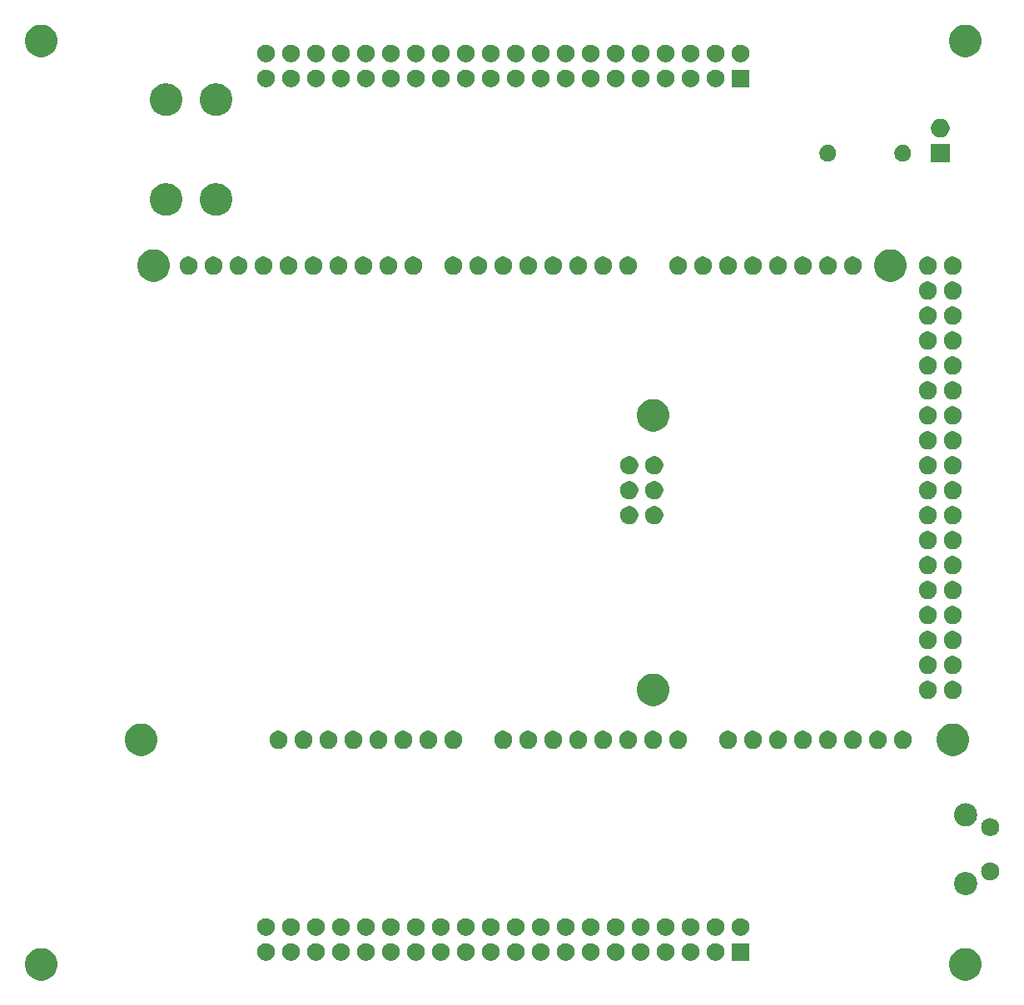
<source format=gbr>
G04 #@! TF.GenerationSoftware,KiCad,Pcbnew,(5.1.5-0-10_14)*
G04 #@! TF.CreationDate,2020-04-15T22:36:56+02:00*
G04 #@! TF.ProjectId,Debugger,44656275-6767-4657-922e-6b696361645f,rev?*
G04 #@! TF.SameCoordinates,Original*
G04 #@! TF.FileFunction,Soldermask,Bot*
G04 #@! TF.FilePolarity,Negative*
%FSLAX46Y46*%
G04 Gerber Fmt 4.6, Leading zero omitted, Abs format (unit mm)*
G04 Created by KiCad (PCBNEW (5.1.5-0-10_14)) date 2020-04-15 22:36:56*
%MOMM*%
%LPD*%
G04 APERTURE LIST*
%ADD10C,0.100000*%
G04 APERTURE END LIST*
D10*
X125643000Y-109240000D02*
G75*
G03X125643000Y-109240000I-1143000J0D01*
G01*
X127889000Y-114990000D02*
G75*
G03X127889000Y-114990000I-889000J0D01*
G01*
X127889000Y-110490000D02*
G75*
G03X127889000Y-110490000I-889000J0D01*
G01*
X125643000Y-116240000D02*
G75*
G03X125643000Y-116240000I-1143000J0D01*
G01*
G36*
X124835256Y-122851298D02*
G01*
X124941579Y-122872447D01*
X125242042Y-122996903D01*
X125512451Y-123177585D01*
X125742415Y-123407549D01*
X125923097Y-123677958D01*
X126047553Y-123978421D01*
X126111000Y-124297391D01*
X126111000Y-124622609D01*
X126047553Y-124941579D01*
X125923097Y-125242042D01*
X125742415Y-125512451D01*
X125512451Y-125742415D01*
X125242042Y-125923097D01*
X124941579Y-126047553D01*
X124835256Y-126068702D01*
X124622611Y-126111000D01*
X124297389Y-126111000D01*
X124084744Y-126068702D01*
X123978421Y-126047553D01*
X123677958Y-125923097D01*
X123407549Y-125742415D01*
X123177585Y-125512451D01*
X122996903Y-125242042D01*
X122872447Y-124941579D01*
X122809000Y-124622609D01*
X122809000Y-124297391D01*
X122872447Y-123978421D01*
X122996903Y-123677958D01*
X123177585Y-123407549D01*
X123407549Y-123177585D01*
X123677958Y-122996903D01*
X123978421Y-122872447D01*
X124084744Y-122851298D01*
X124297389Y-122809000D01*
X124622611Y-122809000D01*
X124835256Y-122851298D01*
G37*
G36*
X30855256Y-122851298D02*
G01*
X30961579Y-122872447D01*
X31262042Y-122996903D01*
X31532451Y-123177585D01*
X31762415Y-123407549D01*
X31943097Y-123677958D01*
X32067553Y-123978421D01*
X32131000Y-124297391D01*
X32131000Y-124622609D01*
X32067553Y-124941579D01*
X31943097Y-125242042D01*
X31762415Y-125512451D01*
X31532451Y-125742415D01*
X31262042Y-125923097D01*
X30961579Y-126047553D01*
X30855256Y-126068702D01*
X30642611Y-126111000D01*
X30317389Y-126111000D01*
X30104744Y-126068702D01*
X29998421Y-126047553D01*
X29697958Y-125923097D01*
X29427549Y-125742415D01*
X29197585Y-125512451D01*
X29016903Y-125242042D01*
X28892447Y-124941579D01*
X28829000Y-124622609D01*
X28829000Y-124297391D01*
X28892447Y-123978421D01*
X29016903Y-123677958D01*
X29197585Y-123407549D01*
X29427549Y-123177585D01*
X29697958Y-122996903D01*
X29998421Y-122872447D01*
X30104744Y-122851298D01*
X30317389Y-122809000D01*
X30642611Y-122809000D01*
X30855256Y-122851298D01*
G37*
G36*
X96633512Y-122293927D02*
G01*
X96782812Y-122323624D01*
X96946784Y-122391544D01*
X97094354Y-122490147D01*
X97219853Y-122615646D01*
X97318456Y-122763216D01*
X97386376Y-122927188D01*
X97421000Y-123101259D01*
X97421000Y-123278741D01*
X97386376Y-123452812D01*
X97318456Y-123616784D01*
X97219853Y-123764354D01*
X97094354Y-123889853D01*
X96946784Y-123988456D01*
X96782812Y-124056376D01*
X96633512Y-124086073D01*
X96608742Y-124091000D01*
X96431258Y-124091000D01*
X96406488Y-124086073D01*
X96257188Y-124056376D01*
X96093216Y-123988456D01*
X95945646Y-123889853D01*
X95820147Y-123764354D01*
X95721544Y-123616784D01*
X95653624Y-123452812D01*
X95619000Y-123278741D01*
X95619000Y-123101259D01*
X95653624Y-122927188D01*
X95721544Y-122763216D01*
X95820147Y-122615646D01*
X95945646Y-122490147D01*
X96093216Y-122391544D01*
X96257188Y-122323624D01*
X96406488Y-122293927D01*
X96431258Y-122289000D01*
X96608742Y-122289000D01*
X96633512Y-122293927D01*
G37*
G36*
X94093512Y-122293927D02*
G01*
X94242812Y-122323624D01*
X94406784Y-122391544D01*
X94554354Y-122490147D01*
X94679853Y-122615646D01*
X94778456Y-122763216D01*
X94846376Y-122927188D01*
X94881000Y-123101259D01*
X94881000Y-123278741D01*
X94846376Y-123452812D01*
X94778456Y-123616784D01*
X94679853Y-123764354D01*
X94554354Y-123889853D01*
X94406784Y-123988456D01*
X94242812Y-124056376D01*
X94093512Y-124086073D01*
X94068742Y-124091000D01*
X93891258Y-124091000D01*
X93866488Y-124086073D01*
X93717188Y-124056376D01*
X93553216Y-123988456D01*
X93405646Y-123889853D01*
X93280147Y-123764354D01*
X93181544Y-123616784D01*
X93113624Y-123452812D01*
X93079000Y-123278741D01*
X93079000Y-123101259D01*
X93113624Y-122927188D01*
X93181544Y-122763216D01*
X93280147Y-122615646D01*
X93405646Y-122490147D01*
X93553216Y-122391544D01*
X93717188Y-122323624D01*
X93866488Y-122293927D01*
X93891258Y-122289000D01*
X94068742Y-122289000D01*
X94093512Y-122293927D01*
G37*
G36*
X91553512Y-122293927D02*
G01*
X91702812Y-122323624D01*
X91866784Y-122391544D01*
X92014354Y-122490147D01*
X92139853Y-122615646D01*
X92238456Y-122763216D01*
X92306376Y-122927188D01*
X92341000Y-123101259D01*
X92341000Y-123278741D01*
X92306376Y-123452812D01*
X92238456Y-123616784D01*
X92139853Y-123764354D01*
X92014354Y-123889853D01*
X91866784Y-123988456D01*
X91702812Y-124056376D01*
X91553512Y-124086073D01*
X91528742Y-124091000D01*
X91351258Y-124091000D01*
X91326488Y-124086073D01*
X91177188Y-124056376D01*
X91013216Y-123988456D01*
X90865646Y-123889853D01*
X90740147Y-123764354D01*
X90641544Y-123616784D01*
X90573624Y-123452812D01*
X90539000Y-123278741D01*
X90539000Y-123101259D01*
X90573624Y-122927188D01*
X90641544Y-122763216D01*
X90740147Y-122615646D01*
X90865646Y-122490147D01*
X91013216Y-122391544D01*
X91177188Y-122323624D01*
X91326488Y-122293927D01*
X91351258Y-122289000D01*
X91528742Y-122289000D01*
X91553512Y-122293927D01*
G37*
G36*
X89013512Y-122293927D02*
G01*
X89162812Y-122323624D01*
X89326784Y-122391544D01*
X89474354Y-122490147D01*
X89599853Y-122615646D01*
X89698456Y-122763216D01*
X89766376Y-122927188D01*
X89801000Y-123101259D01*
X89801000Y-123278741D01*
X89766376Y-123452812D01*
X89698456Y-123616784D01*
X89599853Y-123764354D01*
X89474354Y-123889853D01*
X89326784Y-123988456D01*
X89162812Y-124056376D01*
X89013512Y-124086073D01*
X88988742Y-124091000D01*
X88811258Y-124091000D01*
X88786488Y-124086073D01*
X88637188Y-124056376D01*
X88473216Y-123988456D01*
X88325646Y-123889853D01*
X88200147Y-123764354D01*
X88101544Y-123616784D01*
X88033624Y-123452812D01*
X87999000Y-123278741D01*
X87999000Y-123101259D01*
X88033624Y-122927188D01*
X88101544Y-122763216D01*
X88200147Y-122615646D01*
X88325646Y-122490147D01*
X88473216Y-122391544D01*
X88637188Y-122323624D01*
X88786488Y-122293927D01*
X88811258Y-122289000D01*
X88988742Y-122289000D01*
X89013512Y-122293927D01*
G37*
G36*
X86473512Y-122293927D02*
G01*
X86622812Y-122323624D01*
X86786784Y-122391544D01*
X86934354Y-122490147D01*
X87059853Y-122615646D01*
X87158456Y-122763216D01*
X87226376Y-122927188D01*
X87261000Y-123101259D01*
X87261000Y-123278741D01*
X87226376Y-123452812D01*
X87158456Y-123616784D01*
X87059853Y-123764354D01*
X86934354Y-123889853D01*
X86786784Y-123988456D01*
X86622812Y-124056376D01*
X86473512Y-124086073D01*
X86448742Y-124091000D01*
X86271258Y-124091000D01*
X86246488Y-124086073D01*
X86097188Y-124056376D01*
X85933216Y-123988456D01*
X85785646Y-123889853D01*
X85660147Y-123764354D01*
X85561544Y-123616784D01*
X85493624Y-123452812D01*
X85459000Y-123278741D01*
X85459000Y-123101259D01*
X85493624Y-122927188D01*
X85561544Y-122763216D01*
X85660147Y-122615646D01*
X85785646Y-122490147D01*
X85933216Y-122391544D01*
X86097188Y-122323624D01*
X86246488Y-122293927D01*
X86271258Y-122289000D01*
X86448742Y-122289000D01*
X86473512Y-122293927D01*
G37*
G36*
X83933512Y-122293927D02*
G01*
X84082812Y-122323624D01*
X84246784Y-122391544D01*
X84394354Y-122490147D01*
X84519853Y-122615646D01*
X84618456Y-122763216D01*
X84686376Y-122927188D01*
X84721000Y-123101259D01*
X84721000Y-123278741D01*
X84686376Y-123452812D01*
X84618456Y-123616784D01*
X84519853Y-123764354D01*
X84394354Y-123889853D01*
X84246784Y-123988456D01*
X84082812Y-124056376D01*
X83933512Y-124086073D01*
X83908742Y-124091000D01*
X83731258Y-124091000D01*
X83706488Y-124086073D01*
X83557188Y-124056376D01*
X83393216Y-123988456D01*
X83245646Y-123889853D01*
X83120147Y-123764354D01*
X83021544Y-123616784D01*
X82953624Y-123452812D01*
X82919000Y-123278741D01*
X82919000Y-123101259D01*
X82953624Y-122927188D01*
X83021544Y-122763216D01*
X83120147Y-122615646D01*
X83245646Y-122490147D01*
X83393216Y-122391544D01*
X83557188Y-122323624D01*
X83706488Y-122293927D01*
X83731258Y-122289000D01*
X83908742Y-122289000D01*
X83933512Y-122293927D01*
G37*
G36*
X81393512Y-122293927D02*
G01*
X81542812Y-122323624D01*
X81706784Y-122391544D01*
X81854354Y-122490147D01*
X81979853Y-122615646D01*
X82078456Y-122763216D01*
X82146376Y-122927188D01*
X82181000Y-123101259D01*
X82181000Y-123278741D01*
X82146376Y-123452812D01*
X82078456Y-123616784D01*
X81979853Y-123764354D01*
X81854354Y-123889853D01*
X81706784Y-123988456D01*
X81542812Y-124056376D01*
X81393512Y-124086073D01*
X81368742Y-124091000D01*
X81191258Y-124091000D01*
X81166488Y-124086073D01*
X81017188Y-124056376D01*
X80853216Y-123988456D01*
X80705646Y-123889853D01*
X80580147Y-123764354D01*
X80481544Y-123616784D01*
X80413624Y-123452812D01*
X80379000Y-123278741D01*
X80379000Y-123101259D01*
X80413624Y-122927188D01*
X80481544Y-122763216D01*
X80580147Y-122615646D01*
X80705646Y-122490147D01*
X80853216Y-122391544D01*
X81017188Y-122323624D01*
X81166488Y-122293927D01*
X81191258Y-122289000D01*
X81368742Y-122289000D01*
X81393512Y-122293927D01*
G37*
G36*
X78853512Y-122293927D02*
G01*
X79002812Y-122323624D01*
X79166784Y-122391544D01*
X79314354Y-122490147D01*
X79439853Y-122615646D01*
X79538456Y-122763216D01*
X79606376Y-122927188D01*
X79641000Y-123101259D01*
X79641000Y-123278741D01*
X79606376Y-123452812D01*
X79538456Y-123616784D01*
X79439853Y-123764354D01*
X79314354Y-123889853D01*
X79166784Y-123988456D01*
X79002812Y-124056376D01*
X78853512Y-124086073D01*
X78828742Y-124091000D01*
X78651258Y-124091000D01*
X78626488Y-124086073D01*
X78477188Y-124056376D01*
X78313216Y-123988456D01*
X78165646Y-123889853D01*
X78040147Y-123764354D01*
X77941544Y-123616784D01*
X77873624Y-123452812D01*
X77839000Y-123278741D01*
X77839000Y-123101259D01*
X77873624Y-122927188D01*
X77941544Y-122763216D01*
X78040147Y-122615646D01*
X78165646Y-122490147D01*
X78313216Y-122391544D01*
X78477188Y-122323624D01*
X78626488Y-122293927D01*
X78651258Y-122289000D01*
X78828742Y-122289000D01*
X78853512Y-122293927D01*
G37*
G36*
X76313512Y-122293927D02*
G01*
X76462812Y-122323624D01*
X76626784Y-122391544D01*
X76774354Y-122490147D01*
X76899853Y-122615646D01*
X76998456Y-122763216D01*
X77066376Y-122927188D01*
X77101000Y-123101259D01*
X77101000Y-123278741D01*
X77066376Y-123452812D01*
X76998456Y-123616784D01*
X76899853Y-123764354D01*
X76774354Y-123889853D01*
X76626784Y-123988456D01*
X76462812Y-124056376D01*
X76313512Y-124086073D01*
X76288742Y-124091000D01*
X76111258Y-124091000D01*
X76086488Y-124086073D01*
X75937188Y-124056376D01*
X75773216Y-123988456D01*
X75625646Y-123889853D01*
X75500147Y-123764354D01*
X75401544Y-123616784D01*
X75333624Y-123452812D01*
X75299000Y-123278741D01*
X75299000Y-123101259D01*
X75333624Y-122927188D01*
X75401544Y-122763216D01*
X75500147Y-122615646D01*
X75625646Y-122490147D01*
X75773216Y-122391544D01*
X75937188Y-122323624D01*
X76086488Y-122293927D01*
X76111258Y-122289000D01*
X76288742Y-122289000D01*
X76313512Y-122293927D01*
G37*
G36*
X73773512Y-122293927D02*
G01*
X73922812Y-122323624D01*
X74086784Y-122391544D01*
X74234354Y-122490147D01*
X74359853Y-122615646D01*
X74458456Y-122763216D01*
X74526376Y-122927188D01*
X74561000Y-123101259D01*
X74561000Y-123278741D01*
X74526376Y-123452812D01*
X74458456Y-123616784D01*
X74359853Y-123764354D01*
X74234354Y-123889853D01*
X74086784Y-123988456D01*
X73922812Y-124056376D01*
X73773512Y-124086073D01*
X73748742Y-124091000D01*
X73571258Y-124091000D01*
X73546488Y-124086073D01*
X73397188Y-124056376D01*
X73233216Y-123988456D01*
X73085646Y-123889853D01*
X72960147Y-123764354D01*
X72861544Y-123616784D01*
X72793624Y-123452812D01*
X72759000Y-123278741D01*
X72759000Y-123101259D01*
X72793624Y-122927188D01*
X72861544Y-122763216D01*
X72960147Y-122615646D01*
X73085646Y-122490147D01*
X73233216Y-122391544D01*
X73397188Y-122323624D01*
X73546488Y-122293927D01*
X73571258Y-122289000D01*
X73748742Y-122289000D01*
X73773512Y-122293927D01*
G37*
G36*
X71233512Y-122293927D02*
G01*
X71382812Y-122323624D01*
X71546784Y-122391544D01*
X71694354Y-122490147D01*
X71819853Y-122615646D01*
X71918456Y-122763216D01*
X71986376Y-122927188D01*
X72021000Y-123101259D01*
X72021000Y-123278741D01*
X71986376Y-123452812D01*
X71918456Y-123616784D01*
X71819853Y-123764354D01*
X71694354Y-123889853D01*
X71546784Y-123988456D01*
X71382812Y-124056376D01*
X71233512Y-124086073D01*
X71208742Y-124091000D01*
X71031258Y-124091000D01*
X71006488Y-124086073D01*
X70857188Y-124056376D01*
X70693216Y-123988456D01*
X70545646Y-123889853D01*
X70420147Y-123764354D01*
X70321544Y-123616784D01*
X70253624Y-123452812D01*
X70219000Y-123278741D01*
X70219000Y-123101259D01*
X70253624Y-122927188D01*
X70321544Y-122763216D01*
X70420147Y-122615646D01*
X70545646Y-122490147D01*
X70693216Y-122391544D01*
X70857188Y-122323624D01*
X71006488Y-122293927D01*
X71031258Y-122289000D01*
X71208742Y-122289000D01*
X71233512Y-122293927D01*
G37*
G36*
X68693512Y-122293927D02*
G01*
X68842812Y-122323624D01*
X69006784Y-122391544D01*
X69154354Y-122490147D01*
X69279853Y-122615646D01*
X69378456Y-122763216D01*
X69446376Y-122927188D01*
X69481000Y-123101259D01*
X69481000Y-123278741D01*
X69446376Y-123452812D01*
X69378456Y-123616784D01*
X69279853Y-123764354D01*
X69154354Y-123889853D01*
X69006784Y-123988456D01*
X68842812Y-124056376D01*
X68693512Y-124086073D01*
X68668742Y-124091000D01*
X68491258Y-124091000D01*
X68466488Y-124086073D01*
X68317188Y-124056376D01*
X68153216Y-123988456D01*
X68005646Y-123889853D01*
X67880147Y-123764354D01*
X67781544Y-123616784D01*
X67713624Y-123452812D01*
X67679000Y-123278741D01*
X67679000Y-123101259D01*
X67713624Y-122927188D01*
X67781544Y-122763216D01*
X67880147Y-122615646D01*
X68005646Y-122490147D01*
X68153216Y-122391544D01*
X68317188Y-122323624D01*
X68466488Y-122293927D01*
X68491258Y-122289000D01*
X68668742Y-122289000D01*
X68693512Y-122293927D01*
G37*
G36*
X66153512Y-122293927D02*
G01*
X66302812Y-122323624D01*
X66466784Y-122391544D01*
X66614354Y-122490147D01*
X66739853Y-122615646D01*
X66838456Y-122763216D01*
X66906376Y-122927188D01*
X66941000Y-123101259D01*
X66941000Y-123278741D01*
X66906376Y-123452812D01*
X66838456Y-123616784D01*
X66739853Y-123764354D01*
X66614354Y-123889853D01*
X66466784Y-123988456D01*
X66302812Y-124056376D01*
X66153512Y-124086073D01*
X66128742Y-124091000D01*
X65951258Y-124091000D01*
X65926488Y-124086073D01*
X65777188Y-124056376D01*
X65613216Y-123988456D01*
X65465646Y-123889853D01*
X65340147Y-123764354D01*
X65241544Y-123616784D01*
X65173624Y-123452812D01*
X65139000Y-123278741D01*
X65139000Y-123101259D01*
X65173624Y-122927188D01*
X65241544Y-122763216D01*
X65340147Y-122615646D01*
X65465646Y-122490147D01*
X65613216Y-122391544D01*
X65777188Y-122323624D01*
X65926488Y-122293927D01*
X65951258Y-122289000D01*
X66128742Y-122289000D01*
X66153512Y-122293927D01*
G37*
G36*
X63613512Y-122293927D02*
G01*
X63762812Y-122323624D01*
X63926784Y-122391544D01*
X64074354Y-122490147D01*
X64199853Y-122615646D01*
X64298456Y-122763216D01*
X64366376Y-122927188D01*
X64401000Y-123101259D01*
X64401000Y-123278741D01*
X64366376Y-123452812D01*
X64298456Y-123616784D01*
X64199853Y-123764354D01*
X64074354Y-123889853D01*
X63926784Y-123988456D01*
X63762812Y-124056376D01*
X63613512Y-124086073D01*
X63588742Y-124091000D01*
X63411258Y-124091000D01*
X63386488Y-124086073D01*
X63237188Y-124056376D01*
X63073216Y-123988456D01*
X62925646Y-123889853D01*
X62800147Y-123764354D01*
X62701544Y-123616784D01*
X62633624Y-123452812D01*
X62599000Y-123278741D01*
X62599000Y-123101259D01*
X62633624Y-122927188D01*
X62701544Y-122763216D01*
X62800147Y-122615646D01*
X62925646Y-122490147D01*
X63073216Y-122391544D01*
X63237188Y-122323624D01*
X63386488Y-122293927D01*
X63411258Y-122289000D01*
X63588742Y-122289000D01*
X63613512Y-122293927D01*
G37*
G36*
X61073512Y-122293927D02*
G01*
X61222812Y-122323624D01*
X61386784Y-122391544D01*
X61534354Y-122490147D01*
X61659853Y-122615646D01*
X61758456Y-122763216D01*
X61826376Y-122927188D01*
X61861000Y-123101259D01*
X61861000Y-123278741D01*
X61826376Y-123452812D01*
X61758456Y-123616784D01*
X61659853Y-123764354D01*
X61534354Y-123889853D01*
X61386784Y-123988456D01*
X61222812Y-124056376D01*
X61073512Y-124086073D01*
X61048742Y-124091000D01*
X60871258Y-124091000D01*
X60846488Y-124086073D01*
X60697188Y-124056376D01*
X60533216Y-123988456D01*
X60385646Y-123889853D01*
X60260147Y-123764354D01*
X60161544Y-123616784D01*
X60093624Y-123452812D01*
X60059000Y-123278741D01*
X60059000Y-123101259D01*
X60093624Y-122927188D01*
X60161544Y-122763216D01*
X60260147Y-122615646D01*
X60385646Y-122490147D01*
X60533216Y-122391544D01*
X60697188Y-122323624D01*
X60846488Y-122293927D01*
X60871258Y-122289000D01*
X61048742Y-122289000D01*
X61073512Y-122293927D01*
G37*
G36*
X58533512Y-122293927D02*
G01*
X58682812Y-122323624D01*
X58846784Y-122391544D01*
X58994354Y-122490147D01*
X59119853Y-122615646D01*
X59218456Y-122763216D01*
X59286376Y-122927188D01*
X59321000Y-123101259D01*
X59321000Y-123278741D01*
X59286376Y-123452812D01*
X59218456Y-123616784D01*
X59119853Y-123764354D01*
X58994354Y-123889853D01*
X58846784Y-123988456D01*
X58682812Y-124056376D01*
X58533512Y-124086073D01*
X58508742Y-124091000D01*
X58331258Y-124091000D01*
X58306488Y-124086073D01*
X58157188Y-124056376D01*
X57993216Y-123988456D01*
X57845646Y-123889853D01*
X57720147Y-123764354D01*
X57621544Y-123616784D01*
X57553624Y-123452812D01*
X57519000Y-123278741D01*
X57519000Y-123101259D01*
X57553624Y-122927188D01*
X57621544Y-122763216D01*
X57720147Y-122615646D01*
X57845646Y-122490147D01*
X57993216Y-122391544D01*
X58157188Y-122323624D01*
X58306488Y-122293927D01*
X58331258Y-122289000D01*
X58508742Y-122289000D01*
X58533512Y-122293927D01*
G37*
G36*
X55993512Y-122293927D02*
G01*
X56142812Y-122323624D01*
X56306784Y-122391544D01*
X56454354Y-122490147D01*
X56579853Y-122615646D01*
X56678456Y-122763216D01*
X56746376Y-122927188D01*
X56781000Y-123101259D01*
X56781000Y-123278741D01*
X56746376Y-123452812D01*
X56678456Y-123616784D01*
X56579853Y-123764354D01*
X56454354Y-123889853D01*
X56306784Y-123988456D01*
X56142812Y-124056376D01*
X55993512Y-124086073D01*
X55968742Y-124091000D01*
X55791258Y-124091000D01*
X55766488Y-124086073D01*
X55617188Y-124056376D01*
X55453216Y-123988456D01*
X55305646Y-123889853D01*
X55180147Y-123764354D01*
X55081544Y-123616784D01*
X55013624Y-123452812D01*
X54979000Y-123278741D01*
X54979000Y-123101259D01*
X55013624Y-122927188D01*
X55081544Y-122763216D01*
X55180147Y-122615646D01*
X55305646Y-122490147D01*
X55453216Y-122391544D01*
X55617188Y-122323624D01*
X55766488Y-122293927D01*
X55791258Y-122289000D01*
X55968742Y-122289000D01*
X55993512Y-122293927D01*
G37*
G36*
X53453512Y-122293927D02*
G01*
X53602812Y-122323624D01*
X53766784Y-122391544D01*
X53914354Y-122490147D01*
X54039853Y-122615646D01*
X54138456Y-122763216D01*
X54206376Y-122927188D01*
X54241000Y-123101259D01*
X54241000Y-123278741D01*
X54206376Y-123452812D01*
X54138456Y-123616784D01*
X54039853Y-123764354D01*
X53914354Y-123889853D01*
X53766784Y-123988456D01*
X53602812Y-124056376D01*
X53453512Y-124086073D01*
X53428742Y-124091000D01*
X53251258Y-124091000D01*
X53226488Y-124086073D01*
X53077188Y-124056376D01*
X52913216Y-123988456D01*
X52765646Y-123889853D01*
X52640147Y-123764354D01*
X52541544Y-123616784D01*
X52473624Y-123452812D01*
X52439000Y-123278741D01*
X52439000Y-123101259D01*
X52473624Y-122927188D01*
X52541544Y-122763216D01*
X52640147Y-122615646D01*
X52765646Y-122490147D01*
X52913216Y-122391544D01*
X53077188Y-122323624D01*
X53226488Y-122293927D01*
X53251258Y-122289000D01*
X53428742Y-122289000D01*
X53453512Y-122293927D01*
G37*
G36*
X99173512Y-122293927D02*
G01*
X99322812Y-122323624D01*
X99486784Y-122391544D01*
X99634354Y-122490147D01*
X99759853Y-122615646D01*
X99858456Y-122763216D01*
X99926376Y-122927188D01*
X99961000Y-123101259D01*
X99961000Y-123278741D01*
X99926376Y-123452812D01*
X99858456Y-123616784D01*
X99759853Y-123764354D01*
X99634354Y-123889853D01*
X99486784Y-123988456D01*
X99322812Y-124056376D01*
X99173512Y-124086073D01*
X99148742Y-124091000D01*
X98971258Y-124091000D01*
X98946488Y-124086073D01*
X98797188Y-124056376D01*
X98633216Y-123988456D01*
X98485646Y-123889853D01*
X98360147Y-123764354D01*
X98261544Y-123616784D01*
X98193624Y-123452812D01*
X98159000Y-123278741D01*
X98159000Y-123101259D01*
X98193624Y-122927188D01*
X98261544Y-122763216D01*
X98360147Y-122615646D01*
X98485646Y-122490147D01*
X98633216Y-122391544D01*
X98797188Y-122323624D01*
X98946488Y-122293927D01*
X98971258Y-122289000D01*
X99148742Y-122289000D01*
X99173512Y-122293927D01*
G37*
G36*
X102501000Y-124091000D02*
G01*
X100699000Y-124091000D01*
X100699000Y-122289000D01*
X102501000Y-122289000D01*
X102501000Y-124091000D01*
G37*
G36*
X78853512Y-119753927D02*
G01*
X79002812Y-119783624D01*
X79166784Y-119851544D01*
X79314354Y-119950147D01*
X79439853Y-120075646D01*
X79538456Y-120223216D01*
X79606376Y-120387188D01*
X79641000Y-120561259D01*
X79641000Y-120738741D01*
X79606376Y-120912812D01*
X79538456Y-121076784D01*
X79439853Y-121224354D01*
X79314354Y-121349853D01*
X79166784Y-121448456D01*
X79002812Y-121516376D01*
X78853512Y-121546073D01*
X78828742Y-121551000D01*
X78651258Y-121551000D01*
X78626488Y-121546073D01*
X78477188Y-121516376D01*
X78313216Y-121448456D01*
X78165646Y-121349853D01*
X78040147Y-121224354D01*
X77941544Y-121076784D01*
X77873624Y-120912812D01*
X77839000Y-120738741D01*
X77839000Y-120561259D01*
X77873624Y-120387188D01*
X77941544Y-120223216D01*
X78040147Y-120075646D01*
X78165646Y-119950147D01*
X78313216Y-119851544D01*
X78477188Y-119783624D01*
X78626488Y-119753927D01*
X78651258Y-119749000D01*
X78828742Y-119749000D01*
X78853512Y-119753927D01*
G37*
G36*
X53453512Y-119753927D02*
G01*
X53602812Y-119783624D01*
X53766784Y-119851544D01*
X53914354Y-119950147D01*
X54039853Y-120075646D01*
X54138456Y-120223216D01*
X54206376Y-120387188D01*
X54241000Y-120561259D01*
X54241000Y-120738741D01*
X54206376Y-120912812D01*
X54138456Y-121076784D01*
X54039853Y-121224354D01*
X53914354Y-121349853D01*
X53766784Y-121448456D01*
X53602812Y-121516376D01*
X53453512Y-121546073D01*
X53428742Y-121551000D01*
X53251258Y-121551000D01*
X53226488Y-121546073D01*
X53077188Y-121516376D01*
X52913216Y-121448456D01*
X52765646Y-121349853D01*
X52640147Y-121224354D01*
X52541544Y-121076784D01*
X52473624Y-120912812D01*
X52439000Y-120738741D01*
X52439000Y-120561259D01*
X52473624Y-120387188D01*
X52541544Y-120223216D01*
X52640147Y-120075646D01*
X52765646Y-119950147D01*
X52913216Y-119851544D01*
X53077188Y-119783624D01*
X53226488Y-119753927D01*
X53251258Y-119749000D01*
X53428742Y-119749000D01*
X53453512Y-119753927D01*
G37*
G36*
X101713512Y-119753927D02*
G01*
X101862812Y-119783624D01*
X102026784Y-119851544D01*
X102174354Y-119950147D01*
X102299853Y-120075646D01*
X102398456Y-120223216D01*
X102466376Y-120387188D01*
X102501000Y-120561259D01*
X102501000Y-120738741D01*
X102466376Y-120912812D01*
X102398456Y-121076784D01*
X102299853Y-121224354D01*
X102174354Y-121349853D01*
X102026784Y-121448456D01*
X101862812Y-121516376D01*
X101713512Y-121546073D01*
X101688742Y-121551000D01*
X101511258Y-121551000D01*
X101486488Y-121546073D01*
X101337188Y-121516376D01*
X101173216Y-121448456D01*
X101025646Y-121349853D01*
X100900147Y-121224354D01*
X100801544Y-121076784D01*
X100733624Y-120912812D01*
X100699000Y-120738741D01*
X100699000Y-120561259D01*
X100733624Y-120387188D01*
X100801544Y-120223216D01*
X100900147Y-120075646D01*
X101025646Y-119950147D01*
X101173216Y-119851544D01*
X101337188Y-119783624D01*
X101486488Y-119753927D01*
X101511258Y-119749000D01*
X101688742Y-119749000D01*
X101713512Y-119753927D01*
G37*
G36*
X55993512Y-119753927D02*
G01*
X56142812Y-119783624D01*
X56306784Y-119851544D01*
X56454354Y-119950147D01*
X56579853Y-120075646D01*
X56678456Y-120223216D01*
X56746376Y-120387188D01*
X56781000Y-120561259D01*
X56781000Y-120738741D01*
X56746376Y-120912812D01*
X56678456Y-121076784D01*
X56579853Y-121224354D01*
X56454354Y-121349853D01*
X56306784Y-121448456D01*
X56142812Y-121516376D01*
X55993512Y-121546073D01*
X55968742Y-121551000D01*
X55791258Y-121551000D01*
X55766488Y-121546073D01*
X55617188Y-121516376D01*
X55453216Y-121448456D01*
X55305646Y-121349853D01*
X55180147Y-121224354D01*
X55081544Y-121076784D01*
X55013624Y-120912812D01*
X54979000Y-120738741D01*
X54979000Y-120561259D01*
X55013624Y-120387188D01*
X55081544Y-120223216D01*
X55180147Y-120075646D01*
X55305646Y-119950147D01*
X55453216Y-119851544D01*
X55617188Y-119783624D01*
X55766488Y-119753927D01*
X55791258Y-119749000D01*
X55968742Y-119749000D01*
X55993512Y-119753927D01*
G37*
G36*
X99173512Y-119753927D02*
G01*
X99322812Y-119783624D01*
X99486784Y-119851544D01*
X99634354Y-119950147D01*
X99759853Y-120075646D01*
X99858456Y-120223216D01*
X99926376Y-120387188D01*
X99961000Y-120561259D01*
X99961000Y-120738741D01*
X99926376Y-120912812D01*
X99858456Y-121076784D01*
X99759853Y-121224354D01*
X99634354Y-121349853D01*
X99486784Y-121448456D01*
X99322812Y-121516376D01*
X99173512Y-121546073D01*
X99148742Y-121551000D01*
X98971258Y-121551000D01*
X98946488Y-121546073D01*
X98797188Y-121516376D01*
X98633216Y-121448456D01*
X98485646Y-121349853D01*
X98360147Y-121224354D01*
X98261544Y-121076784D01*
X98193624Y-120912812D01*
X98159000Y-120738741D01*
X98159000Y-120561259D01*
X98193624Y-120387188D01*
X98261544Y-120223216D01*
X98360147Y-120075646D01*
X98485646Y-119950147D01*
X98633216Y-119851544D01*
X98797188Y-119783624D01*
X98946488Y-119753927D01*
X98971258Y-119749000D01*
X99148742Y-119749000D01*
X99173512Y-119753927D01*
G37*
G36*
X58533512Y-119753927D02*
G01*
X58682812Y-119783624D01*
X58846784Y-119851544D01*
X58994354Y-119950147D01*
X59119853Y-120075646D01*
X59218456Y-120223216D01*
X59286376Y-120387188D01*
X59321000Y-120561259D01*
X59321000Y-120738741D01*
X59286376Y-120912812D01*
X59218456Y-121076784D01*
X59119853Y-121224354D01*
X58994354Y-121349853D01*
X58846784Y-121448456D01*
X58682812Y-121516376D01*
X58533512Y-121546073D01*
X58508742Y-121551000D01*
X58331258Y-121551000D01*
X58306488Y-121546073D01*
X58157188Y-121516376D01*
X57993216Y-121448456D01*
X57845646Y-121349853D01*
X57720147Y-121224354D01*
X57621544Y-121076784D01*
X57553624Y-120912812D01*
X57519000Y-120738741D01*
X57519000Y-120561259D01*
X57553624Y-120387188D01*
X57621544Y-120223216D01*
X57720147Y-120075646D01*
X57845646Y-119950147D01*
X57993216Y-119851544D01*
X58157188Y-119783624D01*
X58306488Y-119753927D01*
X58331258Y-119749000D01*
X58508742Y-119749000D01*
X58533512Y-119753927D01*
G37*
G36*
X96633512Y-119753927D02*
G01*
X96782812Y-119783624D01*
X96946784Y-119851544D01*
X97094354Y-119950147D01*
X97219853Y-120075646D01*
X97318456Y-120223216D01*
X97386376Y-120387188D01*
X97421000Y-120561259D01*
X97421000Y-120738741D01*
X97386376Y-120912812D01*
X97318456Y-121076784D01*
X97219853Y-121224354D01*
X97094354Y-121349853D01*
X96946784Y-121448456D01*
X96782812Y-121516376D01*
X96633512Y-121546073D01*
X96608742Y-121551000D01*
X96431258Y-121551000D01*
X96406488Y-121546073D01*
X96257188Y-121516376D01*
X96093216Y-121448456D01*
X95945646Y-121349853D01*
X95820147Y-121224354D01*
X95721544Y-121076784D01*
X95653624Y-120912812D01*
X95619000Y-120738741D01*
X95619000Y-120561259D01*
X95653624Y-120387188D01*
X95721544Y-120223216D01*
X95820147Y-120075646D01*
X95945646Y-119950147D01*
X96093216Y-119851544D01*
X96257188Y-119783624D01*
X96406488Y-119753927D01*
X96431258Y-119749000D01*
X96608742Y-119749000D01*
X96633512Y-119753927D01*
G37*
G36*
X61073512Y-119753927D02*
G01*
X61222812Y-119783624D01*
X61386784Y-119851544D01*
X61534354Y-119950147D01*
X61659853Y-120075646D01*
X61758456Y-120223216D01*
X61826376Y-120387188D01*
X61861000Y-120561259D01*
X61861000Y-120738741D01*
X61826376Y-120912812D01*
X61758456Y-121076784D01*
X61659853Y-121224354D01*
X61534354Y-121349853D01*
X61386784Y-121448456D01*
X61222812Y-121516376D01*
X61073512Y-121546073D01*
X61048742Y-121551000D01*
X60871258Y-121551000D01*
X60846488Y-121546073D01*
X60697188Y-121516376D01*
X60533216Y-121448456D01*
X60385646Y-121349853D01*
X60260147Y-121224354D01*
X60161544Y-121076784D01*
X60093624Y-120912812D01*
X60059000Y-120738741D01*
X60059000Y-120561259D01*
X60093624Y-120387188D01*
X60161544Y-120223216D01*
X60260147Y-120075646D01*
X60385646Y-119950147D01*
X60533216Y-119851544D01*
X60697188Y-119783624D01*
X60846488Y-119753927D01*
X60871258Y-119749000D01*
X61048742Y-119749000D01*
X61073512Y-119753927D01*
G37*
G36*
X94093512Y-119753927D02*
G01*
X94242812Y-119783624D01*
X94406784Y-119851544D01*
X94554354Y-119950147D01*
X94679853Y-120075646D01*
X94778456Y-120223216D01*
X94846376Y-120387188D01*
X94881000Y-120561259D01*
X94881000Y-120738741D01*
X94846376Y-120912812D01*
X94778456Y-121076784D01*
X94679853Y-121224354D01*
X94554354Y-121349853D01*
X94406784Y-121448456D01*
X94242812Y-121516376D01*
X94093512Y-121546073D01*
X94068742Y-121551000D01*
X93891258Y-121551000D01*
X93866488Y-121546073D01*
X93717188Y-121516376D01*
X93553216Y-121448456D01*
X93405646Y-121349853D01*
X93280147Y-121224354D01*
X93181544Y-121076784D01*
X93113624Y-120912812D01*
X93079000Y-120738741D01*
X93079000Y-120561259D01*
X93113624Y-120387188D01*
X93181544Y-120223216D01*
X93280147Y-120075646D01*
X93405646Y-119950147D01*
X93553216Y-119851544D01*
X93717188Y-119783624D01*
X93866488Y-119753927D01*
X93891258Y-119749000D01*
X94068742Y-119749000D01*
X94093512Y-119753927D01*
G37*
G36*
X63613512Y-119753927D02*
G01*
X63762812Y-119783624D01*
X63926784Y-119851544D01*
X64074354Y-119950147D01*
X64199853Y-120075646D01*
X64298456Y-120223216D01*
X64366376Y-120387188D01*
X64401000Y-120561259D01*
X64401000Y-120738741D01*
X64366376Y-120912812D01*
X64298456Y-121076784D01*
X64199853Y-121224354D01*
X64074354Y-121349853D01*
X63926784Y-121448456D01*
X63762812Y-121516376D01*
X63613512Y-121546073D01*
X63588742Y-121551000D01*
X63411258Y-121551000D01*
X63386488Y-121546073D01*
X63237188Y-121516376D01*
X63073216Y-121448456D01*
X62925646Y-121349853D01*
X62800147Y-121224354D01*
X62701544Y-121076784D01*
X62633624Y-120912812D01*
X62599000Y-120738741D01*
X62599000Y-120561259D01*
X62633624Y-120387188D01*
X62701544Y-120223216D01*
X62800147Y-120075646D01*
X62925646Y-119950147D01*
X63073216Y-119851544D01*
X63237188Y-119783624D01*
X63386488Y-119753927D01*
X63411258Y-119749000D01*
X63588742Y-119749000D01*
X63613512Y-119753927D01*
G37*
G36*
X91553512Y-119753927D02*
G01*
X91702812Y-119783624D01*
X91866784Y-119851544D01*
X92014354Y-119950147D01*
X92139853Y-120075646D01*
X92238456Y-120223216D01*
X92306376Y-120387188D01*
X92341000Y-120561259D01*
X92341000Y-120738741D01*
X92306376Y-120912812D01*
X92238456Y-121076784D01*
X92139853Y-121224354D01*
X92014354Y-121349853D01*
X91866784Y-121448456D01*
X91702812Y-121516376D01*
X91553512Y-121546073D01*
X91528742Y-121551000D01*
X91351258Y-121551000D01*
X91326488Y-121546073D01*
X91177188Y-121516376D01*
X91013216Y-121448456D01*
X90865646Y-121349853D01*
X90740147Y-121224354D01*
X90641544Y-121076784D01*
X90573624Y-120912812D01*
X90539000Y-120738741D01*
X90539000Y-120561259D01*
X90573624Y-120387188D01*
X90641544Y-120223216D01*
X90740147Y-120075646D01*
X90865646Y-119950147D01*
X91013216Y-119851544D01*
X91177188Y-119783624D01*
X91326488Y-119753927D01*
X91351258Y-119749000D01*
X91528742Y-119749000D01*
X91553512Y-119753927D01*
G37*
G36*
X66153512Y-119753927D02*
G01*
X66302812Y-119783624D01*
X66466784Y-119851544D01*
X66614354Y-119950147D01*
X66739853Y-120075646D01*
X66838456Y-120223216D01*
X66906376Y-120387188D01*
X66941000Y-120561259D01*
X66941000Y-120738741D01*
X66906376Y-120912812D01*
X66838456Y-121076784D01*
X66739853Y-121224354D01*
X66614354Y-121349853D01*
X66466784Y-121448456D01*
X66302812Y-121516376D01*
X66153512Y-121546073D01*
X66128742Y-121551000D01*
X65951258Y-121551000D01*
X65926488Y-121546073D01*
X65777188Y-121516376D01*
X65613216Y-121448456D01*
X65465646Y-121349853D01*
X65340147Y-121224354D01*
X65241544Y-121076784D01*
X65173624Y-120912812D01*
X65139000Y-120738741D01*
X65139000Y-120561259D01*
X65173624Y-120387188D01*
X65241544Y-120223216D01*
X65340147Y-120075646D01*
X65465646Y-119950147D01*
X65613216Y-119851544D01*
X65777188Y-119783624D01*
X65926488Y-119753927D01*
X65951258Y-119749000D01*
X66128742Y-119749000D01*
X66153512Y-119753927D01*
G37*
G36*
X89013512Y-119753927D02*
G01*
X89162812Y-119783624D01*
X89326784Y-119851544D01*
X89474354Y-119950147D01*
X89599853Y-120075646D01*
X89698456Y-120223216D01*
X89766376Y-120387188D01*
X89801000Y-120561259D01*
X89801000Y-120738741D01*
X89766376Y-120912812D01*
X89698456Y-121076784D01*
X89599853Y-121224354D01*
X89474354Y-121349853D01*
X89326784Y-121448456D01*
X89162812Y-121516376D01*
X89013512Y-121546073D01*
X88988742Y-121551000D01*
X88811258Y-121551000D01*
X88786488Y-121546073D01*
X88637188Y-121516376D01*
X88473216Y-121448456D01*
X88325646Y-121349853D01*
X88200147Y-121224354D01*
X88101544Y-121076784D01*
X88033624Y-120912812D01*
X87999000Y-120738741D01*
X87999000Y-120561259D01*
X88033624Y-120387188D01*
X88101544Y-120223216D01*
X88200147Y-120075646D01*
X88325646Y-119950147D01*
X88473216Y-119851544D01*
X88637188Y-119783624D01*
X88786488Y-119753927D01*
X88811258Y-119749000D01*
X88988742Y-119749000D01*
X89013512Y-119753927D01*
G37*
G36*
X68693512Y-119753927D02*
G01*
X68842812Y-119783624D01*
X69006784Y-119851544D01*
X69154354Y-119950147D01*
X69279853Y-120075646D01*
X69378456Y-120223216D01*
X69446376Y-120387188D01*
X69481000Y-120561259D01*
X69481000Y-120738741D01*
X69446376Y-120912812D01*
X69378456Y-121076784D01*
X69279853Y-121224354D01*
X69154354Y-121349853D01*
X69006784Y-121448456D01*
X68842812Y-121516376D01*
X68693512Y-121546073D01*
X68668742Y-121551000D01*
X68491258Y-121551000D01*
X68466488Y-121546073D01*
X68317188Y-121516376D01*
X68153216Y-121448456D01*
X68005646Y-121349853D01*
X67880147Y-121224354D01*
X67781544Y-121076784D01*
X67713624Y-120912812D01*
X67679000Y-120738741D01*
X67679000Y-120561259D01*
X67713624Y-120387188D01*
X67781544Y-120223216D01*
X67880147Y-120075646D01*
X68005646Y-119950147D01*
X68153216Y-119851544D01*
X68317188Y-119783624D01*
X68466488Y-119753927D01*
X68491258Y-119749000D01*
X68668742Y-119749000D01*
X68693512Y-119753927D01*
G37*
G36*
X86473512Y-119753927D02*
G01*
X86622812Y-119783624D01*
X86786784Y-119851544D01*
X86934354Y-119950147D01*
X87059853Y-120075646D01*
X87158456Y-120223216D01*
X87226376Y-120387188D01*
X87261000Y-120561259D01*
X87261000Y-120738741D01*
X87226376Y-120912812D01*
X87158456Y-121076784D01*
X87059853Y-121224354D01*
X86934354Y-121349853D01*
X86786784Y-121448456D01*
X86622812Y-121516376D01*
X86473512Y-121546073D01*
X86448742Y-121551000D01*
X86271258Y-121551000D01*
X86246488Y-121546073D01*
X86097188Y-121516376D01*
X85933216Y-121448456D01*
X85785646Y-121349853D01*
X85660147Y-121224354D01*
X85561544Y-121076784D01*
X85493624Y-120912812D01*
X85459000Y-120738741D01*
X85459000Y-120561259D01*
X85493624Y-120387188D01*
X85561544Y-120223216D01*
X85660147Y-120075646D01*
X85785646Y-119950147D01*
X85933216Y-119851544D01*
X86097188Y-119783624D01*
X86246488Y-119753927D01*
X86271258Y-119749000D01*
X86448742Y-119749000D01*
X86473512Y-119753927D01*
G37*
G36*
X71233512Y-119753927D02*
G01*
X71382812Y-119783624D01*
X71546784Y-119851544D01*
X71694354Y-119950147D01*
X71819853Y-120075646D01*
X71918456Y-120223216D01*
X71986376Y-120387188D01*
X72021000Y-120561259D01*
X72021000Y-120738741D01*
X71986376Y-120912812D01*
X71918456Y-121076784D01*
X71819853Y-121224354D01*
X71694354Y-121349853D01*
X71546784Y-121448456D01*
X71382812Y-121516376D01*
X71233512Y-121546073D01*
X71208742Y-121551000D01*
X71031258Y-121551000D01*
X71006488Y-121546073D01*
X70857188Y-121516376D01*
X70693216Y-121448456D01*
X70545646Y-121349853D01*
X70420147Y-121224354D01*
X70321544Y-121076784D01*
X70253624Y-120912812D01*
X70219000Y-120738741D01*
X70219000Y-120561259D01*
X70253624Y-120387188D01*
X70321544Y-120223216D01*
X70420147Y-120075646D01*
X70545646Y-119950147D01*
X70693216Y-119851544D01*
X70857188Y-119783624D01*
X71006488Y-119753927D01*
X71031258Y-119749000D01*
X71208742Y-119749000D01*
X71233512Y-119753927D01*
G37*
G36*
X83933512Y-119753927D02*
G01*
X84082812Y-119783624D01*
X84246784Y-119851544D01*
X84394354Y-119950147D01*
X84519853Y-120075646D01*
X84618456Y-120223216D01*
X84686376Y-120387188D01*
X84721000Y-120561259D01*
X84721000Y-120738741D01*
X84686376Y-120912812D01*
X84618456Y-121076784D01*
X84519853Y-121224354D01*
X84394354Y-121349853D01*
X84246784Y-121448456D01*
X84082812Y-121516376D01*
X83933512Y-121546073D01*
X83908742Y-121551000D01*
X83731258Y-121551000D01*
X83706488Y-121546073D01*
X83557188Y-121516376D01*
X83393216Y-121448456D01*
X83245646Y-121349853D01*
X83120147Y-121224354D01*
X83021544Y-121076784D01*
X82953624Y-120912812D01*
X82919000Y-120738741D01*
X82919000Y-120561259D01*
X82953624Y-120387188D01*
X83021544Y-120223216D01*
X83120147Y-120075646D01*
X83245646Y-119950147D01*
X83393216Y-119851544D01*
X83557188Y-119783624D01*
X83706488Y-119753927D01*
X83731258Y-119749000D01*
X83908742Y-119749000D01*
X83933512Y-119753927D01*
G37*
G36*
X73773512Y-119753927D02*
G01*
X73922812Y-119783624D01*
X74086784Y-119851544D01*
X74234354Y-119950147D01*
X74359853Y-120075646D01*
X74458456Y-120223216D01*
X74526376Y-120387188D01*
X74561000Y-120561259D01*
X74561000Y-120738741D01*
X74526376Y-120912812D01*
X74458456Y-121076784D01*
X74359853Y-121224354D01*
X74234354Y-121349853D01*
X74086784Y-121448456D01*
X73922812Y-121516376D01*
X73773512Y-121546073D01*
X73748742Y-121551000D01*
X73571258Y-121551000D01*
X73546488Y-121546073D01*
X73397188Y-121516376D01*
X73233216Y-121448456D01*
X73085646Y-121349853D01*
X72960147Y-121224354D01*
X72861544Y-121076784D01*
X72793624Y-120912812D01*
X72759000Y-120738741D01*
X72759000Y-120561259D01*
X72793624Y-120387188D01*
X72861544Y-120223216D01*
X72960147Y-120075646D01*
X73085646Y-119950147D01*
X73233216Y-119851544D01*
X73397188Y-119783624D01*
X73546488Y-119753927D01*
X73571258Y-119749000D01*
X73748742Y-119749000D01*
X73773512Y-119753927D01*
G37*
G36*
X81393512Y-119753927D02*
G01*
X81542812Y-119783624D01*
X81706784Y-119851544D01*
X81854354Y-119950147D01*
X81979853Y-120075646D01*
X82078456Y-120223216D01*
X82146376Y-120387188D01*
X82181000Y-120561259D01*
X82181000Y-120738741D01*
X82146376Y-120912812D01*
X82078456Y-121076784D01*
X81979853Y-121224354D01*
X81854354Y-121349853D01*
X81706784Y-121448456D01*
X81542812Y-121516376D01*
X81393512Y-121546073D01*
X81368742Y-121551000D01*
X81191258Y-121551000D01*
X81166488Y-121546073D01*
X81017188Y-121516376D01*
X80853216Y-121448456D01*
X80705646Y-121349853D01*
X80580147Y-121224354D01*
X80481544Y-121076784D01*
X80413624Y-120912812D01*
X80379000Y-120738741D01*
X80379000Y-120561259D01*
X80413624Y-120387188D01*
X80481544Y-120223216D01*
X80580147Y-120075646D01*
X80705646Y-119950147D01*
X80853216Y-119851544D01*
X81017188Y-119783624D01*
X81166488Y-119753927D01*
X81191258Y-119749000D01*
X81368742Y-119749000D01*
X81393512Y-119753927D01*
G37*
G36*
X76313512Y-119753927D02*
G01*
X76462812Y-119783624D01*
X76626784Y-119851544D01*
X76774354Y-119950147D01*
X76899853Y-120075646D01*
X76998456Y-120223216D01*
X77066376Y-120387188D01*
X77101000Y-120561259D01*
X77101000Y-120738741D01*
X77066376Y-120912812D01*
X76998456Y-121076784D01*
X76899853Y-121224354D01*
X76774354Y-121349853D01*
X76626784Y-121448456D01*
X76462812Y-121516376D01*
X76313512Y-121546073D01*
X76288742Y-121551000D01*
X76111258Y-121551000D01*
X76086488Y-121546073D01*
X75937188Y-121516376D01*
X75773216Y-121448456D01*
X75625646Y-121349853D01*
X75500147Y-121224354D01*
X75401544Y-121076784D01*
X75333624Y-120912812D01*
X75299000Y-120738741D01*
X75299000Y-120561259D01*
X75333624Y-120387188D01*
X75401544Y-120223216D01*
X75500147Y-120075646D01*
X75625646Y-119950147D01*
X75773216Y-119851544D01*
X75937188Y-119783624D01*
X76086488Y-119753927D01*
X76111258Y-119749000D01*
X76288742Y-119749000D01*
X76313512Y-119753927D01*
G37*
G36*
X124724549Y-115111116D02*
G01*
X124835734Y-115133232D01*
X125045203Y-115219997D01*
X125233720Y-115345960D01*
X125394040Y-115506280D01*
X125520003Y-115694797D01*
X125606768Y-115904266D01*
X125651000Y-116126636D01*
X125651000Y-116353364D01*
X125606768Y-116575734D01*
X125520003Y-116785203D01*
X125394040Y-116973720D01*
X125233720Y-117134040D01*
X125045203Y-117260003D01*
X124835734Y-117346768D01*
X124724549Y-117368884D01*
X124613365Y-117391000D01*
X124386635Y-117391000D01*
X124275451Y-117368884D01*
X124164266Y-117346768D01*
X123954797Y-117260003D01*
X123766280Y-117134040D01*
X123605960Y-116973720D01*
X123479997Y-116785203D01*
X123393232Y-116575734D01*
X123349000Y-116353364D01*
X123349000Y-116126636D01*
X123393232Y-115904266D01*
X123479997Y-115694797D01*
X123605960Y-115506280D01*
X123766280Y-115345960D01*
X123954797Y-115219997D01*
X124164266Y-115133232D01*
X124275451Y-115111116D01*
X124386635Y-115089000D01*
X124613365Y-115089000D01*
X124724549Y-115111116D01*
G37*
G36*
X127113512Y-114093927D02*
G01*
X127262812Y-114123624D01*
X127426784Y-114191544D01*
X127574354Y-114290147D01*
X127699853Y-114415646D01*
X127798456Y-114563216D01*
X127866376Y-114727188D01*
X127896073Y-114876488D01*
X127901000Y-114901258D01*
X127901000Y-115078742D01*
X127896073Y-115103512D01*
X127866376Y-115252812D01*
X127798456Y-115416784D01*
X127699853Y-115564354D01*
X127574354Y-115689853D01*
X127426784Y-115788456D01*
X127262812Y-115856376D01*
X127113512Y-115886073D01*
X127088742Y-115891000D01*
X126911258Y-115891000D01*
X126886488Y-115886073D01*
X126737188Y-115856376D01*
X126573216Y-115788456D01*
X126425646Y-115689853D01*
X126300147Y-115564354D01*
X126201544Y-115416784D01*
X126133624Y-115252812D01*
X126103927Y-115103512D01*
X126099000Y-115078742D01*
X126099000Y-114901258D01*
X126103927Y-114876488D01*
X126133624Y-114727188D01*
X126201544Y-114563216D01*
X126300147Y-114415646D01*
X126425646Y-114290147D01*
X126573216Y-114191544D01*
X126737188Y-114123624D01*
X126886488Y-114093927D01*
X126911258Y-114089000D01*
X127088742Y-114089000D01*
X127113512Y-114093927D01*
G37*
G36*
X127113512Y-109593927D02*
G01*
X127262812Y-109623624D01*
X127426784Y-109691544D01*
X127574354Y-109790147D01*
X127699853Y-109915646D01*
X127798456Y-110063216D01*
X127866376Y-110227188D01*
X127890161Y-110346768D01*
X127898960Y-110391000D01*
X127901000Y-110401259D01*
X127901000Y-110578741D01*
X127866376Y-110752812D01*
X127798456Y-110916784D01*
X127699853Y-111064354D01*
X127574354Y-111189853D01*
X127426784Y-111288456D01*
X127262812Y-111356376D01*
X127113512Y-111386073D01*
X127088742Y-111391000D01*
X126911258Y-111391000D01*
X126886488Y-111386073D01*
X126737188Y-111356376D01*
X126573216Y-111288456D01*
X126425646Y-111189853D01*
X126300147Y-111064354D01*
X126201544Y-110916784D01*
X126133624Y-110752812D01*
X126099000Y-110578741D01*
X126099000Y-110401259D01*
X126101041Y-110391000D01*
X126109839Y-110346768D01*
X126133624Y-110227188D01*
X126201544Y-110063216D01*
X126300147Y-109915646D01*
X126425646Y-109790147D01*
X126573216Y-109691544D01*
X126737188Y-109623624D01*
X126886488Y-109593927D01*
X126911258Y-109589000D01*
X127088742Y-109589000D01*
X127113512Y-109593927D01*
G37*
G36*
X124724549Y-108111116D02*
G01*
X124835734Y-108133232D01*
X125045203Y-108219997D01*
X125233720Y-108345960D01*
X125394040Y-108506280D01*
X125520003Y-108694797D01*
X125606768Y-108904266D01*
X125651000Y-109126636D01*
X125651000Y-109353364D01*
X125606768Y-109575734D01*
X125520003Y-109785203D01*
X125394040Y-109973720D01*
X125233720Y-110134040D01*
X125045203Y-110260003D01*
X124835734Y-110346768D01*
X124724549Y-110368884D01*
X124613365Y-110391000D01*
X124386635Y-110391000D01*
X124275451Y-110368884D01*
X124164266Y-110346768D01*
X123954797Y-110260003D01*
X123766280Y-110134040D01*
X123605960Y-109973720D01*
X123479997Y-109785203D01*
X123393232Y-109575734D01*
X123349000Y-109353364D01*
X123349000Y-109126636D01*
X123393232Y-108904266D01*
X123479997Y-108694797D01*
X123605960Y-108506280D01*
X123766280Y-108345960D01*
X123954797Y-108219997D01*
X124164266Y-108133232D01*
X124275451Y-108111116D01*
X124386635Y-108089000D01*
X124613365Y-108089000D01*
X124724549Y-108111116D01*
G37*
G36*
X41015256Y-99991298D02*
G01*
X41121579Y-100012447D01*
X41422042Y-100136903D01*
X41692451Y-100317585D01*
X41922415Y-100547549D01*
X42103097Y-100817958D01*
X42103098Y-100817960D01*
X42227553Y-101118422D01*
X42291000Y-101437389D01*
X42291000Y-101762611D01*
X42227553Y-102081578D01*
X42132766Y-102310416D01*
X42103097Y-102382042D01*
X41922415Y-102652451D01*
X41692451Y-102882415D01*
X41422042Y-103063097D01*
X41121579Y-103187553D01*
X41015256Y-103208702D01*
X40802611Y-103251000D01*
X40477389Y-103251000D01*
X40264744Y-103208702D01*
X40158421Y-103187553D01*
X39857958Y-103063097D01*
X39587549Y-102882415D01*
X39357585Y-102652451D01*
X39176903Y-102382042D01*
X39147235Y-102310416D01*
X39052447Y-102081578D01*
X38989000Y-101762611D01*
X38989000Y-101437389D01*
X39052447Y-101118422D01*
X39176902Y-100817960D01*
X39176903Y-100817958D01*
X39357585Y-100547549D01*
X39587549Y-100317585D01*
X39857958Y-100136903D01*
X40158421Y-100012447D01*
X40264744Y-99991298D01*
X40477389Y-99949000D01*
X40802611Y-99949000D01*
X41015256Y-99991298D01*
G37*
G36*
X123565256Y-99991298D02*
G01*
X123671579Y-100012447D01*
X123972042Y-100136903D01*
X124242451Y-100317585D01*
X124472415Y-100547549D01*
X124653097Y-100817958D01*
X124653098Y-100817960D01*
X124777553Y-101118422D01*
X124841000Y-101437389D01*
X124841000Y-101762611D01*
X124777553Y-102081578D01*
X124682766Y-102310416D01*
X124653097Y-102382042D01*
X124472415Y-102652451D01*
X124242451Y-102882415D01*
X123972042Y-103063097D01*
X123671579Y-103187553D01*
X123565256Y-103208702D01*
X123352611Y-103251000D01*
X123027389Y-103251000D01*
X122814744Y-103208702D01*
X122708421Y-103187553D01*
X122407958Y-103063097D01*
X122137549Y-102882415D01*
X121907585Y-102652451D01*
X121726903Y-102382042D01*
X121697235Y-102310416D01*
X121602447Y-102081578D01*
X121539000Y-101762611D01*
X121539000Y-101437389D01*
X121602447Y-101118422D01*
X121726902Y-100817960D01*
X121726903Y-100817958D01*
X121907585Y-100547549D01*
X122137549Y-100317585D01*
X122407958Y-100136903D01*
X122708421Y-100012447D01*
X122814744Y-99991298D01*
X123027389Y-99949000D01*
X123352611Y-99949000D01*
X123565256Y-99991298D01*
G37*
G36*
X115836778Y-100720547D02*
G01*
X116003224Y-100789491D01*
X116153022Y-100889583D01*
X116280417Y-101016978D01*
X116380509Y-101166776D01*
X116449453Y-101333222D01*
X116484600Y-101509918D01*
X116484600Y-101690082D01*
X116449453Y-101866778D01*
X116380509Y-102033224D01*
X116280417Y-102183022D01*
X116153022Y-102310417D01*
X116003224Y-102410509D01*
X115836778Y-102479453D01*
X115660082Y-102514600D01*
X115479918Y-102514600D01*
X115303222Y-102479453D01*
X115136776Y-102410509D01*
X114986978Y-102310417D01*
X114859583Y-102183022D01*
X114759491Y-102033224D01*
X114690547Y-101866778D01*
X114655400Y-101690082D01*
X114655400Y-101509918D01*
X114690547Y-101333222D01*
X114759491Y-101166776D01*
X114859583Y-101016978D01*
X114986978Y-100889583D01*
X115136776Y-100789491D01*
X115303222Y-100720547D01*
X115479918Y-100685400D01*
X115660082Y-100685400D01*
X115836778Y-100720547D01*
G37*
G36*
X118376778Y-100720547D02*
G01*
X118543224Y-100789491D01*
X118693022Y-100889583D01*
X118820417Y-101016978D01*
X118920509Y-101166776D01*
X118989453Y-101333222D01*
X119024600Y-101509918D01*
X119024600Y-101690082D01*
X118989453Y-101866778D01*
X118920509Y-102033224D01*
X118820417Y-102183022D01*
X118693022Y-102310417D01*
X118543224Y-102410509D01*
X118376778Y-102479453D01*
X118200082Y-102514600D01*
X118019918Y-102514600D01*
X117843222Y-102479453D01*
X117676776Y-102410509D01*
X117526978Y-102310417D01*
X117399583Y-102183022D01*
X117299491Y-102033224D01*
X117230547Y-101866778D01*
X117195400Y-101690082D01*
X117195400Y-101509918D01*
X117230547Y-101333222D01*
X117299491Y-101166776D01*
X117399583Y-101016978D01*
X117526978Y-100889583D01*
X117676776Y-100789491D01*
X117843222Y-100720547D01*
X118019918Y-100685400D01*
X118200082Y-100685400D01*
X118376778Y-100720547D01*
G37*
G36*
X87896778Y-100720547D02*
G01*
X88063224Y-100789491D01*
X88213022Y-100889583D01*
X88340417Y-101016978D01*
X88440509Y-101166776D01*
X88509453Y-101333222D01*
X88544600Y-101509918D01*
X88544600Y-101690082D01*
X88509453Y-101866778D01*
X88440509Y-102033224D01*
X88340417Y-102183022D01*
X88213022Y-102310417D01*
X88063224Y-102410509D01*
X87896778Y-102479453D01*
X87720082Y-102514600D01*
X87539918Y-102514600D01*
X87363222Y-102479453D01*
X87196776Y-102410509D01*
X87046978Y-102310417D01*
X86919583Y-102183022D01*
X86819491Y-102033224D01*
X86750547Y-101866778D01*
X86715400Y-101690082D01*
X86715400Y-101509918D01*
X86750547Y-101333222D01*
X86819491Y-101166776D01*
X86919583Y-101016978D01*
X87046978Y-100889583D01*
X87196776Y-100789491D01*
X87363222Y-100720547D01*
X87539918Y-100685400D01*
X87720082Y-100685400D01*
X87896778Y-100720547D01*
G37*
G36*
X54876778Y-100720547D02*
G01*
X55043224Y-100789491D01*
X55193022Y-100889583D01*
X55320417Y-101016978D01*
X55420509Y-101166776D01*
X55489453Y-101333222D01*
X55524600Y-101509918D01*
X55524600Y-101690082D01*
X55489453Y-101866778D01*
X55420509Y-102033224D01*
X55320417Y-102183022D01*
X55193022Y-102310417D01*
X55043224Y-102410509D01*
X54876778Y-102479453D01*
X54700082Y-102514600D01*
X54519918Y-102514600D01*
X54343222Y-102479453D01*
X54176776Y-102410509D01*
X54026978Y-102310417D01*
X53899583Y-102183022D01*
X53799491Y-102033224D01*
X53730547Y-101866778D01*
X53695400Y-101690082D01*
X53695400Y-101509918D01*
X53730547Y-101333222D01*
X53799491Y-101166776D01*
X53899583Y-101016978D01*
X54026978Y-100889583D01*
X54176776Y-100789491D01*
X54343222Y-100720547D01*
X54519918Y-100685400D01*
X54700082Y-100685400D01*
X54876778Y-100720547D01*
G37*
G36*
X57416778Y-100720547D02*
G01*
X57583224Y-100789491D01*
X57733022Y-100889583D01*
X57860417Y-101016978D01*
X57960509Y-101166776D01*
X58029453Y-101333222D01*
X58064600Y-101509918D01*
X58064600Y-101690082D01*
X58029453Y-101866778D01*
X57960509Y-102033224D01*
X57860417Y-102183022D01*
X57733022Y-102310417D01*
X57583224Y-102410509D01*
X57416778Y-102479453D01*
X57240082Y-102514600D01*
X57059918Y-102514600D01*
X56883222Y-102479453D01*
X56716776Y-102410509D01*
X56566978Y-102310417D01*
X56439583Y-102183022D01*
X56339491Y-102033224D01*
X56270547Y-101866778D01*
X56235400Y-101690082D01*
X56235400Y-101509918D01*
X56270547Y-101333222D01*
X56339491Y-101166776D01*
X56439583Y-101016978D01*
X56566978Y-100889583D01*
X56716776Y-100789491D01*
X56883222Y-100720547D01*
X57059918Y-100685400D01*
X57240082Y-100685400D01*
X57416778Y-100720547D01*
G37*
G36*
X59956778Y-100720547D02*
G01*
X60123224Y-100789491D01*
X60273022Y-100889583D01*
X60400417Y-101016978D01*
X60500509Y-101166776D01*
X60569453Y-101333222D01*
X60604600Y-101509918D01*
X60604600Y-101690082D01*
X60569453Y-101866778D01*
X60500509Y-102033224D01*
X60400417Y-102183022D01*
X60273022Y-102310417D01*
X60123224Y-102410509D01*
X59956778Y-102479453D01*
X59780082Y-102514600D01*
X59599918Y-102514600D01*
X59423222Y-102479453D01*
X59256776Y-102410509D01*
X59106978Y-102310417D01*
X58979583Y-102183022D01*
X58879491Y-102033224D01*
X58810547Y-101866778D01*
X58775400Y-101690082D01*
X58775400Y-101509918D01*
X58810547Y-101333222D01*
X58879491Y-101166776D01*
X58979583Y-101016978D01*
X59106978Y-100889583D01*
X59256776Y-100789491D01*
X59423222Y-100720547D01*
X59599918Y-100685400D01*
X59780082Y-100685400D01*
X59956778Y-100720547D01*
G37*
G36*
X62496778Y-100720547D02*
G01*
X62663224Y-100789491D01*
X62813022Y-100889583D01*
X62940417Y-101016978D01*
X63040509Y-101166776D01*
X63109453Y-101333222D01*
X63144600Y-101509918D01*
X63144600Y-101690082D01*
X63109453Y-101866778D01*
X63040509Y-102033224D01*
X62940417Y-102183022D01*
X62813022Y-102310417D01*
X62663224Y-102410509D01*
X62496778Y-102479453D01*
X62320082Y-102514600D01*
X62139918Y-102514600D01*
X61963222Y-102479453D01*
X61796776Y-102410509D01*
X61646978Y-102310417D01*
X61519583Y-102183022D01*
X61419491Y-102033224D01*
X61350547Y-101866778D01*
X61315400Y-101690082D01*
X61315400Y-101509918D01*
X61350547Y-101333222D01*
X61419491Y-101166776D01*
X61519583Y-101016978D01*
X61646978Y-100889583D01*
X61796776Y-100789491D01*
X61963222Y-100720547D01*
X62139918Y-100685400D01*
X62320082Y-100685400D01*
X62496778Y-100720547D01*
G37*
G36*
X65036778Y-100720547D02*
G01*
X65203224Y-100789491D01*
X65353022Y-100889583D01*
X65480417Y-101016978D01*
X65580509Y-101166776D01*
X65649453Y-101333222D01*
X65684600Y-101509918D01*
X65684600Y-101690082D01*
X65649453Y-101866778D01*
X65580509Y-102033224D01*
X65480417Y-102183022D01*
X65353022Y-102310417D01*
X65203224Y-102410509D01*
X65036778Y-102479453D01*
X64860082Y-102514600D01*
X64679918Y-102514600D01*
X64503222Y-102479453D01*
X64336776Y-102410509D01*
X64186978Y-102310417D01*
X64059583Y-102183022D01*
X63959491Y-102033224D01*
X63890547Y-101866778D01*
X63855400Y-101690082D01*
X63855400Y-101509918D01*
X63890547Y-101333222D01*
X63959491Y-101166776D01*
X64059583Y-101016978D01*
X64186978Y-100889583D01*
X64336776Y-100789491D01*
X64503222Y-100720547D01*
X64679918Y-100685400D01*
X64860082Y-100685400D01*
X65036778Y-100720547D01*
G37*
G36*
X113296778Y-100720547D02*
G01*
X113463224Y-100789491D01*
X113613022Y-100889583D01*
X113740417Y-101016978D01*
X113840509Y-101166776D01*
X113909453Y-101333222D01*
X113944600Y-101509918D01*
X113944600Y-101690082D01*
X113909453Y-101866778D01*
X113840509Y-102033224D01*
X113740417Y-102183022D01*
X113613022Y-102310417D01*
X113463224Y-102410509D01*
X113296778Y-102479453D01*
X113120082Y-102514600D01*
X112939918Y-102514600D01*
X112763222Y-102479453D01*
X112596776Y-102410509D01*
X112446978Y-102310417D01*
X112319583Y-102183022D01*
X112219491Y-102033224D01*
X112150547Y-101866778D01*
X112115400Y-101690082D01*
X112115400Y-101509918D01*
X112150547Y-101333222D01*
X112219491Y-101166776D01*
X112319583Y-101016978D01*
X112446978Y-100889583D01*
X112596776Y-100789491D01*
X112763222Y-100720547D01*
X112939918Y-100685400D01*
X113120082Y-100685400D01*
X113296778Y-100720547D01*
G37*
G36*
X110756778Y-100720547D02*
G01*
X110923224Y-100789491D01*
X111073022Y-100889583D01*
X111200417Y-101016978D01*
X111300509Y-101166776D01*
X111369453Y-101333222D01*
X111404600Y-101509918D01*
X111404600Y-101690082D01*
X111369453Y-101866778D01*
X111300509Y-102033224D01*
X111200417Y-102183022D01*
X111073022Y-102310417D01*
X110923224Y-102410509D01*
X110756778Y-102479453D01*
X110580082Y-102514600D01*
X110399918Y-102514600D01*
X110223222Y-102479453D01*
X110056776Y-102410509D01*
X109906978Y-102310417D01*
X109779583Y-102183022D01*
X109679491Y-102033224D01*
X109610547Y-101866778D01*
X109575400Y-101690082D01*
X109575400Y-101509918D01*
X109610547Y-101333222D01*
X109679491Y-101166776D01*
X109779583Y-101016978D01*
X109906978Y-100889583D01*
X110056776Y-100789491D01*
X110223222Y-100720547D01*
X110399918Y-100685400D01*
X110580082Y-100685400D01*
X110756778Y-100720547D01*
G37*
G36*
X108216778Y-100720547D02*
G01*
X108383224Y-100789491D01*
X108533022Y-100889583D01*
X108660417Y-101016978D01*
X108760509Y-101166776D01*
X108829453Y-101333222D01*
X108864600Y-101509918D01*
X108864600Y-101690082D01*
X108829453Y-101866778D01*
X108760509Y-102033224D01*
X108660417Y-102183022D01*
X108533022Y-102310417D01*
X108383224Y-102410509D01*
X108216778Y-102479453D01*
X108040082Y-102514600D01*
X107859918Y-102514600D01*
X107683222Y-102479453D01*
X107516776Y-102410509D01*
X107366978Y-102310417D01*
X107239583Y-102183022D01*
X107139491Y-102033224D01*
X107070547Y-101866778D01*
X107035400Y-101690082D01*
X107035400Y-101509918D01*
X107070547Y-101333222D01*
X107139491Y-101166776D01*
X107239583Y-101016978D01*
X107366978Y-100889583D01*
X107516776Y-100789491D01*
X107683222Y-100720547D01*
X107859918Y-100685400D01*
X108040082Y-100685400D01*
X108216778Y-100720547D01*
G37*
G36*
X105676778Y-100720547D02*
G01*
X105843224Y-100789491D01*
X105993022Y-100889583D01*
X106120417Y-101016978D01*
X106220509Y-101166776D01*
X106289453Y-101333222D01*
X106324600Y-101509918D01*
X106324600Y-101690082D01*
X106289453Y-101866778D01*
X106220509Y-102033224D01*
X106120417Y-102183022D01*
X105993022Y-102310417D01*
X105843224Y-102410509D01*
X105676778Y-102479453D01*
X105500082Y-102514600D01*
X105319918Y-102514600D01*
X105143222Y-102479453D01*
X104976776Y-102410509D01*
X104826978Y-102310417D01*
X104699583Y-102183022D01*
X104599491Y-102033224D01*
X104530547Y-101866778D01*
X104495400Y-101690082D01*
X104495400Y-101509918D01*
X104530547Y-101333222D01*
X104599491Y-101166776D01*
X104699583Y-101016978D01*
X104826978Y-100889583D01*
X104976776Y-100789491D01*
X105143222Y-100720547D01*
X105319918Y-100685400D01*
X105500082Y-100685400D01*
X105676778Y-100720547D01*
G37*
G36*
X103136778Y-100720547D02*
G01*
X103303224Y-100789491D01*
X103453022Y-100889583D01*
X103580417Y-101016978D01*
X103680509Y-101166776D01*
X103749453Y-101333222D01*
X103784600Y-101509918D01*
X103784600Y-101690082D01*
X103749453Y-101866778D01*
X103680509Y-102033224D01*
X103580417Y-102183022D01*
X103453022Y-102310417D01*
X103303224Y-102410509D01*
X103136778Y-102479453D01*
X102960082Y-102514600D01*
X102779918Y-102514600D01*
X102603222Y-102479453D01*
X102436776Y-102410509D01*
X102286978Y-102310417D01*
X102159583Y-102183022D01*
X102059491Y-102033224D01*
X101990547Y-101866778D01*
X101955400Y-101690082D01*
X101955400Y-101509918D01*
X101990547Y-101333222D01*
X102059491Y-101166776D01*
X102159583Y-101016978D01*
X102286978Y-100889583D01*
X102436776Y-100789491D01*
X102603222Y-100720547D01*
X102779918Y-100685400D01*
X102960082Y-100685400D01*
X103136778Y-100720547D01*
G37*
G36*
X100596778Y-100720547D02*
G01*
X100763224Y-100789491D01*
X100913022Y-100889583D01*
X101040417Y-101016978D01*
X101140509Y-101166776D01*
X101209453Y-101333222D01*
X101244600Y-101509918D01*
X101244600Y-101690082D01*
X101209453Y-101866778D01*
X101140509Y-102033224D01*
X101040417Y-102183022D01*
X100913022Y-102310417D01*
X100763224Y-102410509D01*
X100596778Y-102479453D01*
X100420082Y-102514600D01*
X100239918Y-102514600D01*
X100063222Y-102479453D01*
X99896776Y-102410509D01*
X99746978Y-102310417D01*
X99619583Y-102183022D01*
X99519491Y-102033224D01*
X99450547Y-101866778D01*
X99415400Y-101690082D01*
X99415400Y-101509918D01*
X99450547Y-101333222D01*
X99519491Y-101166776D01*
X99619583Y-101016978D01*
X99746978Y-100889583D01*
X99896776Y-100789491D01*
X100063222Y-100720547D01*
X100239918Y-100685400D01*
X100420082Y-100685400D01*
X100596778Y-100720547D01*
G37*
G36*
X95516778Y-100720547D02*
G01*
X95683224Y-100789491D01*
X95833022Y-100889583D01*
X95960417Y-101016978D01*
X96060509Y-101166776D01*
X96129453Y-101333222D01*
X96164600Y-101509918D01*
X96164600Y-101690082D01*
X96129453Y-101866778D01*
X96060509Y-102033224D01*
X95960417Y-102183022D01*
X95833022Y-102310417D01*
X95683224Y-102410509D01*
X95516778Y-102479453D01*
X95340082Y-102514600D01*
X95159918Y-102514600D01*
X94983222Y-102479453D01*
X94816776Y-102410509D01*
X94666978Y-102310417D01*
X94539583Y-102183022D01*
X94439491Y-102033224D01*
X94370547Y-101866778D01*
X94335400Y-101690082D01*
X94335400Y-101509918D01*
X94370547Y-101333222D01*
X94439491Y-101166776D01*
X94539583Y-101016978D01*
X94666978Y-100889583D01*
X94816776Y-100789491D01*
X94983222Y-100720547D01*
X95159918Y-100685400D01*
X95340082Y-100685400D01*
X95516778Y-100720547D01*
G37*
G36*
X92976778Y-100720547D02*
G01*
X93143224Y-100789491D01*
X93293022Y-100889583D01*
X93420417Y-101016978D01*
X93520509Y-101166776D01*
X93589453Y-101333222D01*
X93624600Y-101509918D01*
X93624600Y-101690082D01*
X93589453Y-101866778D01*
X93520509Y-102033224D01*
X93420417Y-102183022D01*
X93293022Y-102310417D01*
X93143224Y-102410509D01*
X92976778Y-102479453D01*
X92800082Y-102514600D01*
X92619918Y-102514600D01*
X92443222Y-102479453D01*
X92276776Y-102410509D01*
X92126978Y-102310417D01*
X91999583Y-102183022D01*
X91899491Y-102033224D01*
X91830547Y-101866778D01*
X91795400Y-101690082D01*
X91795400Y-101509918D01*
X91830547Y-101333222D01*
X91899491Y-101166776D01*
X91999583Y-101016978D01*
X92126978Y-100889583D01*
X92276776Y-100789491D01*
X92443222Y-100720547D01*
X92619918Y-100685400D01*
X92800082Y-100685400D01*
X92976778Y-100720547D01*
G37*
G36*
X90436778Y-100720547D02*
G01*
X90603224Y-100789491D01*
X90753022Y-100889583D01*
X90880417Y-101016978D01*
X90980509Y-101166776D01*
X91049453Y-101333222D01*
X91084600Y-101509918D01*
X91084600Y-101690082D01*
X91049453Y-101866778D01*
X90980509Y-102033224D01*
X90880417Y-102183022D01*
X90753022Y-102310417D01*
X90603224Y-102410509D01*
X90436778Y-102479453D01*
X90260082Y-102514600D01*
X90079918Y-102514600D01*
X89903222Y-102479453D01*
X89736776Y-102410509D01*
X89586978Y-102310417D01*
X89459583Y-102183022D01*
X89359491Y-102033224D01*
X89290547Y-101866778D01*
X89255400Y-101690082D01*
X89255400Y-101509918D01*
X89290547Y-101333222D01*
X89359491Y-101166776D01*
X89459583Y-101016978D01*
X89586978Y-100889583D01*
X89736776Y-100789491D01*
X89903222Y-100720547D01*
X90079918Y-100685400D01*
X90260082Y-100685400D01*
X90436778Y-100720547D01*
G37*
G36*
X85356778Y-100720547D02*
G01*
X85523224Y-100789491D01*
X85673022Y-100889583D01*
X85800417Y-101016978D01*
X85900509Y-101166776D01*
X85969453Y-101333222D01*
X86004600Y-101509918D01*
X86004600Y-101690082D01*
X85969453Y-101866778D01*
X85900509Y-102033224D01*
X85800417Y-102183022D01*
X85673022Y-102310417D01*
X85523224Y-102410509D01*
X85356778Y-102479453D01*
X85180082Y-102514600D01*
X84999918Y-102514600D01*
X84823222Y-102479453D01*
X84656776Y-102410509D01*
X84506978Y-102310417D01*
X84379583Y-102183022D01*
X84279491Y-102033224D01*
X84210547Y-101866778D01*
X84175400Y-101690082D01*
X84175400Y-101509918D01*
X84210547Y-101333222D01*
X84279491Y-101166776D01*
X84379583Y-101016978D01*
X84506978Y-100889583D01*
X84656776Y-100789491D01*
X84823222Y-100720547D01*
X84999918Y-100685400D01*
X85180082Y-100685400D01*
X85356778Y-100720547D01*
G37*
G36*
X82816778Y-100720547D02*
G01*
X82983224Y-100789491D01*
X83133022Y-100889583D01*
X83260417Y-101016978D01*
X83360509Y-101166776D01*
X83429453Y-101333222D01*
X83464600Y-101509918D01*
X83464600Y-101690082D01*
X83429453Y-101866778D01*
X83360509Y-102033224D01*
X83260417Y-102183022D01*
X83133022Y-102310417D01*
X82983224Y-102410509D01*
X82816778Y-102479453D01*
X82640082Y-102514600D01*
X82459918Y-102514600D01*
X82283222Y-102479453D01*
X82116776Y-102410509D01*
X81966978Y-102310417D01*
X81839583Y-102183022D01*
X81739491Y-102033224D01*
X81670547Y-101866778D01*
X81635400Y-101690082D01*
X81635400Y-101509918D01*
X81670547Y-101333222D01*
X81739491Y-101166776D01*
X81839583Y-101016978D01*
X81966978Y-100889583D01*
X82116776Y-100789491D01*
X82283222Y-100720547D01*
X82459918Y-100685400D01*
X82640082Y-100685400D01*
X82816778Y-100720547D01*
G37*
G36*
X80276778Y-100720547D02*
G01*
X80443224Y-100789491D01*
X80593022Y-100889583D01*
X80720417Y-101016978D01*
X80820509Y-101166776D01*
X80889453Y-101333222D01*
X80924600Y-101509918D01*
X80924600Y-101690082D01*
X80889453Y-101866778D01*
X80820509Y-102033224D01*
X80720417Y-102183022D01*
X80593022Y-102310417D01*
X80443224Y-102410509D01*
X80276778Y-102479453D01*
X80100082Y-102514600D01*
X79919918Y-102514600D01*
X79743222Y-102479453D01*
X79576776Y-102410509D01*
X79426978Y-102310417D01*
X79299583Y-102183022D01*
X79199491Y-102033224D01*
X79130547Y-101866778D01*
X79095400Y-101690082D01*
X79095400Y-101509918D01*
X79130547Y-101333222D01*
X79199491Y-101166776D01*
X79299583Y-101016978D01*
X79426978Y-100889583D01*
X79576776Y-100789491D01*
X79743222Y-100720547D01*
X79919918Y-100685400D01*
X80100082Y-100685400D01*
X80276778Y-100720547D01*
G37*
G36*
X67576778Y-100720547D02*
G01*
X67743224Y-100789491D01*
X67893022Y-100889583D01*
X68020417Y-101016978D01*
X68120509Y-101166776D01*
X68189453Y-101333222D01*
X68224600Y-101509918D01*
X68224600Y-101690082D01*
X68189453Y-101866778D01*
X68120509Y-102033224D01*
X68020417Y-102183022D01*
X67893022Y-102310417D01*
X67743224Y-102410509D01*
X67576778Y-102479453D01*
X67400082Y-102514600D01*
X67219918Y-102514600D01*
X67043222Y-102479453D01*
X66876776Y-102410509D01*
X66726978Y-102310417D01*
X66599583Y-102183022D01*
X66499491Y-102033224D01*
X66430547Y-101866778D01*
X66395400Y-101690082D01*
X66395400Y-101509918D01*
X66430547Y-101333222D01*
X66499491Y-101166776D01*
X66599583Y-101016978D01*
X66726978Y-100889583D01*
X66876776Y-100789491D01*
X67043222Y-100720547D01*
X67219918Y-100685400D01*
X67400082Y-100685400D01*
X67576778Y-100720547D01*
G37*
G36*
X70116778Y-100720547D02*
G01*
X70283224Y-100789491D01*
X70433022Y-100889583D01*
X70560417Y-101016978D01*
X70660509Y-101166776D01*
X70729453Y-101333222D01*
X70764600Y-101509918D01*
X70764600Y-101690082D01*
X70729453Y-101866778D01*
X70660509Y-102033224D01*
X70560417Y-102183022D01*
X70433022Y-102310417D01*
X70283224Y-102410509D01*
X70116778Y-102479453D01*
X69940082Y-102514600D01*
X69759918Y-102514600D01*
X69583222Y-102479453D01*
X69416776Y-102410509D01*
X69266978Y-102310417D01*
X69139583Y-102183022D01*
X69039491Y-102033224D01*
X68970547Y-101866778D01*
X68935400Y-101690082D01*
X68935400Y-101509918D01*
X68970547Y-101333222D01*
X69039491Y-101166776D01*
X69139583Y-101016978D01*
X69266978Y-100889583D01*
X69416776Y-100789491D01*
X69583222Y-100720547D01*
X69759918Y-100685400D01*
X69940082Y-100685400D01*
X70116778Y-100720547D01*
G37*
G36*
X72656778Y-100720547D02*
G01*
X72823224Y-100789491D01*
X72973022Y-100889583D01*
X73100417Y-101016978D01*
X73200509Y-101166776D01*
X73269453Y-101333222D01*
X73304600Y-101509918D01*
X73304600Y-101690082D01*
X73269453Y-101866778D01*
X73200509Y-102033224D01*
X73100417Y-102183022D01*
X72973022Y-102310417D01*
X72823224Y-102410509D01*
X72656778Y-102479453D01*
X72480082Y-102514600D01*
X72299918Y-102514600D01*
X72123222Y-102479453D01*
X71956776Y-102410509D01*
X71806978Y-102310417D01*
X71679583Y-102183022D01*
X71579491Y-102033224D01*
X71510547Y-101866778D01*
X71475400Y-101690082D01*
X71475400Y-101509918D01*
X71510547Y-101333222D01*
X71579491Y-101166776D01*
X71679583Y-101016978D01*
X71806978Y-100889583D01*
X71956776Y-100789491D01*
X72123222Y-100720547D01*
X72299918Y-100685400D01*
X72480082Y-100685400D01*
X72656778Y-100720547D01*
G37*
G36*
X77736778Y-100720547D02*
G01*
X77903224Y-100789491D01*
X78053022Y-100889583D01*
X78180417Y-101016978D01*
X78280509Y-101166776D01*
X78349453Y-101333222D01*
X78384600Y-101509918D01*
X78384600Y-101690082D01*
X78349453Y-101866778D01*
X78280509Y-102033224D01*
X78180417Y-102183022D01*
X78053022Y-102310417D01*
X77903224Y-102410509D01*
X77736778Y-102479453D01*
X77560082Y-102514600D01*
X77379918Y-102514600D01*
X77203222Y-102479453D01*
X77036776Y-102410509D01*
X76886978Y-102310417D01*
X76759583Y-102183022D01*
X76659491Y-102033224D01*
X76590547Y-101866778D01*
X76555400Y-101690082D01*
X76555400Y-101509918D01*
X76590547Y-101333222D01*
X76659491Y-101166776D01*
X76759583Y-101016978D01*
X76886978Y-100889583D01*
X77036776Y-100789491D01*
X77203222Y-100720547D01*
X77379918Y-100685400D01*
X77560082Y-100685400D01*
X77736778Y-100720547D01*
G37*
G36*
X93085256Y-94911298D02*
G01*
X93191579Y-94932447D01*
X93492042Y-95056903D01*
X93762451Y-95237585D01*
X93992415Y-95467549D01*
X94173097Y-95737958D01*
X94173098Y-95737960D01*
X94297553Y-96038422D01*
X94361000Y-96357389D01*
X94361000Y-96682611D01*
X94297553Y-97001578D01*
X94202766Y-97230416D01*
X94173097Y-97302042D01*
X93992415Y-97572451D01*
X93762451Y-97802415D01*
X93492042Y-97983097D01*
X93191579Y-98107553D01*
X93085256Y-98128702D01*
X92872611Y-98171000D01*
X92547389Y-98171000D01*
X92334744Y-98128702D01*
X92228421Y-98107553D01*
X91927958Y-97983097D01*
X91657549Y-97802415D01*
X91427585Y-97572451D01*
X91246903Y-97302042D01*
X91217235Y-97230416D01*
X91122447Y-97001578D01*
X91059000Y-96682611D01*
X91059000Y-96357389D01*
X91122447Y-96038422D01*
X91246902Y-95737960D01*
X91246903Y-95737958D01*
X91427585Y-95467549D01*
X91657549Y-95237585D01*
X91927958Y-95056903D01*
X92228421Y-94932447D01*
X92334744Y-94911298D01*
X92547389Y-94869000D01*
X92872611Y-94869000D01*
X93085256Y-94911298D01*
G37*
G36*
X120916778Y-95640547D02*
G01*
X121083224Y-95709491D01*
X121233022Y-95809583D01*
X121360417Y-95936978D01*
X121460509Y-96086776D01*
X121529453Y-96253222D01*
X121564600Y-96429918D01*
X121564600Y-96610082D01*
X121529453Y-96786778D01*
X121460509Y-96953224D01*
X121360417Y-97103022D01*
X121233022Y-97230417D01*
X121083224Y-97330509D01*
X120916778Y-97399453D01*
X120740082Y-97434600D01*
X120559918Y-97434600D01*
X120383222Y-97399453D01*
X120216776Y-97330509D01*
X120066978Y-97230417D01*
X119939583Y-97103022D01*
X119839491Y-96953224D01*
X119770547Y-96786778D01*
X119735400Y-96610082D01*
X119735400Y-96429918D01*
X119770547Y-96253222D01*
X119839491Y-96086776D01*
X119939583Y-95936978D01*
X120066978Y-95809583D01*
X120216776Y-95709491D01*
X120383222Y-95640547D01*
X120559918Y-95605400D01*
X120740082Y-95605400D01*
X120916778Y-95640547D01*
G37*
G36*
X123456778Y-95640547D02*
G01*
X123623224Y-95709491D01*
X123773022Y-95809583D01*
X123900417Y-95936978D01*
X124000509Y-96086776D01*
X124069453Y-96253222D01*
X124104600Y-96429918D01*
X124104600Y-96610082D01*
X124069453Y-96786778D01*
X124000509Y-96953224D01*
X123900417Y-97103022D01*
X123773022Y-97230417D01*
X123623224Y-97330509D01*
X123456778Y-97399453D01*
X123280082Y-97434600D01*
X123099918Y-97434600D01*
X122923222Y-97399453D01*
X122756776Y-97330509D01*
X122606978Y-97230417D01*
X122479583Y-97103022D01*
X122379491Y-96953224D01*
X122310547Y-96786778D01*
X122275400Y-96610082D01*
X122275400Y-96429918D01*
X122310547Y-96253222D01*
X122379491Y-96086776D01*
X122479583Y-95936978D01*
X122606978Y-95809583D01*
X122756776Y-95709491D01*
X122923222Y-95640547D01*
X123099918Y-95605400D01*
X123280082Y-95605400D01*
X123456778Y-95640547D01*
G37*
G36*
X123456778Y-93100547D02*
G01*
X123623224Y-93169491D01*
X123773022Y-93269583D01*
X123900417Y-93396978D01*
X124000509Y-93546776D01*
X124069453Y-93713222D01*
X124104600Y-93889918D01*
X124104600Y-94070082D01*
X124069453Y-94246778D01*
X124000509Y-94413224D01*
X123900417Y-94563022D01*
X123773022Y-94690417D01*
X123623224Y-94790509D01*
X123456778Y-94859453D01*
X123280082Y-94894600D01*
X123099918Y-94894600D01*
X122923222Y-94859453D01*
X122756776Y-94790509D01*
X122606978Y-94690417D01*
X122479583Y-94563022D01*
X122379491Y-94413224D01*
X122310547Y-94246778D01*
X122275400Y-94070082D01*
X122275400Y-93889918D01*
X122310547Y-93713222D01*
X122379491Y-93546776D01*
X122479583Y-93396978D01*
X122606978Y-93269583D01*
X122756776Y-93169491D01*
X122923222Y-93100547D01*
X123099918Y-93065400D01*
X123280082Y-93065400D01*
X123456778Y-93100547D01*
G37*
G36*
X120916778Y-93100547D02*
G01*
X121083224Y-93169491D01*
X121233022Y-93269583D01*
X121360417Y-93396978D01*
X121460509Y-93546776D01*
X121529453Y-93713222D01*
X121564600Y-93889918D01*
X121564600Y-94070082D01*
X121529453Y-94246778D01*
X121460509Y-94413224D01*
X121360417Y-94563022D01*
X121233022Y-94690417D01*
X121083224Y-94790509D01*
X120916778Y-94859453D01*
X120740082Y-94894600D01*
X120559918Y-94894600D01*
X120383222Y-94859453D01*
X120216776Y-94790509D01*
X120066978Y-94690417D01*
X119939583Y-94563022D01*
X119839491Y-94413224D01*
X119770547Y-94246778D01*
X119735400Y-94070082D01*
X119735400Y-93889918D01*
X119770547Y-93713222D01*
X119839491Y-93546776D01*
X119939583Y-93396978D01*
X120066978Y-93269583D01*
X120216776Y-93169491D01*
X120383222Y-93100547D01*
X120559918Y-93065400D01*
X120740082Y-93065400D01*
X120916778Y-93100547D01*
G37*
G36*
X123456778Y-90560547D02*
G01*
X123623224Y-90629491D01*
X123773022Y-90729583D01*
X123900417Y-90856978D01*
X124000509Y-91006776D01*
X124069453Y-91173222D01*
X124104600Y-91349918D01*
X124104600Y-91530082D01*
X124069453Y-91706778D01*
X124000509Y-91873224D01*
X123900417Y-92023022D01*
X123773022Y-92150417D01*
X123623224Y-92250509D01*
X123456778Y-92319453D01*
X123280082Y-92354600D01*
X123099918Y-92354600D01*
X122923222Y-92319453D01*
X122756776Y-92250509D01*
X122606978Y-92150417D01*
X122479583Y-92023022D01*
X122379491Y-91873224D01*
X122310547Y-91706778D01*
X122275400Y-91530082D01*
X122275400Y-91349918D01*
X122310547Y-91173222D01*
X122379491Y-91006776D01*
X122479583Y-90856978D01*
X122606978Y-90729583D01*
X122756776Y-90629491D01*
X122923222Y-90560547D01*
X123099918Y-90525400D01*
X123280082Y-90525400D01*
X123456778Y-90560547D01*
G37*
G36*
X120916778Y-90560547D02*
G01*
X121083224Y-90629491D01*
X121233022Y-90729583D01*
X121360417Y-90856978D01*
X121460509Y-91006776D01*
X121529453Y-91173222D01*
X121564600Y-91349918D01*
X121564600Y-91530082D01*
X121529453Y-91706778D01*
X121460509Y-91873224D01*
X121360417Y-92023022D01*
X121233022Y-92150417D01*
X121083224Y-92250509D01*
X120916778Y-92319453D01*
X120740082Y-92354600D01*
X120559918Y-92354600D01*
X120383222Y-92319453D01*
X120216776Y-92250509D01*
X120066978Y-92150417D01*
X119939583Y-92023022D01*
X119839491Y-91873224D01*
X119770547Y-91706778D01*
X119735400Y-91530082D01*
X119735400Y-91349918D01*
X119770547Y-91173222D01*
X119839491Y-91006776D01*
X119939583Y-90856978D01*
X120066978Y-90729583D01*
X120216776Y-90629491D01*
X120383222Y-90560547D01*
X120559918Y-90525400D01*
X120740082Y-90525400D01*
X120916778Y-90560547D01*
G37*
G36*
X123456778Y-88020547D02*
G01*
X123623224Y-88089491D01*
X123773022Y-88189583D01*
X123900417Y-88316978D01*
X124000509Y-88466776D01*
X124069453Y-88633222D01*
X124104600Y-88809918D01*
X124104600Y-88990082D01*
X124069453Y-89166778D01*
X124000509Y-89333224D01*
X123900417Y-89483022D01*
X123773022Y-89610417D01*
X123623224Y-89710509D01*
X123456778Y-89779453D01*
X123280082Y-89814600D01*
X123099918Y-89814600D01*
X122923222Y-89779453D01*
X122756776Y-89710509D01*
X122606978Y-89610417D01*
X122479583Y-89483022D01*
X122379491Y-89333224D01*
X122310547Y-89166778D01*
X122275400Y-88990082D01*
X122275400Y-88809918D01*
X122310547Y-88633222D01*
X122379491Y-88466776D01*
X122479583Y-88316978D01*
X122606978Y-88189583D01*
X122756776Y-88089491D01*
X122923222Y-88020547D01*
X123099918Y-87985400D01*
X123280082Y-87985400D01*
X123456778Y-88020547D01*
G37*
G36*
X120916778Y-88020547D02*
G01*
X121083224Y-88089491D01*
X121233022Y-88189583D01*
X121360417Y-88316978D01*
X121460509Y-88466776D01*
X121529453Y-88633222D01*
X121564600Y-88809918D01*
X121564600Y-88990082D01*
X121529453Y-89166778D01*
X121460509Y-89333224D01*
X121360417Y-89483022D01*
X121233022Y-89610417D01*
X121083224Y-89710509D01*
X120916778Y-89779453D01*
X120740082Y-89814600D01*
X120559918Y-89814600D01*
X120383222Y-89779453D01*
X120216776Y-89710509D01*
X120066978Y-89610417D01*
X119939583Y-89483022D01*
X119839491Y-89333224D01*
X119770547Y-89166778D01*
X119735400Y-88990082D01*
X119735400Y-88809918D01*
X119770547Y-88633222D01*
X119839491Y-88466776D01*
X119939583Y-88316978D01*
X120066978Y-88189583D01*
X120216776Y-88089491D01*
X120383222Y-88020547D01*
X120559918Y-87985400D01*
X120740082Y-87985400D01*
X120916778Y-88020547D01*
G37*
G36*
X120916778Y-85480547D02*
G01*
X121083224Y-85549491D01*
X121233022Y-85649583D01*
X121360417Y-85776978D01*
X121460509Y-85926776D01*
X121529453Y-86093222D01*
X121564600Y-86269918D01*
X121564600Y-86450082D01*
X121529453Y-86626778D01*
X121460509Y-86793224D01*
X121360417Y-86943022D01*
X121233022Y-87070417D01*
X121083224Y-87170509D01*
X120916778Y-87239453D01*
X120740082Y-87274600D01*
X120559918Y-87274600D01*
X120383222Y-87239453D01*
X120216776Y-87170509D01*
X120066978Y-87070417D01*
X119939583Y-86943022D01*
X119839491Y-86793224D01*
X119770547Y-86626778D01*
X119735400Y-86450082D01*
X119735400Y-86269918D01*
X119770547Y-86093222D01*
X119839491Y-85926776D01*
X119939583Y-85776978D01*
X120066978Y-85649583D01*
X120216776Y-85549491D01*
X120383222Y-85480547D01*
X120559918Y-85445400D01*
X120740082Y-85445400D01*
X120916778Y-85480547D01*
G37*
G36*
X123456778Y-85480547D02*
G01*
X123623224Y-85549491D01*
X123773022Y-85649583D01*
X123900417Y-85776978D01*
X124000509Y-85926776D01*
X124069453Y-86093222D01*
X124104600Y-86269918D01*
X124104600Y-86450082D01*
X124069453Y-86626778D01*
X124000509Y-86793224D01*
X123900417Y-86943022D01*
X123773022Y-87070417D01*
X123623224Y-87170509D01*
X123456778Y-87239453D01*
X123280082Y-87274600D01*
X123099918Y-87274600D01*
X122923222Y-87239453D01*
X122756776Y-87170509D01*
X122606978Y-87070417D01*
X122479583Y-86943022D01*
X122379491Y-86793224D01*
X122310547Y-86626778D01*
X122275400Y-86450082D01*
X122275400Y-86269918D01*
X122310547Y-86093222D01*
X122379491Y-85926776D01*
X122479583Y-85776978D01*
X122606978Y-85649583D01*
X122756776Y-85549491D01*
X122923222Y-85480547D01*
X123099918Y-85445400D01*
X123280082Y-85445400D01*
X123456778Y-85480547D01*
G37*
G36*
X120916778Y-82940547D02*
G01*
X121083224Y-83009491D01*
X121233022Y-83109583D01*
X121360417Y-83236978D01*
X121460509Y-83386776D01*
X121529453Y-83553222D01*
X121564600Y-83729918D01*
X121564600Y-83910082D01*
X121529453Y-84086778D01*
X121460509Y-84253224D01*
X121360417Y-84403022D01*
X121233022Y-84530417D01*
X121083224Y-84630509D01*
X120916778Y-84699453D01*
X120740082Y-84734600D01*
X120559918Y-84734600D01*
X120383222Y-84699453D01*
X120216776Y-84630509D01*
X120066978Y-84530417D01*
X119939583Y-84403022D01*
X119839491Y-84253224D01*
X119770547Y-84086778D01*
X119735400Y-83910082D01*
X119735400Y-83729918D01*
X119770547Y-83553222D01*
X119839491Y-83386776D01*
X119939583Y-83236978D01*
X120066978Y-83109583D01*
X120216776Y-83009491D01*
X120383222Y-82940547D01*
X120559918Y-82905400D01*
X120740082Y-82905400D01*
X120916778Y-82940547D01*
G37*
G36*
X123456778Y-82940547D02*
G01*
X123623224Y-83009491D01*
X123773022Y-83109583D01*
X123900417Y-83236978D01*
X124000509Y-83386776D01*
X124069453Y-83553222D01*
X124104600Y-83729918D01*
X124104600Y-83910082D01*
X124069453Y-84086778D01*
X124000509Y-84253224D01*
X123900417Y-84403022D01*
X123773022Y-84530417D01*
X123623224Y-84630509D01*
X123456778Y-84699453D01*
X123280082Y-84734600D01*
X123099918Y-84734600D01*
X122923222Y-84699453D01*
X122756776Y-84630509D01*
X122606978Y-84530417D01*
X122479583Y-84403022D01*
X122379491Y-84253224D01*
X122310547Y-84086778D01*
X122275400Y-83910082D01*
X122275400Y-83729918D01*
X122310547Y-83553222D01*
X122379491Y-83386776D01*
X122479583Y-83236978D01*
X122606978Y-83109583D01*
X122756776Y-83009491D01*
X122923222Y-82940547D01*
X123099918Y-82905400D01*
X123280082Y-82905400D01*
X123456778Y-82940547D01*
G37*
G36*
X120916778Y-80400547D02*
G01*
X121083224Y-80469491D01*
X121233022Y-80569583D01*
X121360417Y-80696978D01*
X121460509Y-80846776D01*
X121529453Y-81013222D01*
X121564600Y-81189918D01*
X121564600Y-81370082D01*
X121529453Y-81546778D01*
X121460509Y-81713224D01*
X121360417Y-81863022D01*
X121233022Y-81990417D01*
X121083224Y-82090509D01*
X120916778Y-82159453D01*
X120740082Y-82194600D01*
X120559918Y-82194600D01*
X120383222Y-82159453D01*
X120216776Y-82090509D01*
X120066978Y-81990417D01*
X119939583Y-81863022D01*
X119839491Y-81713224D01*
X119770547Y-81546778D01*
X119735400Y-81370082D01*
X119735400Y-81189918D01*
X119770547Y-81013222D01*
X119839491Y-80846776D01*
X119939583Y-80696978D01*
X120066978Y-80569583D01*
X120216776Y-80469491D01*
X120383222Y-80400547D01*
X120559918Y-80365400D01*
X120740082Y-80365400D01*
X120916778Y-80400547D01*
G37*
G36*
X123456778Y-80400547D02*
G01*
X123623224Y-80469491D01*
X123773022Y-80569583D01*
X123900417Y-80696978D01*
X124000509Y-80846776D01*
X124069453Y-81013222D01*
X124104600Y-81189918D01*
X124104600Y-81370082D01*
X124069453Y-81546778D01*
X124000509Y-81713224D01*
X123900417Y-81863022D01*
X123773022Y-81990417D01*
X123623224Y-82090509D01*
X123456778Y-82159453D01*
X123280082Y-82194600D01*
X123099918Y-82194600D01*
X122923222Y-82159453D01*
X122756776Y-82090509D01*
X122606978Y-81990417D01*
X122479583Y-81863022D01*
X122379491Y-81713224D01*
X122310547Y-81546778D01*
X122275400Y-81370082D01*
X122275400Y-81189918D01*
X122310547Y-81013222D01*
X122379491Y-80846776D01*
X122479583Y-80696978D01*
X122606978Y-80569583D01*
X122756776Y-80469491D01*
X122923222Y-80400547D01*
X123099918Y-80365400D01*
X123280082Y-80365400D01*
X123456778Y-80400547D01*
G37*
G36*
X93103778Y-77860547D02*
G01*
X93270224Y-77929491D01*
X93420022Y-78029583D01*
X93547417Y-78156978D01*
X93647509Y-78306776D01*
X93716453Y-78473222D01*
X93751600Y-78649918D01*
X93751600Y-78830082D01*
X93716453Y-79006778D01*
X93647509Y-79173224D01*
X93547417Y-79323022D01*
X93420022Y-79450417D01*
X93270224Y-79550509D01*
X93103778Y-79619453D01*
X92927082Y-79654600D01*
X92746918Y-79654600D01*
X92570222Y-79619453D01*
X92403776Y-79550509D01*
X92253978Y-79450417D01*
X92126583Y-79323022D01*
X92026491Y-79173224D01*
X91957547Y-79006778D01*
X91922400Y-78830082D01*
X91922400Y-78649918D01*
X91957547Y-78473222D01*
X92026491Y-78306776D01*
X92126583Y-78156978D01*
X92253978Y-78029583D01*
X92403776Y-77929491D01*
X92570222Y-77860547D01*
X92746918Y-77825400D01*
X92927082Y-77825400D01*
X93103778Y-77860547D01*
G37*
G36*
X90563778Y-77860547D02*
G01*
X90730224Y-77929491D01*
X90880022Y-78029583D01*
X91007417Y-78156978D01*
X91107509Y-78306776D01*
X91176453Y-78473222D01*
X91211600Y-78649918D01*
X91211600Y-78830082D01*
X91176453Y-79006778D01*
X91107509Y-79173224D01*
X91007417Y-79323022D01*
X90880022Y-79450417D01*
X90730224Y-79550509D01*
X90563778Y-79619453D01*
X90387082Y-79654600D01*
X90206918Y-79654600D01*
X90030222Y-79619453D01*
X89863776Y-79550509D01*
X89713978Y-79450417D01*
X89586583Y-79323022D01*
X89486491Y-79173224D01*
X89417547Y-79006778D01*
X89382400Y-78830082D01*
X89382400Y-78649918D01*
X89417547Y-78473222D01*
X89486491Y-78306776D01*
X89586583Y-78156978D01*
X89713978Y-78029583D01*
X89863776Y-77929491D01*
X90030222Y-77860547D01*
X90206918Y-77825400D01*
X90387082Y-77825400D01*
X90563778Y-77860547D01*
G37*
G36*
X123456778Y-77860547D02*
G01*
X123623224Y-77929491D01*
X123773022Y-78029583D01*
X123900417Y-78156978D01*
X124000509Y-78306776D01*
X124069453Y-78473222D01*
X124104600Y-78649918D01*
X124104600Y-78830082D01*
X124069453Y-79006778D01*
X124000509Y-79173224D01*
X123900417Y-79323022D01*
X123773022Y-79450417D01*
X123623224Y-79550509D01*
X123456778Y-79619453D01*
X123280082Y-79654600D01*
X123099918Y-79654600D01*
X122923222Y-79619453D01*
X122756776Y-79550509D01*
X122606978Y-79450417D01*
X122479583Y-79323022D01*
X122379491Y-79173224D01*
X122310547Y-79006778D01*
X122275400Y-78830082D01*
X122275400Y-78649918D01*
X122310547Y-78473222D01*
X122379491Y-78306776D01*
X122479583Y-78156978D01*
X122606978Y-78029583D01*
X122756776Y-77929491D01*
X122923222Y-77860547D01*
X123099918Y-77825400D01*
X123280082Y-77825400D01*
X123456778Y-77860547D01*
G37*
G36*
X120916778Y-77860547D02*
G01*
X121083224Y-77929491D01*
X121233022Y-78029583D01*
X121360417Y-78156978D01*
X121460509Y-78306776D01*
X121529453Y-78473222D01*
X121564600Y-78649918D01*
X121564600Y-78830082D01*
X121529453Y-79006778D01*
X121460509Y-79173224D01*
X121360417Y-79323022D01*
X121233022Y-79450417D01*
X121083224Y-79550509D01*
X120916778Y-79619453D01*
X120740082Y-79654600D01*
X120559918Y-79654600D01*
X120383222Y-79619453D01*
X120216776Y-79550509D01*
X120066978Y-79450417D01*
X119939583Y-79323022D01*
X119839491Y-79173224D01*
X119770547Y-79006778D01*
X119735400Y-78830082D01*
X119735400Y-78649918D01*
X119770547Y-78473222D01*
X119839491Y-78306776D01*
X119939583Y-78156978D01*
X120066978Y-78029583D01*
X120216776Y-77929491D01*
X120383222Y-77860547D01*
X120559918Y-77825400D01*
X120740082Y-77825400D01*
X120916778Y-77860547D01*
G37*
G36*
X123456778Y-75320547D02*
G01*
X123623224Y-75389491D01*
X123773022Y-75489583D01*
X123900417Y-75616978D01*
X124000509Y-75766776D01*
X124069453Y-75933222D01*
X124104600Y-76109918D01*
X124104600Y-76290082D01*
X124069453Y-76466778D01*
X124000509Y-76633224D01*
X123900417Y-76783022D01*
X123773022Y-76910417D01*
X123623224Y-77010509D01*
X123456778Y-77079453D01*
X123280082Y-77114600D01*
X123099918Y-77114600D01*
X122923222Y-77079453D01*
X122756776Y-77010509D01*
X122606978Y-76910417D01*
X122479583Y-76783022D01*
X122379491Y-76633224D01*
X122310547Y-76466778D01*
X122275400Y-76290082D01*
X122275400Y-76109918D01*
X122310547Y-75933222D01*
X122379491Y-75766776D01*
X122479583Y-75616978D01*
X122606978Y-75489583D01*
X122756776Y-75389491D01*
X122923222Y-75320547D01*
X123099918Y-75285400D01*
X123280082Y-75285400D01*
X123456778Y-75320547D01*
G37*
G36*
X120916778Y-75320547D02*
G01*
X121083224Y-75389491D01*
X121233022Y-75489583D01*
X121360417Y-75616978D01*
X121460509Y-75766776D01*
X121529453Y-75933222D01*
X121564600Y-76109918D01*
X121564600Y-76290082D01*
X121529453Y-76466778D01*
X121460509Y-76633224D01*
X121360417Y-76783022D01*
X121233022Y-76910417D01*
X121083224Y-77010509D01*
X120916778Y-77079453D01*
X120740082Y-77114600D01*
X120559918Y-77114600D01*
X120383222Y-77079453D01*
X120216776Y-77010509D01*
X120066978Y-76910417D01*
X119939583Y-76783022D01*
X119839491Y-76633224D01*
X119770547Y-76466778D01*
X119735400Y-76290082D01*
X119735400Y-76109918D01*
X119770547Y-75933222D01*
X119839491Y-75766776D01*
X119939583Y-75616978D01*
X120066978Y-75489583D01*
X120216776Y-75389491D01*
X120383222Y-75320547D01*
X120559918Y-75285400D01*
X120740082Y-75285400D01*
X120916778Y-75320547D01*
G37*
G36*
X93103778Y-75320547D02*
G01*
X93270224Y-75389491D01*
X93420022Y-75489583D01*
X93547417Y-75616978D01*
X93647509Y-75766776D01*
X93716453Y-75933222D01*
X93751600Y-76109918D01*
X93751600Y-76290082D01*
X93716453Y-76466778D01*
X93647509Y-76633224D01*
X93547417Y-76783022D01*
X93420022Y-76910417D01*
X93270224Y-77010509D01*
X93103778Y-77079453D01*
X92927082Y-77114600D01*
X92746918Y-77114600D01*
X92570222Y-77079453D01*
X92403776Y-77010509D01*
X92253978Y-76910417D01*
X92126583Y-76783022D01*
X92026491Y-76633224D01*
X91957547Y-76466778D01*
X91922400Y-76290082D01*
X91922400Y-76109918D01*
X91957547Y-75933222D01*
X92026491Y-75766776D01*
X92126583Y-75616978D01*
X92253978Y-75489583D01*
X92403776Y-75389491D01*
X92570222Y-75320547D01*
X92746918Y-75285400D01*
X92927082Y-75285400D01*
X93103778Y-75320547D01*
G37*
G36*
X90563778Y-75320547D02*
G01*
X90730224Y-75389491D01*
X90880022Y-75489583D01*
X91007417Y-75616978D01*
X91107509Y-75766776D01*
X91176453Y-75933222D01*
X91211600Y-76109918D01*
X91211600Y-76290082D01*
X91176453Y-76466778D01*
X91107509Y-76633224D01*
X91007417Y-76783022D01*
X90880022Y-76910417D01*
X90730224Y-77010509D01*
X90563778Y-77079453D01*
X90387082Y-77114600D01*
X90206918Y-77114600D01*
X90030222Y-77079453D01*
X89863776Y-77010509D01*
X89713978Y-76910417D01*
X89586583Y-76783022D01*
X89486491Y-76633224D01*
X89417547Y-76466778D01*
X89382400Y-76290082D01*
X89382400Y-76109918D01*
X89417547Y-75933222D01*
X89486491Y-75766776D01*
X89586583Y-75616978D01*
X89713978Y-75489583D01*
X89863776Y-75389491D01*
X90030222Y-75320547D01*
X90206918Y-75285400D01*
X90387082Y-75285400D01*
X90563778Y-75320547D01*
G37*
G36*
X90563778Y-72780547D02*
G01*
X90730224Y-72849491D01*
X90880022Y-72949583D01*
X91007417Y-73076978D01*
X91107509Y-73226776D01*
X91176453Y-73393222D01*
X91211600Y-73569918D01*
X91211600Y-73750082D01*
X91176453Y-73926778D01*
X91107509Y-74093224D01*
X91007417Y-74243022D01*
X90880022Y-74370417D01*
X90730224Y-74470509D01*
X90563778Y-74539453D01*
X90387082Y-74574600D01*
X90206918Y-74574600D01*
X90030222Y-74539453D01*
X89863776Y-74470509D01*
X89713978Y-74370417D01*
X89586583Y-74243022D01*
X89486491Y-74093224D01*
X89417547Y-73926778D01*
X89382400Y-73750082D01*
X89382400Y-73569918D01*
X89417547Y-73393222D01*
X89486491Y-73226776D01*
X89586583Y-73076978D01*
X89713978Y-72949583D01*
X89863776Y-72849491D01*
X90030222Y-72780547D01*
X90206918Y-72745400D01*
X90387082Y-72745400D01*
X90563778Y-72780547D01*
G37*
G36*
X123456778Y-72780547D02*
G01*
X123623224Y-72849491D01*
X123773022Y-72949583D01*
X123900417Y-73076978D01*
X124000509Y-73226776D01*
X124069453Y-73393222D01*
X124104600Y-73569918D01*
X124104600Y-73750082D01*
X124069453Y-73926778D01*
X124000509Y-74093224D01*
X123900417Y-74243022D01*
X123773022Y-74370417D01*
X123623224Y-74470509D01*
X123456778Y-74539453D01*
X123280082Y-74574600D01*
X123099918Y-74574600D01*
X122923222Y-74539453D01*
X122756776Y-74470509D01*
X122606978Y-74370417D01*
X122479583Y-74243022D01*
X122379491Y-74093224D01*
X122310547Y-73926778D01*
X122275400Y-73750082D01*
X122275400Y-73569918D01*
X122310547Y-73393222D01*
X122379491Y-73226776D01*
X122479583Y-73076978D01*
X122606978Y-72949583D01*
X122756776Y-72849491D01*
X122923222Y-72780547D01*
X123099918Y-72745400D01*
X123280082Y-72745400D01*
X123456778Y-72780547D01*
G37*
G36*
X120916778Y-72780547D02*
G01*
X121083224Y-72849491D01*
X121233022Y-72949583D01*
X121360417Y-73076978D01*
X121460509Y-73226776D01*
X121529453Y-73393222D01*
X121564600Y-73569918D01*
X121564600Y-73750082D01*
X121529453Y-73926778D01*
X121460509Y-74093224D01*
X121360417Y-74243022D01*
X121233022Y-74370417D01*
X121083224Y-74470509D01*
X120916778Y-74539453D01*
X120740082Y-74574600D01*
X120559918Y-74574600D01*
X120383222Y-74539453D01*
X120216776Y-74470509D01*
X120066978Y-74370417D01*
X119939583Y-74243022D01*
X119839491Y-74093224D01*
X119770547Y-73926778D01*
X119735400Y-73750082D01*
X119735400Y-73569918D01*
X119770547Y-73393222D01*
X119839491Y-73226776D01*
X119939583Y-73076978D01*
X120066978Y-72949583D01*
X120216776Y-72849491D01*
X120383222Y-72780547D01*
X120559918Y-72745400D01*
X120740082Y-72745400D01*
X120916778Y-72780547D01*
G37*
G36*
X93103778Y-72780547D02*
G01*
X93270224Y-72849491D01*
X93420022Y-72949583D01*
X93547417Y-73076978D01*
X93647509Y-73226776D01*
X93716453Y-73393222D01*
X93751600Y-73569918D01*
X93751600Y-73750082D01*
X93716453Y-73926778D01*
X93647509Y-74093224D01*
X93547417Y-74243022D01*
X93420022Y-74370417D01*
X93270224Y-74470509D01*
X93103778Y-74539453D01*
X92927082Y-74574600D01*
X92746918Y-74574600D01*
X92570222Y-74539453D01*
X92403776Y-74470509D01*
X92253978Y-74370417D01*
X92126583Y-74243022D01*
X92026491Y-74093224D01*
X91957547Y-73926778D01*
X91922400Y-73750082D01*
X91922400Y-73569918D01*
X91957547Y-73393222D01*
X92026491Y-73226776D01*
X92126583Y-73076978D01*
X92253978Y-72949583D01*
X92403776Y-72849491D01*
X92570222Y-72780547D01*
X92746918Y-72745400D01*
X92927082Y-72745400D01*
X93103778Y-72780547D01*
G37*
G36*
X120916778Y-70240547D02*
G01*
X121083224Y-70309491D01*
X121233022Y-70409583D01*
X121360417Y-70536978D01*
X121460509Y-70686776D01*
X121529453Y-70853222D01*
X121564600Y-71029918D01*
X121564600Y-71210082D01*
X121529453Y-71386778D01*
X121460509Y-71553224D01*
X121360417Y-71703022D01*
X121233022Y-71830417D01*
X121083224Y-71930509D01*
X120916778Y-71999453D01*
X120740082Y-72034600D01*
X120559918Y-72034600D01*
X120383222Y-71999453D01*
X120216776Y-71930509D01*
X120066978Y-71830417D01*
X119939583Y-71703022D01*
X119839491Y-71553224D01*
X119770547Y-71386778D01*
X119735400Y-71210082D01*
X119735400Y-71029918D01*
X119770547Y-70853222D01*
X119839491Y-70686776D01*
X119939583Y-70536978D01*
X120066978Y-70409583D01*
X120216776Y-70309491D01*
X120383222Y-70240547D01*
X120559918Y-70205400D01*
X120740082Y-70205400D01*
X120916778Y-70240547D01*
G37*
G36*
X123456778Y-70240547D02*
G01*
X123623224Y-70309491D01*
X123773022Y-70409583D01*
X123900417Y-70536978D01*
X124000509Y-70686776D01*
X124069453Y-70853222D01*
X124104600Y-71029918D01*
X124104600Y-71210082D01*
X124069453Y-71386778D01*
X124000509Y-71553224D01*
X123900417Y-71703022D01*
X123773022Y-71830417D01*
X123623224Y-71930509D01*
X123456778Y-71999453D01*
X123280082Y-72034600D01*
X123099918Y-72034600D01*
X122923222Y-71999453D01*
X122756776Y-71930509D01*
X122606978Y-71830417D01*
X122479583Y-71703022D01*
X122379491Y-71553224D01*
X122310547Y-71386778D01*
X122275400Y-71210082D01*
X122275400Y-71029918D01*
X122310547Y-70853222D01*
X122379491Y-70686776D01*
X122479583Y-70536978D01*
X122606978Y-70409583D01*
X122756776Y-70309491D01*
X122923222Y-70240547D01*
X123099918Y-70205400D01*
X123280082Y-70205400D01*
X123456778Y-70240547D01*
G37*
G36*
X93085256Y-66971298D02*
G01*
X93191579Y-66992447D01*
X93492042Y-67116903D01*
X93762451Y-67297585D01*
X93992415Y-67527549D01*
X94173097Y-67797958D01*
X94173098Y-67797960D01*
X94297553Y-68098422D01*
X94361000Y-68417389D01*
X94361000Y-68742611D01*
X94297553Y-69061578D01*
X94202766Y-69290416D01*
X94173097Y-69362042D01*
X93992415Y-69632451D01*
X93762451Y-69862415D01*
X93492042Y-70043097D01*
X93191579Y-70167553D01*
X93085256Y-70188702D01*
X92872611Y-70231000D01*
X92547389Y-70231000D01*
X92334744Y-70188702D01*
X92228421Y-70167553D01*
X91927958Y-70043097D01*
X91657549Y-69862415D01*
X91427585Y-69632451D01*
X91246903Y-69362042D01*
X91217235Y-69290416D01*
X91122447Y-69061578D01*
X91059000Y-68742611D01*
X91059000Y-68417389D01*
X91122447Y-68098422D01*
X91246902Y-67797960D01*
X91246903Y-67797958D01*
X91427585Y-67527549D01*
X91657549Y-67297585D01*
X91927958Y-67116903D01*
X92228421Y-66992447D01*
X92334744Y-66971298D01*
X92547389Y-66929000D01*
X92872611Y-66929000D01*
X93085256Y-66971298D01*
G37*
G36*
X123456778Y-67700547D02*
G01*
X123623224Y-67769491D01*
X123773022Y-67869583D01*
X123900417Y-67996978D01*
X124000509Y-68146776D01*
X124069453Y-68313222D01*
X124104600Y-68489918D01*
X124104600Y-68670082D01*
X124069453Y-68846778D01*
X124000509Y-69013224D01*
X123900417Y-69163022D01*
X123773022Y-69290417D01*
X123623224Y-69390509D01*
X123456778Y-69459453D01*
X123280082Y-69494600D01*
X123099918Y-69494600D01*
X122923222Y-69459453D01*
X122756776Y-69390509D01*
X122606978Y-69290417D01*
X122479583Y-69163022D01*
X122379491Y-69013224D01*
X122310547Y-68846778D01*
X122275400Y-68670082D01*
X122275400Y-68489918D01*
X122310547Y-68313222D01*
X122379491Y-68146776D01*
X122479583Y-67996978D01*
X122606978Y-67869583D01*
X122756776Y-67769491D01*
X122923222Y-67700547D01*
X123099918Y-67665400D01*
X123280082Y-67665400D01*
X123456778Y-67700547D01*
G37*
G36*
X120916778Y-67700547D02*
G01*
X121083224Y-67769491D01*
X121233022Y-67869583D01*
X121360417Y-67996978D01*
X121460509Y-68146776D01*
X121529453Y-68313222D01*
X121564600Y-68489918D01*
X121564600Y-68670082D01*
X121529453Y-68846778D01*
X121460509Y-69013224D01*
X121360417Y-69163022D01*
X121233022Y-69290417D01*
X121083224Y-69390509D01*
X120916778Y-69459453D01*
X120740082Y-69494600D01*
X120559918Y-69494600D01*
X120383222Y-69459453D01*
X120216776Y-69390509D01*
X120066978Y-69290417D01*
X119939583Y-69163022D01*
X119839491Y-69013224D01*
X119770547Y-68846778D01*
X119735400Y-68670082D01*
X119735400Y-68489918D01*
X119770547Y-68313222D01*
X119839491Y-68146776D01*
X119939583Y-67996978D01*
X120066978Y-67869583D01*
X120216776Y-67769491D01*
X120383222Y-67700547D01*
X120559918Y-67665400D01*
X120740082Y-67665400D01*
X120916778Y-67700547D01*
G37*
G36*
X123456778Y-65160547D02*
G01*
X123623224Y-65229491D01*
X123773022Y-65329583D01*
X123900417Y-65456978D01*
X124000509Y-65606776D01*
X124069453Y-65773222D01*
X124104600Y-65949918D01*
X124104600Y-66130082D01*
X124069453Y-66306778D01*
X124000509Y-66473224D01*
X123900417Y-66623022D01*
X123773022Y-66750417D01*
X123623224Y-66850509D01*
X123456778Y-66919453D01*
X123280082Y-66954600D01*
X123099918Y-66954600D01*
X122923222Y-66919453D01*
X122756776Y-66850509D01*
X122606978Y-66750417D01*
X122479583Y-66623022D01*
X122379491Y-66473224D01*
X122310547Y-66306778D01*
X122275400Y-66130082D01*
X122275400Y-65949918D01*
X122310547Y-65773222D01*
X122379491Y-65606776D01*
X122479583Y-65456978D01*
X122606978Y-65329583D01*
X122756776Y-65229491D01*
X122923222Y-65160547D01*
X123099918Y-65125400D01*
X123280082Y-65125400D01*
X123456778Y-65160547D01*
G37*
G36*
X120916778Y-65160547D02*
G01*
X121083224Y-65229491D01*
X121233022Y-65329583D01*
X121360417Y-65456978D01*
X121460509Y-65606776D01*
X121529453Y-65773222D01*
X121564600Y-65949918D01*
X121564600Y-66130082D01*
X121529453Y-66306778D01*
X121460509Y-66473224D01*
X121360417Y-66623022D01*
X121233022Y-66750417D01*
X121083224Y-66850509D01*
X120916778Y-66919453D01*
X120740082Y-66954600D01*
X120559918Y-66954600D01*
X120383222Y-66919453D01*
X120216776Y-66850509D01*
X120066978Y-66750417D01*
X119939583Y-66623022D01*
X119839491Y-66473224D01*
X119770547Y-66306778D01*
X119735400Y-66130082D01*
X119735400Y-65949918D01*
X119770547Y-65773222D01*
X119839491Y-65606776D01*
X119939583Y-65456978D01*
X120066978Y-65329583D01*
X120216776Y-65229491D01*
X120383222Y-65160547D01*
X120559918Y-65125400D01*
X120740082Y-65125400D01*
X120916778Y-65160547D01*
G37*
G36*
X123456778Y-62620547D02*
G01*
X123623224Y-62689491D01*
X123773022Y-62789583D01*
X123900417Y-62916978D01*
X124000509Y-63066776D01*
X124069453Y-63233222D01*
X124104600Y-63409918D01*
X124104600Y-63590082D01*
X124069453Y-63766778D01*
X124000509Y-63933224D01*
X123900417Y-64083022D01*
X123773022Y-64210417D01*
X123623224Y-64310509D01*
X123456778Y-64379453D01*
X123280082Y-64414600D01*
X123099918Y-64414600D01*
X122923222Y-64379453D01*
X122756776Y-64310509D01*
X122606978Y-64210417D01*
X122479583Y-64083022D01*
X122379491Y-63933224D01*
X122310547Y-63766778D01*
X122275400Y-63590082D01*
X122275400Y-63409918D01*
X122310547Y-63233222D01*
X122379491Y-63066776D01*
X122479583Y-62916978D01*
X122606978Y-62789583D01*
X122756776Y-62689491D01*
X122923222Y-62620547D01*
X123099918Y-62585400D01*
X123280082Y-62585400D01*
X123456778Y-62620547D01*
G37*
G36*
X120916778Y-62620547D02*
G01*
X121083224Y-62689491D01*
X121233022Y-62789583D01*
X121360417Y-62916978D01*
X121460509Y-63066776D01*
X121529453Y-63233222D01*
X121564600Y-63409918D01*
X121564600Y-63590082D01*
X121529453Y-63766778D01*
X121460509Y-63933224D01*
X121360417Y-64083022D01*
X121233022Y-64210417D01*
X121083224Y-64310509D01*
X120916778Y-64379453D01*
X120740082Y-64414600D01*
X120559918Y-64414600D01*
X120383222Y-64379453D01*
X120216776Y-64310509D01*
X120066978Y-64210417D01*
X119939583Y-64083022D01*
X119839491Y-63933224D01*
X119770547Y-63766778D01*
X119735400Y-63590082D01*
X119735400Y-63409918D01*
X119770547Y-63233222D01*
X119839491Y-63066776D01*
X119939583Y-62916978D01*
X120066978Y-62789583D01*
X120216776Y-62689491D01*
X120383222Y-62620547D01*
X120559918Y-62585400D01*
X120740082Y-62585400D01*
X120916778Y-62620547D01*
G37*
G36*
X123456778Y-60080547D02*
G01*
X123623224Y-60149491D01*
X123773022Y-60249583D01*
X123900417Y-60376978D01*
X124000509Y-60526776D01*
X124069453Y-60693222D01*
X124104600Y-60869918D01*
X124104600Y-61050082D01*
X124069453Y-61226778D01*
X124000509Y-61393224D01*
X123900417Y-61543022D01*
X123773022Y-61670417D01*
X123623224Y-61770509D01*
X123456778Y-61839453D01*
X123280082Y-61874600D01*
X123099918Y-61874600D01*
X122923222Y-61839453D01*
X122756776Y-61770509D01*
X122606978Y-61670417D01*
X122479583Y-61543022D01*
X122379491Y-61393224D01*
X122310547Y-61226778D01*
X122275400Y-61050082D01*
X122275400Y-60869918D01*
X122310547Y-60693222D01*
X122379491Y-60526776D01*
X122479583Y-60376978D01*
X122606978Y-60249583D01*
X122756776Y-60149491D01*
X122923222Y-60080547D01*
X123099918Y-60045400D01*
X123280082Y-60045400D01*
X123456778Y-60080547D01*
G37*
G36*
X120916778Y-60080547D02*
G01*
X121083224Y-60149491D01*
X121233022Y-60249583D01*
X121360417Y-60376978D01*
X121460509Y-60526776D01*
X121529453Y-60693222D01*
X121564600Y-60869918D01*
X121564600Y-61050082D01*
X121529453Y-61226778D01*
X121460509Y-61393224D01*
X121360417Y-61543022D01*
X121233022Y-61670417D01*
X121083224Y-61770509D01*
X120916778Y-61839453D01*
X120740082Y-61874600D01*
X120559918Y-61874600D01*
X120383222Y-61839453D01*
X120216776Y-61770509D01*
X120066978Y-61670417D01*
X119939583Y-61543022D01*
X119839491Y-61393224D01*
X119770547Y-61226778D01*
X119735400Y-61050082D01*
X119735400Y-60869918D01*
X119770547Y-60693222D01*
X119839491Y-60526776D01*
X119939583Y-60376978D01*
X120066978Y-60249583D01*
X120216776Y-60149491D01*
X120383222Y-60080547D01*
X120559918Y-60045400D01*
X120740082Y-60045400D01*
X120916778Y-60080547D01*
G37*
G36*
X120916778Y-57540547D02*
G01*
X121083224Y-57609491D01*
X121233022Y-57709583D01*
X121360417Y-57836978D01*
X121460509Y-57986776D01*
X121529453Y-58153222D01*
X121564600Y-58329918D01*
X121564600Y-58510082D01*
X121529453Y-58686778D01*
X121460509Y-58853224D01*
X121360417Y-59003022D01*
X121233022Y-59130417D01*
X121083224Y-59230509D01*
X120916778Y-59299453D01*
X120740082Y-59334600D01*
X120559918Y-59334600D01*
X120383222Y-59299453D01*
X120216776Y-59230509D01*
X120066978Y-59130417D01*
X119939583Y-59003022D01*
X119839491Y-58853224D01*
X119770547Y-58686778D01*
X119735400Y-58510082D01*
X119735400Y-58329918D01*
X119770547Y-58153222D01*
X119839491Y-57986776D01*
X119939583Y-57836978D01*
X120066978Y-57709583D01*
X120216776Y-57609491D01*
X120383222Y-57540547D01*
X120559918Y-57505400D01*
X120740082Y-57505400D01*
X120916778Y-57540547D01*
G37*
G36*
X123456778Y-57540547D02*
G01*
X123623224Y-57609491D01*
X123773022Y-57709583D01*
X123900417Y-57836978D01*
X124000509Y-57986776D01*
X124069453Y-58153222D01*
X124104600Y-58329918D01*
X124104600Y-58510082D01*
X124069453Y-58686778D01*
X124000509Y-58853224D01*
X123900417Y-59003022D01*
X123773022Y-59130417D01*
X123623224Y-59230509D01*
X123456778Y-59299453D01*
X123280082Y-59334600D01*
X123099918Y-59334600D01*
X122923222Y-59299453D01*
X122756776Y-59230509D01*
X122606978Y-59130417D01*
X122479583Y-59003022D01*
X122379491Y-58853224D01*
X122310547Y-58686778D01*
X122275400Y-58510082D01*
X122275400Y-58329918D01*
X122310547Y-58153222D01*
X122379491Y-57986776D01*
X122479583Y-57836978D01*
X122606978Y-57709583D01*
X122756776Y-57609491D01*
X122923222Y-57540547D01*
X123099918Y-57505400D01*
X123280082Y-57505400D01*
X123456778Y-57540547D01*
G37*
G36*
X123456778Y-55000547D02*
G01*
X123623224Y-55069491D01*
X123773022Y-55169583D01*
X123900417Y-55296978D01*
X124000509Y-55446776D01*
X124069453Y-55613222D01*
X124104600Y-55789918D01*
X124104600Y-55970082D01*
X124069453Y-56146778D01*
X124000509Y-56313224D01*
X123900417Y-56463022D01*
X123773022Y-56590417D01*
X123623224Y-56690509D01*
X123456778Y-56759453D01*
X123280082Y-56794600D01*
X123099918Y-56794600D01*
X122923222Y-56759453D01*
X122756776Y-56690509D01*
X122606978Y-56590417D01*
X122479583Y-56463022D01*
X122379491Y-56313224D01*
X122310547Y-56146778D01*
X122275400Y-55970082D01*
X122275400Y-55789918D01*
X122310547Y-55613222D01*
X122379491Y-55446776D01*
X122479583Y-55296978D01*
X122606978Y-55169583D01*
X122756776Y-55069491D01*
X122923222Y-55000547D01*
X123099918Y-54965400D01*
X123280082Y-54965400D01*
X123456778Y-55000547D01*
G37*
G36*
X120916778Y-55000547D02*
G01*
X121083224Y-55069491D01*
X121233022Y-55169583D01*
X121360417Y-55296978D01*
X121460509Y-55446776D01*
X121529453Y-55613222D01*
X121564600Y-55789918D01*
X121564600Y-55970082D01*
X121529453Y-56146778D01*
X121460509Y-56313224D01*
X121360417Y-56463022D01*
X121233022Y-56590417D01*
X121083224Y-56690509D01*
X120916778Y-56759453D01*
X120740082Y-56794600D01*
X120559918Y-56794600D01*
X120383222Y-56759453D01*
X120216776Y-56690509D01*
X120066978Y-56590417D01*
X119939583Y-56463022D01*
X119839491Y-56313224D01*
X119770547Y-56146778D01*
X119735400Y-55970082D01*
X119735400Y-55789918D01*
X119770547Y-55613222D01*
X119839491Y-55446776D01*
X119939583Y-55296978D01*
X120066978Y-55169583D01*
X120216776Y-55069491D01*
X120383222Y-55000547D01*
X120559918Y-54965400D01*
X120740082Y-54965400D01*
X120916778Y-55000547D01*
G37*
G36*
X117215256Y-51731298D02*
G01*
X117321579Y-51752447D01*
X117622042Y-51876903D01*
X117892451Y-52057585D01*
X118122415Y-52287549D01*
X118303097Y-52557958D01*
X118303098Y-52557960D01*
X118427553Y-52858422D01*
X118491000Y-53177389D01*
X118491000Y-53502611D01*
X118427553Y-53821578D01*
X118332766Y-54050416D01*
X118303097Y-54122042D01*
X118122415Y-54392451D01*
X117892451Y-54622415D01*
X117622042Y-54803097D01*
X117321579Y-54927553D01*
X117215256Y-54948702D01*
X117002611Y-54991000D01*
X116677389Y-54991000D01*
X116464744Y-54948702D01*
X116358421Y-54927553D01*
X116057958Y-54803097D01*
X115787549Y-54622415D01*
X115557585Y-54392451D01*
X115376903Y-54122042D01*
X115347235Y-54050416D01*
X115252447Y-53821578D01*
X115189000Y-53502611D01*
X115189000Y-53177389D01*
X115252447Y-52858422D01*
X115376902Y-52557960D01*
X115376903Y-52557958D01*
X115557585Y-52287549D01*
X115787549Y-52057585D01*
X116057958Y-51876903D01*
X116358421Y-51752447D01*
X116464744Y-51731298D01*
X116677389Y-51689000D01*
X117002611Y-51689000D01*
X117215256Y-51731298D01*
G37*
G36*
X42285256Y-51731298D02*
G01*
X42391579Y-51752447D01*
X42692042Y-51876903D01*
X42962451Y-52057585D01*
X43192415Y-52287549D01*
X43373097Y-52557958D01*
X43373098Y-52557960D01*
X43497553Y-52858422D01*
X43561000Y-53177389D01*
X43561000Y-53502611D01*
X43497553Y-53821578D01*
X43402766Y-54050416D01*
X43373097Y-54122042D01*
X43192415Y-54392451D01*
X42962451Y-54622415D01*
X42692042Y-54803097D01*
X42391579Y-54927553D01*
X42285256Y-54948702D01*
X42072611Y-54991000D01*
X41747389Y-54991000D01*
X41534744Y-54948702D01*
X41428421Y-54927553D01*
X41127958Y-54803097D01*
X40857549Y-54622415D01*
X40627585Y-54392451D01*
X40446903Y-54122042D01*
X40417235Y-54050416D01*
X40322447Y-53821578D01*
X40259000Y-53502611D01*
X40259000Y-53177389D01*
X40322447Y-52858422D01*
X40446902Y-52557960D01*
X40446903Y-52557958D01*
X40627585Y-52287549D01*
X40857549Y-52057585D01*
X41127958Y-51876903D01*
X41428421Y-51752447D01*
X41534744Y-51731298D01*
X41747389Y-51689000D01*
X42072611Y-51689000D01*
X42285256Y-51731298D01*
G37*
G36*
X50812778Y-52460547D02*
G01*
X50979224Y-52529491D01*
X51129022Y-52629583D01*
X51256417Y-52756978D01*
X51356509Y-52906776D01*
X51425453Y-53073222D01*
X51460600Y-53249918D01*
X51460600Y-53430082D01*
X51425453Y-53606778D01*
X51356509Y-53773224D01*
X51256417Y-53923022D01*
X51129022Y-54050417D01*
X50979224Y-54150509D01*
X50812778Y-54219453D01*
X50636082Y-54254600D01*
X50455918Y-54254600D01*
X50279222Y-54219453D01*
X50112776Y-54150509D01*
X49962978Y-54050417D01*
X49835583Y-53923022D01*
X49735491Y-53773224D01*
X49666547Y-53606778D01*
X49631400Y-53430082D01*
X49631400Y-53249918D01*
X49666547Y-53073222D01*
X49735491Y-52906776D01*
X49835583Y-52756978D01*
X49962978Y-52629583D01*
X50112776Y-52529491D01*
X50279222Y-52460547D01*
X50455918Y-52425400D01*
X50636082Y-52425400D01*
X50812778Y-52460547D01*
G37*
G36*
X53352778Y-52460547D02*
G01*
X53519224Y-52529491D01*
X53669022Y-52629583D01*
X53796417Y-52756978D01*
X53896509Y-52906776D01*
X53965453Y-53073222D01*
X54000600Y-53249918D01*
X54000600Y-53430082D01*
X53965453Y-53606778D01*
X53896509Y-53773224D01*
X53796417Y-53923022D01*
X53669022Y-54050417D01*
X53519224Y-54150509D01*
X53352778Y-54219453D01*
X53176082Y-54254600D01*
X52995918Y-54254600D01*
X52819222Y-54219453D01*
X52652776Y-54150509D01*
X52502978Y-54050417D01*
X52375583Y-53923022D01*
X52275491Y-53773224D01*
X52206547Y-53606778D01*
X52171400Y-53430082D01*
X52171400Y-53249918D01*
X52206547Y-53073222D01*
X52275491Y-52906776D01*
X52375583Y-52756978D01*
X52502978Y-52629583D01*
X52652776Y-52529491D01*
X52819222Y-52460547D01*
X52995918Y-52425400D01*
X53176082Y-52425400D01*
X53352778Y-52460547D01*
G37*
G36*
X55892778Y-52460547D02*
G01*
X56059224Y-52529491D01*
X56209022Y-52629583D01*
X56336417Y-52756978D01*
X56436509Y-52906776D01*
X56505453Y-53073222D01*
X56540600Y-53249918D01*
X56540600Y-53430082D01*
X56505453Y-53606778D01*
X56436509Y-53773224D01*
X56336417Y-53923022D01*
X56209022Y-54050417D01*
X56059224Y-54150509D01*
X55892778Y-54219453D01*
X55716082Y-54254600D01*
X55535918Y-54254600D01*
X55359222Y-54219453D01*
X55192776Y-54150509D01*
X55042978Y-54050417D01*
X54915583Y-53923022D01*
X54815491Y-53773224D01*
X54746547Y-53606778D01*
X54711400Y-53430082D01*
X54711400Y-53249918D01*
X54746547Y-53073222D01*
X54815491Y-52906776D01*
X54915583Y-52756978D01*
X55042978Y-52629583D01*
X55192776Y-52529491D01*
X55359222Y-52460547D01*
X55535918Y-52425400D01*
X55716082Y-52425400D01*
X55892778Y-52460547D01*
G37*
G36*
X58432778Y-52460547D02*
G01*
X58599224Y-52529491D01*
X58749022Y-52629583D01*
X58876417Y-52756978D01*
X58976509Y-52906776D01*
X59045453Y-53073222D01*
X59080600Y-53249918D01*
X59080600Y-53430082D01*
X59045453Y-53606778D01*
X58976509Y-53773224D01*
X58876417Y-53923022D01*
X58749022Y-54050417D01*
X58599224Y-54150509D01*
X58432778Y-54219453D01*
X58256082Y-54254600D01*
X58075918Y-54254600D01*
X57899222Y-54219453D01*
X57732776Y-54150509D01*
X57582978Y-54050417D01*
X57455583Y-53923022D01*
X57355491Y-53773224D01*
X57286547Y-53606778D01*
X57251400Y-53430082D01*
X57251400Y-53249918D01*
X57286547Y-53073222D01*
X57355491Y-52906776D01*
X57455583Y-52756978D01*
X57582978Y-52629583D01*
X57732776Y-52529491D01*
X57899222Y-52460547D01*
X58075918Y-52425400D01*
X58256082Y-52425400D01*
X58432778Y-52460547D01*
G37*
G36*
X60972778Y-52460547D02*
G01*
X61139224Y-52529491D01*
X61289022Y-52629583D01*
X61416417Y-52756978D01*
X61516509Y-52906776D01*
X61585453Y-53073222D01*
X61620600Y-53249918D01*
X61620600Y-53430082D01*
X61585453Y-53606778D01*
X61516509Y-53773224D01*
X61416417Y-53923022D01*
X61289022Y-54050417D01*
X61139224Y-54150509D01*
X60972778Y-54219453D01*
X60796082Y-54254600D01*
X60615918Y-54254600D01*
X60439222Y-54219453D01*
X60272776Y-54150509D01*
X60122978Y-54050417D01*
X59995583Y-53923022D01*
X59895491Y-53773224D01*
X59826547Y-53606778D01*
X59791400Y-53430082D01*
X59791400Y-53249918D01*
X59826547Y-53073222D01*
X59895491Y-52906776D01*
X59995583Y-52756978D01*
X60122978Y-52629583D01*
X60272776Y-52529491D01*
X60439222Y-52460547D01*
X60615918Y-52425400D01*
X60796082Y-52425400D01*
X60972778Y-52460547D01*
G37*
G36*
X63512778Y-52460547D02*
G01*
X63679224Y-52529491D01*
X63829022Y-52629583D01*
X63956417Y-52756978D01*
X64056509Y-52906776D01*
X64125453Y-53073222D01*
X64160600Y-53249918D01*
X64160600Y-53430082D01*
X64125453Y-53606778D01*
X64056509Y-53773224D01*
X63956417Y-53923022D01*
X63829022Y-54050417D01*
X63679224Y-54150509D01*
X63512778Y-54219453D01*
X63336082Y-54254600D01*
X63155918Y-54254600D01*
X62979222Y-54219453D01*
X62812776Y-54150509D01*
X62662978Y-54050417D01*
X62535583Y-53923022D01*
X62435491Y-53773224D01*
X62366547Y-53606778D01*
X62331400Y-53430082D01*
X62331400Y-53249918D01*
X62366547Y-53073222D01*
X62435491Y-52906776D01*
X62535583Y-52756978D01*
X62662978Y-52629583D01*
X62812776Y-52529491D01*
X62979222Y-52460547D01*
X63155918Y-52425400D01*
X63336082Y-52425400D01*
X63512778Y-52460547D01*
G37*
G36*
X48272778Y-52460547D02*
G01*
X48439224Y-52529491D01*
X48589022Y-52629583D01*
X48716417Y-52756978D01*
X48816509Y-52906776D01*
X48885453Y-53073222D01*
X48920600Y-53249918D01*
X48920600Y-53430082D01*
X48885453Y-53606778D01*
X48816509Y-53773224D01*
X48716417Y-53923022D01*
X48589022Y-54050417D01*
X48439224Y-54150509D01*
X48272778Y-54219453D01*
X48096082Y-54254600D01*
X47915918Y-54254600D01*
X47739222Y-54219453D01*
X47572776Y-54150509D01*
X47422978Y-54050417D01*
X47295583Y-53923022D01*
X47195491Y-53773224D01*
X47126547Y-53606778D01*
X47091400Y-53430082D01*
X47091400Y-53249918D01*
X47126547Y-53073222D01*
X47195491Y-52906776D01*
X47295583Y-52756978D01*
X47422978Y-52629583D01*
X47572776Y-52529491D01*
X47739222Y-52460547D01*
X47915918Y-52425400D01*
X48096082Y-52425400D01*
X48272778Y-52460547D01*
G37*
G36*
X66052778Y-52460547D02*
G01*
X66219224Y-52529491D01*
X66369022Y-52629583D01*
X66496417Y-52756978D01*
X66596509Y-52906776D01*
X66665453Y-53073222D01*
X66700600Y-53249918D01*
X66700600Y-53430082D01*
X66665453Y-53606778D01*
X66596509Y-53773224D01*
X66496417Y-53923022D01*
X66369022Y-54050417D01*
X66219224Y-54150509D01*
X66052778Y-54219453D01*
X65876082Y-54254600D01*
X65695918Y-54254600D01*
X65519222Y-54219453D01*
X65352776Y-54150509D01*
X65202978Y-54050417D01*
X65075583Y-53923022D01*
X64975491Y-53773224D01*
X64906547Y-53606778D01*
X64871400Y-53430082D01*
X64871400Y-53249918D01*
X64906547Y-53073222D01*
X64975491Y-52906776D01*
X65075583Y-52756978D01*
X65202978Y-52629583D01*
X65352776Y-52529491D01*
X65519222Y-52460547D01*
X65695918Y-52425400D01*
X65876082Y-52425400D01*
X66052778Y-52460547D01*
G37*
G36*
X68592778Y-52460547D02*
G01*
X68759224Y-52529491D01*
X68909022Y-52629583D01*
X69036417Y-52756978D01*
X69136509Y-52906776D01*
X69205453Y-53073222D01*
X69240600Y-53249918D01*
X69240600Y-53430082D01*
X69205453Y-53606778D01*
X69136509Y-53773224D01*
X69036417Y-53923022D01*
X68909022Y-54050417D01*
X68759224Y-54150509D01*
X68592778Y-54219453D01*
X68416082Y-54254600D01*
X68235918Y-54254600D01*
X68059222Y-54219453D01*
X67892776Y-54150509D01*
X67742978Y-54050417D01*
X67615583Y-53923022D01*
X67515491Y-53773224D01*
X67446547Y-53606778D01*
X67411400Y-53430082D01*
X67411400Y-53249918D01*
X67446547Y-53073222D01*
X67515491Y-52906776D01*
X67615583Y-52756978D01*
X67742978Y-52629583D01*
X67892776Y-52529491D01*
X68059222Y-52460547D01*
X68235918Y-52425400D01*
X68416082Y-52425400D01*
X68592778Y-52460547D01*
G37*
G36*
X72656778Y-52460547D02*
G01*
X72823224Y-52529491D01*
X72973022Y-52629583D01*
X73100417Y-52756978D01*
X73200509Y-52906776D01*
X73269453Y-53073222D01*
X73304600Y-53249918D01*
X73304600Y-53430082D01*
X73269453Y-53606778D01*
X73200509Y-53773224D01*
X73100417Y-53923022D01*
X72973022Y-54050417D01*
X72823224Y-54150509D01*
X72656778Y-54219453D01*
X72480082Y-54254600D01*
X72299918Y-54254600D01*
X72123222Y-54219453D01*
X71956776Y-54150509D01*
X71806978Y-54050417D01*
X71679583Y-53923022D01*
X71579491Y-53773224D01*
X71510547Y-53606778D01*
X71475400Y-53430082D01*
X71475400Y-53249918D01*
X71510547Y-53073222D01*
X71579491Y-52906776D01*
X71679583Y-52756978D01*
X71806978Y-52629583D01*
X71956776Y-52529491D01*
X72123222Y-52460547D01*
X72299918Y-52425400D01*
X72480082Y-52425400D01*
X72656778Y-52460547D01*
G37*
G36*
X45732778Y-52460547D02*
G01*
X45899224Y-52529491D01*
X46049022Y-52629583D01*
X46176417Y-52756978D01*
X46276509Y-52906776D01*
X46345453Y-53073222D01*
X46380600Y-53249918D01*
X46380600Y-53430082D01*
X46345453Y-53606778D01*
X46276509Y-53773224D01*
X46176417Y-53923022D01*
X46049022Y-54050417D01*
X45899224Y-54150509D01*
X45732778Y-54219453D01*
X45556082Y-54254600D01*
X45375918Y-54254600D01*
X45199222Y-54219453D01*
X45032776Y-54150509D01*
X44882978Y-54050417D01*
X44755583Y-53923022D01*
X44655491Y-53773224D01*
X44586547Y-53606778D01*
X44551400Y-53430082D01*
X44551400Y-53249918D01*
X44586547Y-53073222D01*
X44655491Y-52906776D01*
X44755583Y-52756978D01*
X44882978Y-52629583D01*
X45032776Y-52529491D01*
X45199222Y-52460547D01*
X45375918Y-52425400D01*
X45556082Y-52425400D01*
X45732778Y-52460547D01*
G37*
G36*
X113296778Y-52460547D02*
G01*
X113463224Y-52529491D01*
X113613022Y-52629583D01*
X113740417Y-52756978D01*
X113840509Y-52906776D01*
X113909453Y-53073222D01*
X113944600Y-53249918D01*
X113944600Y-53430082D01*
X113909453Y-53606778D01*
X113840509Y-53773224D01*
X113740417Y-53923022D01*
X113613022Y-54050417D01*
X113463224Y-54150509D01*
X113296778Y-54219453D01*
X113120082Y-54254600D01*
X112939918Y-54254600D01*
X112763222Y-54219453D01*
X112596776Y-54150509D01*
X112446978Y-54050417D01*
X112319583Y-53923022D01*
X112219491Y-53773224D01*
X112150547Y-53606778D01*
X112115400Y-53430082D01*
X112115400Y-53249918D01*
X112150547Y-53073222D01*
X112219491Y-52906776D01*
X112319583Y-52756978D01*
X112446978Y-52629583D01*
X112596776Y-52529491D01*
X112763222Y-52460547D01*
X112939918Y-52425400D01*
X113120082Y-52425400D01*
X113296778Y-52460547D01*
G37*
G36*
X100596778Y-52460547D02*
G01*
X100763224Y-52529491D01*
X100913022Y-52629583D01*
X101040417Y-52756978D01*
X101140509Y-52906776D01*
X101209453Y-53073222D01*
X101244600Y-53249918D01*
X101244600Y-53430082D01*
X101209453Y-53606778D01*
X101140509Y-53773224D01*
X101040417Y-53923022D01*
X100913022Y-54050417D01*
X100763224Y-54150509D01*
X100596778Y-54219453D01*
X100420082Y-54254600D01*
X100239918Y-54254600D01*
X100063222Y-54219453D01*
X99896776Y-54150509D01*
X99746978Y-54050417D01*
X99619583Y-53923022D01*
X99519491Y-53773224D01*
X99450547Y-53606778D01*
X99415400Y-53430082D01*
X99415400Y-53249918D01*
X99450547Y-53073222D01*
X99519491Y-52906776D01*
X99619583Y-52756978D01*
X99746978Y-52629583D01*
X99896776Y-52529491D01*
X100063222Y-52460547D01*
X100239918Y-52425400D01*
X100420082Y-52425400D01*
X100596778Y-52460547D01*
G37*
G36*
X98056778Y-52460547D02*
G01*
X98223224Y-52529491D01*
X98373022Y-52629583D01*
X98500417Y-52756978D01*
X98600509Y-52906776D01*
X98669453Y-53073222D01*
X98704600Y-53249918D01*
X98704600Y-53430082D01*
X98669453Y-53606778D01*
X98600509Y-53773224D01*
X98500417Y-53923022D01*
X98373022Y-54050417D01*
X98223224Y-54150509D01*
X98056778Y-54219453D01*
X97880082Y-54254600D01*
X97699918Y-54254600D01*
X97523222Y-54219453D01*
X97356776Y-54150509D01*
X97206978Y-54050417D01*
X97079583Y-53923022D01*
X96979491Y-53773224D01*
X96910547Y-53606778D01*
X96875400Y-53430082D01*
X96875400Y-53249918D01*
X96910547Y-53073222D01*
X96979491Y-52906776D01*
X97079583Y-52756978D01*
X97206978Y-52629583D01*
X97356776Y-52529491D01*
X97523222Y-52460547D01*
X97699918Y-52425400D01*
X97880082Y-52425400D01*
X98056778Y-52460547D01*
G37*
G36*
X95516778Y-52460547D02*
G01*
X95683224Y-52529491D01*
X95833022Y-52629583D01*
X95960417Y-52756978D01*
X96060509Y-52906776D01*
X96129453Y-53073222D01*
X96164600Y-53249918D01*
X96164600Y-53430082D01*
X96129453Y-53606778D01*
X96060509Y-53773224D01*
X95960417Y-53923022D01*
X95833022Y-54050417D01*
X95683224Y-54150509D01*
X95516778Y-54219453D01*
X95340082Y-54254600D01*
X95159918Y-54254600D01*
X94983222Y-54219453D01*
X94816776Y-54150509D01*
X94666978Y-54050417D01*
X94539583Y-53923022D01*
X94439491Y-53773224D01*
X94370547Y-53606778D01*
X94335400Y-53430082D01*
X94335400Y-53249918D01*
X94370547Y-53073222D01*
X94439491Y-52906776D01*
X94539583Y-52756978D01*
X94666978Y-52629583D01*
X94816776Y-52529491D01*
X94983222Y-52460547D01*
X95159918Y-52425400D01*
X95340082Y-52425400D01*
X95516778Y-52460547D01*
G37*
G36*
X90436778Y-52460547D02*
G01*
X90603224Y-52529491D01*
X90753022Y-52629583D01*
X90880417Y-52756978D01*
X90980509Y-52906776D01*
X91049453Y-53073222D01*
X91084600Y-53249918D01*
X91084600Y-53430082D01*
X91049453Y-53606778D01*
X90980509Y-53773224D01*
X90880417Y-53923022D01*
X90753022Y-54050417D01*
X90603224Y-54150509D01*
X90436778Y-54219453D01*
X90260082Y-54254600D01*
X90079918Y-54254600D01*
X89903222Y-54219453D01*
X89736776Y-54150509D01*
X89586978Y-54050417D01*
X89459583Y-53923022D01*
X89359491Y-53773224D01*
X89290547Y-53606778D01*
X89255400Y-53430082D01*
X89255400Y-53249918D01*
X89290547Y-53073222D01*
X89359491Y-52906776D01*
X89459583Y-52756978D01*
X89586978Y-52629583D01*
X89736776Y-52529491D01*
X89903222Y-52460547D01*
X90079918Y-52425400D01*
X90260082Y-52425400D01*
X90436778Y-52460547D01*
G37*
G36*
X87896778Y-52460547D02*
G01*
X88063224Y-52529491D01*
X88213022Y-52629583D01*
X88340417Y-52756978D01*
X88440509Y-52906776D01*
X88509453Y-53073222D01*
X88544600Y-53249918D01*
X88544600Y-53430082D01*
X88509453Y-53606778D01*
X88440509Y-53773224D01*
X88340417Y-53923022D01*
X88213022Y-54050417D01*
X88063224Y-54150509D01*
X87896778Y-54219453D01*
X87720082Y-54254600D01*
X87539918Y-54254600D01*
X87363222Y-54219453D01*
X87196776Y-54150509D01*
X87046978Y-54050417D01*
X86919583Y-53923022D01*
X86819491Y-53773224D01*
X86750547Y-53606778D01*
X86715400Y-53430082D01*
X86715400Y-53249918D01*
X86750547Y-53073222D01*
X86819491Y-52906776D01*
X86919583Y-52756978D01*
X87046978Y-52629583D01*
X87196776Y-52529491D01*
X87363222Y-52460547D01*
X87539918Y-52425400D01*
X87720082Y-52425400D01*
X87896778Y-52460547D01*
G37*
G36*
X123456778Y-52460547D02*
G01*
X123623224Y-52529491D01*
X123773022Y-52629583D01*
X123900417Y-52756978D01*
X124000509Y-52906776D01*
X124069453Y-53073222D01*
X124104600Y-53249918D01*
X124104600Y-53430082D01*
X124069453Y-53606778D01*
X124000509Y-53773224D01*
X123900417Y-53923022D01*
X123773022Y-54050417D01*
X123623224Y-54150509D01*
X123456778Y-54219453D01*
X123280082Y-54254600D01*
X123099918Y-54254600D01*
X122923222Y-54219453D01*
X122756776Y-54150509D01*
X122606978Y-54050417D01*
X122479583Y-53923022D01*
X122379491Y-53773224D01*
X122310547Y-53606778D01*
X122275400Y-53430082D01*
X122275400Y-53249918D01*
X122310547Y-53073222D01*
X122379491Y-52906776D01*
X122479583Y-52756978D01*
X122606978Y-52629583D01*
X122756776Y-52529491D01*
X122923222Y-52460547D01*
X123099918Y-52425400D01*
X123280082Y-52425400D01*
X123456778Y-52460547D01*
G37*
G36*
X120916778Y-52460547D02*
G01*
X121083224Y-52529491D01*
X121233022Y-52629583D01*
X121360417Y-52756978D01*
X121460509Y-52906776D01*
X121529453Y-53073222D01*
X121564600Y-53249918D01*
X121564600Y-53430082D01*
X121529453Y-53606778D01*
X121460509Y-53773224D01*
X121360417Y-53923022D01*
X121233022Y-54050417D01*
X121083224Y-54150509D01*
X120916778Y-54219453D01*
X120740082Y-54254600D01*
X120559918Y-54254600D01*
X120383222Y-54219453D01*
X120216776Y-54150509D01*
X120066978Y-54050417D01*
X119939583Y-53923022D01*
X119839491Y-53773224D01*
X119770547Y-53606778D01*
X119735400Y-53430082D01*
X119735400Y-53249918D01*
X119770547Y-53073222D01*
X119839491Y-52906776D01*
X119939583Y-52756978D01*
X120066978Y-52629583D01*
X120216776Y-52529491D01*
X120383222Y-52460547D01*
X120559918Y-52425400D01*
X120740082Y-52425400D01*
X120916778Y-52460547D01*
G37*
G36*
X110756778Y-52460547D02*
G01*
X110923224Y-52529491D01*
X111073022Y-52629583D01*
X111200417Y-52756978D01*
X111300509Y-52906776D01*
X111369453Y-53073222D01*
X111404600Y-53249918D01*
X111404600Y-53430082D01*
X111369453Y-53606778D01*
X111300509Y-53773224D01*
X111200417Y-53923022D01*
X111073022Y-54050417D01*
X110923224Y-54150509D01*
X110756778Y-54219453D01*
X110580082Y-54254600D01*
X110399918Y-54254600D01*
X110223222Y-54219453D01*
X110056776Y-54150509D01*
X109906978Y-54050417D01*
X109779583Y-53923022D01*
X109679491Y-53773224D01*
X109610547Y-53606778D01*
X109575400Y-53430082D01*
X109575400Y-53249918D01*
X109610547Y-53073222D01*
X109679491Y-52906776D01*
X109779583Y-52756978D01*
X109906978Y-52629583D01*
X110056776Y-52529491D01*
X110223222Y-52460547D01*
X110399918Y-52425400D01*
X110580082Y-52425400D01*
X110756778Y-52460547D01*
G37*
G36*
X108216778Y-52460547D02*
G01*
X108383224Y-52529491D01*
X108533022Y-52629583D01*
X108660417Y-52756978D01*
X108760509Y-52906776D01*
X108829453Y-53073222D01*
X108864600Y-53249918D01*
X108864600Y-53430082D01*
X108829453Y-53606778D01*
X108760509Y-53773224D01*
X108660417Y-53923022D01*
X108533022Y-54050417D01*
X108383224Y-54150509D01*
X108216778Y-54219453D01*
X108040082Y-54254600D01*
X107859918Y-54254600D01*
X107683222Y-54219453D01*
X107516776Y-54150509D01*
X107366978Y-54050417D01*
X107239583Y-53923022D01*
X107139491Y-53773224D01*
X107070547Y-53606778D01*
X107035400Y-53430082D01*
X107035400Y-53249918D01*
X107070547Y-53073222D01*
X107139491Y-52906776D01*
X107239583Y-52756978D01*
X107366978Y-52629583D01*
X107516776Y-52529491D01*
X107683222Y-52460547D01*
X107859918Y-52425400D01*
X108040082Y-52425400D01*
X108216778Y-52460547D01*
G37*
G36*
X105676778Y-52460547D02*
G01*
X105843224Y-52529491D01*
X105993022Y-52629583D01*
X106120417Y-52756978D01*
X106220509Y-52906776D01*
X106289453Y-53073222D01*
X106324600Y-53249918D01*
X106324600Y-53430082D01*
X106289453Y-53606778D01*
X106220509Y-53773224D01*
X106120417Y-53923022D01*
X105993022Y-54050417D01*
X105843224Y-54150509D01*
X105676778Y-54219453D01*
X105500082Y-54254600D01*
X105319918Y-54254600D01*
X105143222Y-54219453D01*
X104976776Y-54150509D01*
X104826978Y-54050417D01*
X104699583Y-53923022D01*
X104599491Y-53773224D01*
X104530547Y-53606778D01*
X104495400Y-53430082D01*
X104495400Y-53249918D01*
X104530547Y-53073222D01*
X104599491Y-52906776D01*
X104699583Y-52756978D01*
X104826978Y-52629583D01*
X104976776Y-52529491D01*
X105143222Y-52460547D01*
X105319918Y-52425400D01*
X105500082Y-52425400D01*
X105676778Y-52460547D01*
G37*
G36*
X85356778Y-52460547D02*
G01*
X85523224Y-52529491D01*
X85673022Y-52629583D01*
X85800417Y-52756978D01*
X85900509Y-52906776D01*
X85969453Y-53073222D01*
X86004600Y-53249918D01*
X86004600Y-53430082D01*
X85969453Y-53606778D01*
X85900509Y-53773224D01*
X85800417Y-53923022D01*
X85673022Y-54050417D01*
X85523224Y-54150509D01*
X85356778Y-54219453D01*
X85180082Y-54254600D01*
X84999918Y-54254600D01*
X84823222Y-54219453D01*
X84656776Y-54150509D01*
X84506978Y-54050417D01*
X84379583Y-53923022D01*
X84279491Y-53773224D01*
X84210547Y-53606778D01*
X84175400Y-53430082D01*
X84175400Y-53249918D01*
X84210547Y-53073222D01*
X84279491Y-52906776D01*
X84379583Y-52756978D01*
X84506978Y-52629583D01*
X84656776Y-52529491D01*
X84823222Y-52460547D01*
X84999918Y-52425400D01*
X85180082Y-52425400D01*
X85356778Y-52460547D01*
G37*
G36*
X82816778Y-52460547D02*
G01*
X82983224Y-52529491D01*
X83133022Y-52629583D01*
X83260417Y-52756978D01*
X83360509Y-52906776D01*
X83429453Y-53073222D01*
X83464600Y-53249918D01*
X83464600Y-53430082D01*
X83429453Y-53606778D01*
X83360509Y-53773224D01*
X83260417Y-53923022D01*
X83133022Y-54050417D01*
X82983224Y-54150509D01*
X82816778Y-54219453D01*
X82640082Y-54254600D01*
X82459918Y-54254600D01*
X82283222Y-54219453D01*
X82116776Y-54150509D01*
X81966978Y-54050417D01*
X81839583Y-53923022D01*
X81739491Y-53773224D01*
X81670547Y-53606778D01*
X81635400Y-53430082D01*
X81635400Y-53249918D01*
X81670547Y-53073222D01*
X81739491Y-52906776D01*
X81839583Y-52756978D01*
X81966978Y-52629583D01*
X82116776Y-52529491D01*
X82283222Y-52460547D01*
X82459918Y-52425400D01*
X82640082Y-52425400D01*
X82816778Y-52460547D01*
G37*
G36*
X103136778Y-52460547D02*
G01*
X103303224Y-52529491D01*
X103453022Y-52629583D01*
X103580417Y-52756978D01*
X103680509Y-52906776D01*
X103749453Y-53073222D01*
X103784600Y-53249918D01*
X103784600Y-53430082D01*
X103749453Y-53606778D01*
X103680509Y-53773224D01*
X103580417Y-53923022D01*
X103453022Y-54050417D01*
X103303224Y-54150509D01*
X103136778Y-54219453D01*
X102960082Y-54254600D01*
X102779918Y-54254600D01*
X102603222Y-54219453D01*
X102436776Y-54150509D01*
X102286978Y-54050417D01*
X102159583Y-53923022D01*
X102059491Y-53773224D01*
X101990547Y-53606778D01*
X101955400Y-53430082D01*
X101955400Y-53249918D01*
X101990547Y-53073222D01*
X102059491Y-52906776D01*
X102159583Y-52756978D01*
X102286978Y-52629583D01*
X102436776Y-52529491D01*
X102603222Y-52460547D01*
X102779918Y-52425400D01*
X102960082Y-52425400D01*
X103136778Y-52460547D01*
G37*
G36*
X75196778Y-52460547D02*
G01*
X75363224Y-52529491D01*
X75513022Y-52629583D01*
X75640417Y-52756978D01*
X75740509Y-52906776D01*
X75809453Y-53073222D01*
X75844600Y-53249918D01*
X75844600Y-53430082D01*
X75809453Y-53606778D01*
X75740509Y-53773224D01*
X75640417Y-53923022D01*
X75513022Y-54050417D01*
X75363224Y-54150509D01*
X75196778Y-54219453D01*
X75020082Y-54254600D01*
X74839918Y-54254600D01*
X74663222Y-54219453D01*
X74496776Y-54150509D01*
X74346978Y-54050417D01*
X74219583Y-53923022D01*
X74119491Y-53773224D01*
X74050547Y-53606778D01*
X74015400Y-53430082D01*
X74015400Y-53249918D01*
X74050547Y-53073222D01*
X74119491Y-52906776D01*
X74219583Y-52756978D01*
X74346978Y-52629583D01*
X74496776Y-52529491D01*
X74663222Y-52460547D01*
X74839918Y-52425400D01*
X75020082Y-52425400D01*
X75196778Y-52460547D01*
G37*
G36*
X77736778Y-52460547D02*
G01*
X77903224Y-52529491D01*
X78053022Y-52629583D01*
X78180417Y-52756978D01*
X78280509Y-52906776D01*
X78349453Y-53073222D01*
X78384600Y-53249918D01*
X78384600Y-53430082D01*
X78349453Y-53606778D01*
X78280509Y-53773224D01*
X78180417Y-53923022D01*
X78053022Y-54050417D01*
X77903224Y-54150509D01*
X77736778Y-54219453D01*
X77560082Y-54254600D01*
X77379918Y-54254600D01*
X77203222Y-54219453D01*
X77036776Y-54150509D01*
X76886978Y-54050417D01*
X76759583Y-53923022D01*
X76659491Y-53773224D01*
X76590547Y-53606778D01*
X76555400Y-53430082D01*
X76555400Y-53249918D01*
X76590547Y-53073222D01*
X76659491Y-52906776D01*
X76759583Y-52756978D01*
X76886978Y-52629583D01*
X77036776Y-52529491D01*
X77203222Y-52460547D01*
X77379918Y-52425400D01*
X77560082Y-52425400D01*
X77736778Y-52460547D01*
G37*
G36*
X80276778Y-52460547D02*
G01*
X80443224Y-52529491D01*
X80593022Y-52629583D01*
X80720417Y-52756978D01*
X80820509Y-52906776D01*
X80889453Y-53073222D01*
X80924600Y-53249918D01*
X80924600Y-53430082D01*
X80889453Y-53606778D01*
X80820509Y-53773224D01*
X80720417Y-53923022D01*
X80593022Y-54050417D01*
X80443224Y-54150509D01*
X80276778Y-54219453D01*
X80100082Y-54254600D01*
X79919918Y-54254600D01*
X79743222Y-54219453D01*
X79576776Y-54150509D01*
X79426978Y-54050417D01*
X79299583Y-53923022D01*
X79199491Y-53773224D01*
X79130547Y-53606778D01*
X79095400Y-53430082D01*
X79095400Y-53249918D01*
X79130547Y-53073222D01*
X79199491Y-52906776D01*
X79299583Y-52756978D01*
X79426978Y-52629583D01*
X79576776Y-52529491D01*
X79743222Y-52460547D01*
X79919918Y-52425400D01*
X80100082Y-52425400D01*
X80276778Y-52460547D01*
G37*
G36*
X43555256Y-45000298D02*
G01*
X43661579Y-45021447D01*
X43962042Y-45145903D01*
X44232451Y-45326585D01*
X44462415Y-45556549D01*
X44643097Y-45826958D01*
X44767553Y-46127421D01*
X44831000Y-46446391D01*
X44831000Y-46771609D01*
X44767553Y-47090579D01*
X44643097Y-47391042D01*
X44462415Y-47661451D01*
X44232451Y-47891415D01*
X43962042Y-48072097D01*
X43661579Y-48196553D01*
X43555256Y-48217702D01*
X43342611Y-48260000D01*
X43017389Y-48260000D01*
X42804744Y-48217702D01*
X42698421Y-48196553D01*
X42397958Y-48072097D01*
X42127549Y-47891415D01*
X41897585Y-47661451D01*
X41716903Y-47391042D01*
X41592447Y-47090579D01*
X41529000Y-46771609D01*
X41529000Y-46446391D01*
X41592447Y-46127421D01*
X41716903Y-45826958D01*
X41897585Y-45556549D01*
X42127549Y-45326585D01*
X42397958Y-45145903D01*
X42698421Y-45021447D01*
X42804744Y-45000298D01*
X43017389Y-44958000D01*
X43342611Y-44958000D01*
X43555256Y-45000298D01*
G37*
G36*
X48635256Y-45000298D02*
G01*
X48741579Y-45021447D01*
X49042042Y-45145903D01*
X49312451Y-45326585D01*
X49542415Y-45556549D01*
X49723097Y-45826958D01*
X49847553Y-46127421D01*
X49911000Y-46446391D01*
X49911000Y-46771609D01*
X49847553Y-47090579D01*
X49723097Y-47391042D01*
X49542415Y-47661451D01*
X49312451Y-47891415D01*
X49042042Y-48072097D01*
X48741579Y-48196553D01*
X48635256Y-48217702D01*
X48422611Y-48260000D01*
X48097389Y-48260000D01*
X47884744Y-48217702D01*
X47778421Y-48196553D01*
X47477958Y-48072097D01*
X47207549Y-47891415D01*
X46977585Y-47661451D01*
X46796903Y-47391042D01*
X46672447Y-47090579D01*
X46609000Y-46771609D01*
X46609000Y-46446391D01*
X46672447Y-46127421D01*
X46796903Y-45826958D01*
X46977585Y-45556549D01*
X47207549Y-45326585D01*
X47477958Y-45145903D01*
X47778421Y-45021447D01*
X47884744Y-45000298D01*
X48097389Y-44958000D01*
X48422611Y-44958000D01*
X48635256Y-45000298D01*
G37*
G36*
X122871000Y-42861000D02*
G01*
X120969000Y-42861000D01*
X120969000Y-40959000D01*
X122871000Y-40959000D01*
X122871000Y-42861000D01*
G37*
G36*
X118358228Y-41091703D02*
G01*
X118513100Y-41155853D01*
X118652481Y-41248985D01*
X118771015Y-41367519D01*
X118864147Y-41506900D01*
X118928297Y-41661772D01*
X118961000Y-41826184D01*
X118961000Y-41993816D01*
X118928297Y-42158228D01*
X118864147Y-42313100D01*
X118771015Y-42452481D01*
X118652481Y-42571015D01*
X118513100Y-42664147D01*
X118358228Y-42728297D01*
X118193816Y-42761000D01*
X118026184Y-42761000D01*
X117861772Y-42728297D01*
X117706900Y-42664147D01*
X117567519Y-42571015D01*
X117448985Y-42452481D01*
X117355853Y-42313100D01*
X117291703Y-42158228D01*
X117259000Y-41993816D01*
X117259000Y-41826184D01*
X117291703Y-41661772D01*
X117355853Y-41506900D01*
X117448985Y-41367519D01*
X117567519Y-41248985D01*
X117706900Y-41155853D01*
X117861772Y-41091703D01*
X118026184Y-41059000D01*
X118193816Y-41059000D01*
X118358228Y-41091703D01*
G37*
G36*
X110738228Y-41091703D02*
G01*
X110893100Y-41155853D01*
X111032481Y-41248985D01*
X111151015Y-41367519D01*
X111244147Y-41506900D01*
X111308297Y-41661772D01*
X111341000Y-41826184D01*
X111341000Y-41993816D01*
X111308297Y-42158228D01*
X111244147Y-42313100D01*
X111151015Y-42452481D01*
X111032481Y-42571015D01*
X110893100Y-42664147D01*
X110738228Y-42728297D01*
X110573816Y-42761000D01*
X110406184Y-42761000D01*
X110241772Y-42728297D01*
X110086900Y-42664147D01*
X109947519Y-42571015D01*
X109828985Y-42452481D01*
X109735853Y-42313100D01*
X109671703Y-42158228D01*
X109639000Y-41993816D01*
X109639000Y-41826184D01*
X109671703Y-41661772D01*
X109735853Y-41506900D01*
X109828985Y-41367519D01*
X109947519Y-41248985D01*
X110086900Y-41155853D01*
X110241772Y-41091703D01*
X110406184Y-41059000D01*
X110573816Y-41059000D01*
X110738228Y-41091703D01*
G37*
G36*
X122197395Y-38455546D02*
G01*
X122370466Y-38527234D01*
X122370467Y-38527235D01*
X122526227Y-38631310D01*
X122658690Y-38763773D01*
X122658691Y-38763775D01*
X122762766Y-38919534D01*
X122834454Y-39092605D01*
X122871000Y-39276333D01*
X122871000Y-39463667D01*
X122834454Y-39647395D01*
X122762766Y-39820466D01*
X122762765Y-39820467D01*
X122658690Y-39976227D01*
X122526227Y-40108690D01*
X122447818Y-40161081D01*
X122370466Y-40212766D01*
X122197395Y-40284454D01*
X122013667Y-40321000D01*
X121826333Y-40321000D01*
X121642605Y-40284454D01*
X121469534Y-40212766D01*
X121392182Y-40161081D01*
X121313773Y-40108690D01*
X121181310Y-39976227D01*
X121077235Y-39820467D01*
X121077234Y-39820466D01*
X121005546Y-39647395D01*
X120969000Y-39463667D01*
X120969000Y-39276333D01*
X121005546Y-39092605D01*
X121077234Y-38919534D01*
X121181309Y-38763775D01*
X121181310Y-38763773D01*
X121313773Y-38631310D01*
X121469533Y-38527235D01*
X121469534Y-38527234D01*
X121642605Y-38455546D01*
X121826333Y-38419000D01*
X122013667Y-38419000D01*
X122197395Y-38455546D01*
G37*
G36*
X43555256Y-34840298D02*
G01*
X43661579Y-34861447D01*
X43962042Y-34985903D01*
X44232451Y-35166585D01*
X44462415Y-35396549D01*
X44643097Y-35666958D01*
X44767553Y-35967421D01*
X44831000Y-36286391D01*
X44831000Y-36611609D01*
X44767553Y-36930579D01*
X44643097Y-37231042D01*
X44462415Y-37501451D01*
X44232451Y-37731415D01*
X43962042Y-37912097D01*
X43661579Y-38036553D01*
X43555256Y-38057702D01*
X43342611Y-38100000D01*
X43017389Y-38100000D01*
X42804744Y-38057702D01*
X42698421Y-38036553D01*
X42397958Y-37912097D01*
X42127549Y-37731415D01*
X41897585Y-37501451D01*
X41716903Y-37231042D01*
X41592447Y-36930579D01*
X41529000Y-36611609D01*
X41529000Y-36286391D01*
X41592447Y-35967421D01*
X41716903Y-35666958D01*
X41897585Y-35396549D01*
X42127549Y-35166585D01*
X42397958Y-34985903D01*
X42698421Y-34861447D01*
X42804744Y-34840298D01*
X43017389Y-34798000D01*
X43342611Y-34798000D01*
X43555256Y-34840298D01*
G37*
G36*
X48635256Y-34840298D02*
G01*
X48741579Y-34861447D01*
X49042042Y-34985903D01*
X49312451Y-35166585D01*
X49542415Y-35396549D01*
X49723097Y-35666958D01*
X49847553Y-35967421D01*
X49911000Y-36286391D01*
X49911000Y-36611609D01*
X49847553Y-36930579D01*
X49723097Y-37231042D01*
X49542415Y-37501451D01*
X49312451Y-37731415D01*
X49042042Y-37912097D01*
X48741579Y-38036553D01*
X48635256Y-38057702D01*
X48422611Y-38100000D01*
X48097389Y-38100000D01*
X47884744Y-38057702D01*
X47778421Y-38036553D01*
X47477958Y-37912097D01*
X47207549Y-37731415D01*
X46977585Y-37501451D01*
X46796903Y-37231042D01*
X46672447Y-36930579D01*
X46609000Y-36611609D01*
X46609000Y-36286391D01*
X46672447Y-35967421D01*
X46796903Y-35666958D01*
X46977585Y-35396549D01*
X47207549Y-35166585D01*
X47477958Y-34985903D01*
X47778421Y-34861447D01*
X47884744Y-34840298D01*
X48097389Y-34798000D01*
X48422611Y-34798000D01*
X48635256Y-34840298D01*
G37*
G36*
X102501000Y-35191000D02*
G01*
X100699000Y-35191000D01*
X100699000Y-33389000D01*
X102501000Y-33389000D01*
X102501000Y-35191000D01*
G37*
G36*
X53453512Y-33393927D02*
G01*
X53602812Y-33423624D01*
X53766784Y-33491544D01*
X53914354Y-33590147D01*
X54039853Y-33715646D01*
X54138456Y-33863216D01*
X54206376Y-34027188D01*
X54241000Y-34201259D01*
X54241000Y-34378741D01*
X54206376Y-34552812D01*
X54138456Y-34716784D01*
X54039853Y-34864354D01*
X53914354Y-34989853D01*
X53766784Y-35088456D01*
X53602812Y-35156376D01*
X53453512Y-35186073D01*
X53428742Y-35191000D01*
X53251258Y-35191000D01*
X53226488Y-35186073D01*
X53077188Y-35156376D01*
X52913216Y-35088456D01*
X52765646Y-34989853D01*
X52640147Y-34864354D01*
X52541544Y-34716784D01*
X52473624Y-34552812D01*
X52439000Y-34378741D01*
X52439000Y-34201259D01*
X52473624Y-34027188D01*
X52541544Y-33863216D01*
X52640147Y-33715646D01*
X52765646Y-33590147D01*
X52913216Y-33491544D01*
X53077188Y-33423624D01*
X53226488Y-33393927D01*
X53251258Y-33389000D01*
X53428742Y-33389000D01*
X53453512Y-33393927D01*
G37*
G36*
X55993512Y-33393927D02*
G01*
X56142812Y-33423624D01*
X56306784Y-33491544D01*
X56454354Y-33590147D01*
X56579853Y-33715646D01*
X56678456Y-33863216D01*
X56746376Y-34027188D01*
X56781000Y-34201259D01*
X56781000Y-34378741D01*
X56746376Y-34552812D01*
X56678456Y-34716784D01*
X56579853Y-34864354D01*
X56454354Y-34989853D01*
X56306784Y-35088456D01*
X56142812Y-35156376D01*
X55993512Y-35186073D01*
X55968742Y-35191000D01*
X55791258Y-35191000D01*
X55766488Y-35186073D01*
X55617188Y-35156376D01*
X55453216Y-35088456D01*
X55305646Y-34989853D01*
X55180147Y-34864354D01*
X55081544Y-34716784D01*
X55013624Y-34552812D01*
X54979000Y-34378741D01*
X54979000Y-34201259D01*
X55013624Y-34027188D01*
X55081544Y-33863216D01*
X55180147Y-33715646D01*
X55305646Y-33590147D01*
X55453216Y-33491544D01*
X55617188Y-33423624D01*
X55766488Y-33393927D01*
X55791258Y-33389000D01*
X55968742Y-33389000D01*
X55993512Y-33393927D01*
G37*
G36*
X58533512Y-33393927D02*
G01*
X58682812Y-33423624D01*
X58846784Y-33491544D01*
X58994354Y-33590147D01*
X59119853Y-33715646D01*
X59218456Y-33863216D01*
X59286376Y-34027188D01*
X59321000Y-34201259D01*
X59321000Y-34378741D01*
X59286376Y-34552812D01*
X59218456Y-34716784D01*
X59119853Y-34864354D01*
X58994354Y-34989853D01*
X58846784Y-35088456D01*
X58682812Y-35156376D01*
X58533512Y-35186073D01*
X58508742Y-35191000D01*
X58331258Y-35191000D01*
X58306488Y-35186073D01*
X58157188Y-35156376D01*
X57993216Y-35088456D01*
X57845646Y-34989853D01*
X57720147Y-34864354D01*
X57621544Y-34716784D01*
X57553624Y-34552812D01*
X57519000Y-34378741D01*
X57519000Y-34201259D01*
X57553624Y-34027188D01*
X57621544Y-33863216D01*
X57720147Y-33715646D01*
X57845646Y-33590147D01*
X57993216Y-33491544D01*
X58157188Y-33423624D01*
X58306488Y-33393927D01*
X58331258Y-33389000D01*
X58508742Y-33389000D01*
X58533512Y-33393927D01*
G37*
G36*
X99173512Y-33393927D02*
G01*
X99322812Y-33423624D01*
X99486784Y-33491544D01*
X99634354Y-33590147D01*
X99759853Y-33715646D01*
X99858456Y-33863216D01*
X99926376Y-34027188D01*
X99961000Y-34201259D01*
X99961000Y-34378741D01*
X99926376Y-34552812D01*
X99858456Y-34716784D01*
X99759853Y-34864354D01*
X99634354Y-34989853D01*
X99486784Y-35088456D01*
X99322812Y-35156376D01*
X99173512Y-35186073D01*
X99148742Y-35191000D01*
X98971258Y-35191000D01*
X98946488Y-35186073D01*
X98797188Y-35156376D01*
X98633216Y-35088456D01*
X98485646Y-34989853D01*
X98360147Y-34864354D01*
X98261544Y-34716784D01*
X98193624Y-34552812D01*
X98159000Y-34378741D01*
X98159000Y-34201259D01*
X98193624Y-34027188D01*
X98261544Y-33863216D01*
X98360147Y-33715646D01*
X98485646Y-33590147D01*
X98633216Y-33491544D01*
X98797188Y-33423624D01*
X98946488Y-33393927D01*
X98971258Y-33389000D01*
X99148742Y-33389000D01*
X99173512Y-33393927D01*
G37*
G36*
X61073512Y-33393927D02*
G01*
X61222812Y-33423624D01*
X61386784Y-33491544D01*
X61534354Y-33590147D01*
X61659853Y-33715646D01*
X61758456Y-33863216D01*
X61826376Y-34027188D01*
X61861000Y-34201259D01*
X61861000Y-34378741D01*
X61826376Y-34552812D01*
X61758456Y-34716784D01*
X61659853Y-34864354D01*
X61534354Y-34989853D01*
X61386784Y-35088456D01*
X61222812Y-35156376D01*
X61073512Y-35186073D01*
X61048742Y-35191000D01*
X60871258Y-35191000D01*
X60846488Y-35186073D01*
X60697188Y-35156376D01*
X60533216Y-35088456D01*
X60385646Y-34989853D01*
X60260147Y-34864354D01*
X60161544Y-34716784D01*
X60093624Y-34552812D01*
X60059000Y-34378741D01*
X60059000Y-34201259D01*
X60093624Y-34027188D01*
X60161544Y-33863216D01*
X60260147Y-33715646D01*
X60385646Y-33590147D01*
X60533216Y-33491544D01*
X60697188Y-33423624D01*
X60846488Y-33393927D01*
X60871258Y-33389000D01*
X61048742Y-33389000D01*
X61073512Y-33393927D01*
G37*
G36*
X96633512Y-33393927D02*
G01*
X96782812Y-33423624D01*
X96946784Y-33491544D01*
X97094354Y-33590147D01*
X97219853Y-33715646D01*
X97318456Y-33863216D01*
X97386376Y-34027188D01*
X97421000Y-34201259D01*
X97421000Y-34378741D01*
X97386376Y-34552812D01*
X97318456Y-34716784D01*
X97219853Y-34864354D01*
X97094354Y-34989853D01*
X96946784Y-35088456D01*
X96782812Y-35156376D01*
X96633512Y-35186073D01*
X96608742Y-35191000D01*
X96431258Y-35191000D01*
X96406488Y-35186073D01*
X96257188Y-35156376D01*
X96093216Y-35088456D01*
X95945646Y-34989853D01*
X95820147Y-34864354D01*
X95721544Y-34716784D01*
X95653624Y-34552812D01*
X95619000Y-34378741D01*
X95619000Y-34201259D01*
X95653624Y-34027188D01*
X95721544Y-33863216D01*
X95820147Y-33715646D01*
X95945646Y-33590147D01*
X96093216Y-33491544D01*
X96257188Y-33423624D01*
X96406488Y-33393927D01*
X96431258Y-33389000D01*
X96608742Y-33389000D01*
X96633512Y-33393927D01*
G37*
G36*
X63613512Y-33393927D02*
G01*
X63762812Y-33423624D01*
X63926784Y-33491544D01*
X64074354Y-33590147D01*
X64199853Y-33715646D01*
X64298456Y-33863216D01*
X64366376Y-34027188D01*
X64401000Y-34201259D01*
X64401000Y-34378741D01*
X64366376Y-34552812D01*
X64298456Y-34716784D01*
X64199853Y-34864354D01*
X64074354Y-34989853D01*
X63926784Y-35088456D01*
X63762812Y-35156376D01*
X63613512Y-35186073D01*
X63588742Y-35191000D01*
X63411258Y-35191000D01*
X63386488Y-35186073D01*
X63237188Y-35156376D01*
X63073216Y-35088456D01*
X62925646Y-34989853D01*
X62800147Y-34864354D01*
X62701544Y-34716784D01*
X62633624Y-34552812D01*
X62599000Y-34378741D01*
X62599000Y-34201259D01*
X62633624Y-34027188D01*
X62701544Y-33863216D01*
X62800147Y-33715646D01*
X62925646Y-33590147D01*
X63073216Y-33491544D01*
X63237188Y-33423624D01*
X63386488Y-33393927D01*
X63411258Y-33389000D01*
X63588742Y-33389000D01*
X63613512Y-33393927D01*
G37*
G36*
X94093512Y-33393927D02*
G01*
X94242812Y-33423624D01*
X94406784Y-33491544D01*
X94554354Y-33590147D01*
X94679853Y-33715646D01*
X94778456Y-33863216D01*
X94846376Y-34027188D01*
X94881000Y-34201259D01*
X94881000Y-34378741D01*
X94846376Y-34552812D01*
X94778456Y-34716784D01*
X94679853Y-34864354D01*
X94554354Y-34989853D01*
X94406784Y-35088456D01*
X94242812Y-35156376D01*
X94093512Y-35186073D01*
X94068742Y-35191000D01*
X93891258Y-35191000D01*
X93866488Y-35186073D01*
X93717188Y-35156376D01*
X93553216Y-35088456D01*
X93405646Y-34989853D01*
X93280147Y-34864354D01*
X93181544Y-34716784D01*
X93113624Y-34552812D01*
X93079000Y-34378741D01*
X93079000Y-34201259D01*
X93113624Y-34027188D01*
X93181544Y-33863216D01*
X93280147Y-33715646D01*
X93405646Y-33590147D01*
X93553216Y-33491544D01*
X93717188Y-33423624D01*
X93866488Y-33393927D01*
X93891258Y-33389000D01*
X94068742Y-33389000D01*
X94093512Y-33393927D01*
G37*
G36*
X66153512Y-33393927D02*
G01*
X66302812Y-33423624D01*
X66466784Y-33491544D01*
X66614354Y-33590147D01*
X66739853Y-33715646D01*
X66838456Y-33863216D01*
X66906376Y-34027188D01*
X66941000Y-34201259D01*
X66941000Y-34378741D01*
X66906376Y-34552812D01*
X66838456Y-34716784D01*
X66739853Y-34864354D01*
X66614354Y-34989853D01*
X66466784Y-35088456D01*
X66302812Y-35156376D01*
X66153512Y-35186073D01*
X66128742Y-35191000D01*
X65951258Y-35191000D01*
X65926488Y-35186073D01*
X65777188Y-35156376D01*
X65613216Y-35088456D01*
X65465646Y-34989853D01*
X65340147Y-34864354D01*
X65241544Y-34716784D01*
X65173624Y-34552812D01*
X65139000Y-34378741D01*
X65139000Y-34201259D01*
X65173624Y-34027188D01*
X65241544Y-33863216D01*
X65340147Y-33715646D01*
X65465646Y-33590147D01*
X65613216Y-33491544D01*
X65777188Y-33423624D01*
X65926488Y-33393927D01*
X65951258Y-33389000D01*
X66128742Y-33389000D01*
X66153512Y-33393927D01*
G37*
G36*
X91553512Y-33393927D02*
G01*
X91702812Y-33423624D01*
X91866784Y-33491544D01*
X92014354Y-33590147D01*
X92139853Y-33715646D01*
X92238456Y-33863216D01*
X92306376Y-34027188D01*
X92341000Y-34201259D01*
X92341000Y-34378741D01*
X92306376Y-34552812D01*
X92238456Y-34716784D01*
X92139853Y-34864354D01*
X92014354Y-34989853D01*
X91866784Y-35088456D01*
X91702812Y-35156376D01*
X91553512Y-35186073D01*
X91528742Y-35191000D01*
X91351258Y-35191000D01*
X91326488Y-35186073D01*
X91177188Y-35156376D01*
X91013216Y-35088456D01*
X90865646Y-34989853D01*
X90740147Y-34864354D01*
X90641544Y-34716784D01*
X90573624Y-34552812D01*
X90539000Y-34378741D01*
X90539000Y-34201259D01*
X90573624Y-34027188D01*
X90641544Y-33863216D01*
X90740147Y-33715646D01*
X90865646Y-33590147D01*
X91013216Y-33491544D01*
X91177188Y-33423624D01*
X91326488Y-33393927D01*
X91351258Y-33389000D01*
X91528742Y-33389000D01*
X91553512Y-33393927D01*
G37*
G36*
X68693512Y-33393927D02*
G01*
X68842812Y-33423624D01*
X69006784Y-33491544D01*
X69154354Y-33590147D01*
X69279853Y-33715646D01*
X69378456Y-33863216D01*
X69446376Y-34027188D01*
X69481000Y-34201259D01*
X69481000Y-34378741D01*
X69446376Y-34552812D01*
X69378456Y-34716784D01*
X69279853Y-34864354D01*
X69154354Y-34989853D01*
X69006784Y-35088456D01*
X68842812Y-35156376D01*
X68693512Y-35186073D01*
X68668742Y-35191000D01*
X68491258Y-35191000D01*
X68466488Y-35186073D01*
X68317188Y-35156376D01*
X68153216Y-35088456D01*
X68005646Y-34989853D01*
X67880147Y-34864354D01*
X67781544Y-34716784D01*
X67713624Y-34552812D01*
X67679000Y-34378741D01*
X67679000Y-34201259D01*
X67713624Y-34027188D01*
X67781544Y-33863216D01*
X67880147Y-33715646D01*
X68005646Y-33590147D01*
X68153216Y-33491544D01*
X68317188Y-33423624D01*
X68466488Y-33393927D01*
X68491258Y-33389000D01*
X68668742Y-33389000D01*
X68693512Y-33393927D01*
G37*
G36*
X89013512Y-33393927D02*
G01*
X89162812Y-33423624D01*
X89326784Y-33491544D01*
X89474354Y-33590147D01*
X89599853Y-33715646D01*
X89698456Y-33863216D01*
X89766376Y-34027188D01*
X89801000Y-34201259D01*
X89801000Y-34378741D01*
X89766376Y-34552812D01*
X89698456Y-34716784D01*
X89599853Y-34864354D01*
X89474354Y-34989853D01*
X89326784Y-35088456D01*
X89162812Y-35156376D01*
X89013512Y-35186073D01*
X88988742Y-35191000D01*
X88811258Y-35191000D01*
X88786488Y-35186073D01*
X88637188Y-35156376D01*
X88473216Y-35088456D01*
X88325646Y-34989853D01*
X88200147Y-34864354D01*
X88101544Y-34716784D01*
X88033624Y-34552812D01*
X87999000Y-34378741D01*
X87999000Y-34201259D01*
X88033624Y-34027188D01*
X88101544Y-33863216D01*
X88200147Y-33715646D01*
X88325646Y-33590147D01*
X88473216Y-33491544D01*
X88637188Y-33423624D01*
X88786488Y-33393927D01*
X88811258Y-33389000D01*
X88988742Y-33389000D01*
X89013512Y-33393927D01*
G37*
G36*
X71233512Y-33393927D02*
G01*
X71382812Y-33423624D01*
X71546784Y-33491544D01*
X71694354Y-33590147D01*
X71819853Y-33715646D01*
X71918456Y-33863216D01*
X71986376Y-34027188D01*
X72021000Y-34201259D01*
X72021000Y-34378741D01*
X71986376Y-34552812D01*
X71918456Y-34716784D01*
X71819853Y-34864354D01*
X71694354Y-34989853D01*
X71546784Y-35088456D01*
X71382812Y-35156376D01*
X71233512Y-35186073D01*
X71208742Y-35191000D01*
X71031258Y-35191000D01*
X71006488Y-35186073D01*
X70857188Y-35156376D01*
X70693216Y-35088456D01*
X70545646Y-34989853D01*
X70420147Y-34864354D01*
X70321544Y-34716784D01*
X70253624Y-34552812D01*
X70219000Y-34378741D01*
X70219000Y-34201259D01*
X70253624Y-34027188D01*
X70321544Y-33863216D01*
X70420147Y-33715646D01*
X70545646Y-33590147D01*
X70693216Y-33491544D01*
X70857188Y-33423624D01*
X71006488Y-33393927D01*
X71031258Y-33389000D01*
X71208742Y-33389000D01*
X71233512Y-33393927D01*
G37*
G36*
X86473512Y-33393927D02*
G01*
X86622812Y-33423624D01*
X86786784Y-33491544D01*
X86934354Y-33590147D01*
X87059853Y-33715646D01*
X87158456Y-33863216D01*
X87226376Y-34027188D01*
X87261000Y-34201259D01*
X87261000Y-34378741D01*
X87226376Y-34552812D01*
X87158456Y-34716784D01*
X87059853Y-34864354D01*
X86934354Y-34989853D01*
X86786784Y-35088456D01*
X86622812Y-35156376D01*
X86473512Y-35186073D01*
X86448742Y-35191000D01*
X86271258Y-35191000D01*
X86246488Y-35186073D01*
X86097188Y-35156376D01*
X85933216Y-35088456D01*
X85785646Y-34989853D01*
X85660147Y-34864354D01*
X85561544Y-34716784D01*
X85493624Y-34552812D01*
X85459000Y-34378741D01*
X85459000Y-34201259D01*
X85493624Y-34027188D01*
X85561544Y-33863216D01*
X85660147Y-33715646D01*
X85785646Y-33590147D01*
X85933216Y-33491544D01*
X86097188Y-33423624D01*
X86246488Y-33393927D01*
X86271258Y-33389000D01*
X86448742Y-33389000D01*
X86473512Y-33393927D01*
G37*
G36*
X73773512Y-33393927D02*
G01*
X73922812Y-33423624D01*
X74086784Y-33491544D01*
X74234354Y-33590147D01*
X74359853Y-33715646D01*
X74458456Y-33863216D01*
X74526376Y-34027188D01*
X74561000Y-34201259D01*
X74561000Y-34378741D01*
X74526376Y-34552812D01*
X74458456Y-34716784D01*
X74359853Y-34864354D01*
X74234354Y-34989853D01*
X74086784Y-35088456D01*
X73922812Y-35156376D01*
X73773512Y-35186073D01*
X73748742Y-35191000D01*
X73571258Y-35191000D01*
X73546488Y-35186073D01*
X73397188Y-35156376D01*
X73233216Y-35088456D01*
X73085646Y-34989853D01*
X72960147Y-34864354D01*
X72861544Y-34716784D01*
X72793624Y-34552812D01*
X72759000Y-34378741D01*
X72759000Y-34201259D01*
X72793624Y-34027188D01*
X72861544Y-33863216D01*
X72960147Y-33715646D01*
X73085646Y-33590147D01*
X73233216Y-33491544D01*
X73397188Y-33423624D01*
X73546488Y-33393927D01*
X73571258Y-33389000D01*
X73748742Y-33389000D01*
X73773512Y-33393927D01*
G37*
G36*
X83933512Y-33393927D02*
G01*
X84082812Y-33423624D01*
X84246784Y-33491544D01*
X84394354Y-33590147D01*
X84519853Y-33715646D01*
X84618456Y-33863216D01*
X84686376Y-34027188D01*
X84721000Y-34201259D01*
X84721000Y-34378741D01*
X84686376Y-34552812D01*
X84618456Y-34716784D01*
X84519853Y-34864354D01*
X84394354Y-34989853D01*
X84246784Y-35088456D01*
X84082812Y-35156376D01*
X83933512Y-35186073D01*
X83908742Y-35191000D01*
X83731258Y-35191000D01*
X83706488Y-35186073D01*
X83557188Y-35156376D01*
X83393216Y-35088456D01*
X83245646Y-34989853D01*
X83120147Y-34864354D01*
X83021544Y-34716784D01*
X82953624Y-34552812D01*
X82919000Y-34378741D01*
X82919000Y-34201259D01*
X82953624Y-34027188D01*
X83021544Y-33863216D01*
X83120147Y-33715646D01*
X83245646Y-33590147D01*
X83393216Y-33491544D01*
X83557188Y-33423624D01*
X83706488Y-33393927D01*
X83731258Y-33389000D01*
X83908742Y-33389000D01*
X83933512Y-33393927D01*
G37*
G36*
X76313512Y-33393927D02*
G01*
X76462812Y-33423624D01*
X76626784Y-33491544D01*
X76774354Y-33590147D01*
X76899853Y-33715646D01*
X76998456Y-33863216D01*
X77066376Y-34027188D01*
X77101000Y-34201259D01*
X77101000Y-34378741D01*
X77066376Y-34552812D01*
X76998456Y-34716784D01*
X76899853Y-34864354D01*
X76774354Y-34989853D01*
X76626784Y-35088456D01*
X76462812Y-35156376D01*
X76313512Y-35186073D01*
X76288742Y-35191000D01*
X76111258Y-35191000D01*
X76086488Y-35186073D01*
X75937188Y-35156376D01*
X75773216Y-35088456D01*
X75625646Y-34989853D01*
X75500147Y-34864354D01*
X75401544Y-34716784D01*
X75333624Y-34552812D01*
X75299000Y-34378741D01*
X75299000Y-34201259D01*
X75333624Y-34027188D01*
X75401544Y-33863216D01*
X75500147Y-33715646D01*
X75625646Y-33590147D01*
X75773216Y-33491544D01*
X75937188Y-33423624D01*
X76086488Y-33393927D01*
X76111258Y-33389000D01*
X76288742Y-33389000D01*
X76313512Y-33393927D01*
G37*
G36*
X81393512Y-33393927D02*
G01*
X81542812Y-33423624D01*
X81706784Y-33491544D01*
X81854354Y-33590147D01*
X81979853Y-33715646D01*
X82078456Y-33863216D01*
X82146376Y-34027188D01*
X82181000Y-34201259D01*
X82181000Y-34378741D01*
X82146376Y-34552812D01*
X82078456Y-34716784D01*
X81979853Y-34864354D01*
X81854354Y-34989853D01*
X81706784Y-35088456D01*
X81542812Y-35156376D01*
X81393512Y-35186073D01*
X81368742Y-35191000D01*
X81191258Y-35191000D01*
X81166488Y-35186073D01*
X81017188Y-35156376D01*
X80853216Y-35088456D01*
X80705646Y-34989853D01*
X80580147Y-34864354D01*
X80481544Y-34716784D01*
X80413624Y-34552812D01*
X80379000Y-34378741D01*
X80379000Y-34201259D01*
X80413624Y-34027188D01*
X80481544Y-33863216D01*
X80580147Y-33715646D01*
X80705646Y-33590147D01*
X80853216Y-33491544D01*
X81017188Y-33423624D01*
X81166488Y-33393927D01*
X81191258Y-33389000D01*
X81368742Y-33389000D01*
X81393512Y-33393927D01*
G37*
G36*
X78853512Y-33393927D02*
G01*
X79002812Y-33423624D01*
X79166784Y-33491544D01*
X79314354Y-33590147D01*
X79439853Y-33715646D01*
X79538456Y-33863216D01*
X79606376Y-34027188D01*
X79641000Y-34201259D01*
X79641000Y-34378741D01*
X79606376Y-34552812D01*
X79538456Y-34716784D01*
X79439853Y-34864354D01*
X79314354Y-34989853D01*
X79166784Y-35088456D01*
X79002812Y-35156376D01*
X78853512Y-35186073D01*
X78828742Y-35191000D01*
X78651258Y-35191000D01*
X78626488Y-35186073D01*
X78477188Y-35156376D01*
X78313216Y-35088456D01*
X78165646Y-34989853D01*
X78040147Y-34864354D01*
X77941544Y-34716784D01*
X77873624Y-34552812D01*
X77839000Y-34378741D01*
X77839000Y-34201259D01*
X77873624Y-34027188D01*
X77941544Y-33863216D01*
X78040147Y-33715646D01*
X78165646Y-33590147D01*
X78313216Y-33491544D01*
X78477188Y-33423624D01*
X78626488Y-33393927D01*
X78651258Y-33389000D01*
X78828742Y-33389000D01*
X78853512Y-33393927D01*
G37*
G36*
X55993512Y-30853927D02*
G01*
X56142812Y-30883624D01*
X56306784Y-30951544D01*
X56454354Y-31050147D01*
X56579853Y-31175646D01*
X56678456Y-31323216D01*
X56746376Y-31487188D01*
X56781000Y-31661259D01*
X56781000Y-31838741D01*
X56746376Y-32012812D01*
X56678456Y-32176784D01*
X56579853Y-32324354D01*
X56454354Y-32449853D01*
X56306784Y-32548456D01*
X56142812Y-32616376D01*
X55993512Y-32646073D01*
X55968742Y-32651000D01*
X55791258Y-32651000D01*
X55766488Y-32646073D01*
X55617188Y-32616376D01*
X55453216Y-32548456D01*
X55305646Y-32449853D01*
X55180147Y-32324354D01*
X55081544Y-32176784D01*
X55013624Y-32012812D01*
X54979000Y-31838741D01*
X54979000Y-31661259D01*
X55013624Y-31487188D01*
X55081544Y-31323216D01*
X55180147Y-31175646D01*
X55305646Y-31050147D01*
X55453216Y-30951544D01*
X55617188Y-30883624D01*
X55766488Y-30853927D01*
X55791258Y-30849000D01*
X55968742Y-30849000D01*
X55993512Y-30853927D01*
G37*
G36*
X53453512Y-30853927D02*
G01*
X53602812Y-30883624D01*
X53766784Y-30951544D01*
X53914354Y-31050147D01*
X54039853Y-31175646D01*
X54138456Y-31323216D01*
X54206376Y-31487188D01*
X54241000Y-31661259D01*
X54241000Y-31838741D01*
X54206376Y-32012812D01*
X54138456Y-32176784D01*
X54039853Y-32324354D01*
X53914354Y-32449853D01*
X53766784Y-32548456D01*
X53602812Y-32616376D01*
X53453512Y-32646073D01*
X53428742Y-32651000D01*
X53251258Y-32651000D01*
X53226488Y-32646073D01*
X53077188Y-32616376D01*
X52913216Y-32548456D01*
X52765646Y-32449853D01*
X52640147Y-32324354D01*
X52541544Y-32176784D01*
X52473624Y-32012812D01*
X52439000Y-31838741D01*
X52439000Y-31661259D01*
X52473624Y-31487188D01*
X52541544Y-31323216D01*
X52640147Y-31175646D01*
X52765646Y-31050147D01*
X52913216Y-30951544D01*
X53077188Y-30883624D01*
X53226488Y-30853927D01*
X53251258Y-30849000D01*
X53428742Y-30849000D01*
X53453512Y-30853927D01*
G37*
G36*
X94093512Y-30853927D02*
G01*
X94242812Y-30883624D01*
X94406784Y-30951544D01*
X94554354Y-31050147D01*
X94679853Y-31175646D01*
X94778456Y-31323216D01*
X94846376Y-31487188D01*
X94881000Y-31661259D01*
X94881000Y-31838741D01*
X94846376Y-32012812D01*
X94778456Y-32176784D01*
X94679853Y-32324354D01*
X94554354Y-32449853D01*
X94406784Y-32548456D01*
X94242812Y-32616376D01*
X94093512Y-32646073D01*
X94068742Y-32651000D01*
X93891258Y-32651000D01*
X93866488Y-32646073D01*
X93717188Y-32616376D01*
X93553216Y-32548456D01*
X93405646Y-32449853D01*
X93280147Y-32324354D01*
X93181544Y-32176784D01*
X93113624Y-32012812D01*
X93079000Y-31838741D01*
X93079000Y-31661259D01*
X93113624Y-31487188D01*
X93181544Y-31323216D01*
X93280147Y-31175646D01*
X93405646Y-31050147D01*
X93553216Y-30951544D01*
X93717188Y-30883624D01*
X93866488Y-30853927D01*
X93891258Y-30849000D01*
X94068742Y-30849000D01*
X94093512Y-30853927D01*
G37*
G36*
X58533512Y-30853927D02*
G01*
X58682812Y-30883624D01*
X58846784Y-30951544D01*
X58994354Y-31050147D01*
X59119853Y-31175646D01*
X59218456Y-31323216D01*
X59286376Y-31487188D01*
X59321000Y-31661259D01*
X59321000Y-31838741D01*
X59286376Y-32012812D01*
X59218456Y-32176784D01*
X59119853Y-32324354D01*
X58994354Y-32449853D01*
X58846784Y-32548456D01*
X58682812Y-32616376D01*
X58533512Y-32646073D01*
X58508742Y-32651000D01*
X58331258Y-32651000D01*
X58306488Y-32646073D01*
X58157188Y-32616376D01*
X57993216Y-32548456D01*
X57845646Y-32449853D01*
X57720147Y-32324354D01*
X57621544Y-32176784D01*
X57553624Y-32012812D01*
X57519000Y-31838741D01*
X57519000Y-31661259D01*
X57553624Y-31487188D01*
X57621544Y-31323216D01*
X57720147Y-31175646D01*
X57845646Y-31050147D01*
X57993216Y-30951544D01*
X58157188Y-30883624D01*
X58306488Y-30853927D01*
X58331258Y-30849000D01*
X58508742Y-30849000D01*
X58533512Y-30853927D01*
G37*
G36*
X61073512Y-30853927D02*
G01*
X61222812Y-30883624D01*
X61386784Y-30951544D01*
X61534354Y-31050147D01*
X61659853Y-31175646D01*
X61758456Y-31323216D01*
X61826376Y-31487188D01*
X61861000Y-31661259D01*
X61861000Y-31838741D01*
X61826376Y-32012812D01*
X61758456Y-32176784D01*
X61659853Y-32324354D01*
X61534354Y-32449853D01*
X61386784Y-32548456D01*
X61222812Y-32616376D01*
X61073512Y-32646073D01*
X61048742Y-32651000D01*
X60871258Y-32651000D01*
X60846488Y-32646073D01*
X60697188Y-32616376D01*
X60533216Y-32548456D01*
X60385646Y-32449853D01*
X60260147Y-32324354D01*
X60161544Y-32176784D01*
X60093624Y-32012812D01*
X60059000Y-31838741D01*
X60059000Y-31661259D01*
X60093624Y-31487188D01*
X60161544Y-31323216D01*
X60260147Y-31175646D01*
X60385646Y-31050147D01*
X60533216Y-30951544D01*
X60697188Y-30883624D01*
X60846488Y-30853927D01*
X60871258Y-30849000D01*
X61048742Y-30849000D01*
X61073512Y-30853927D01*
G37*
G36*
X63613512Y-30853927D02*
G01*
X63762812Y-30883624D01*
X63926784Y-30951544D01*
X64074354Y-31050147D01*
X64199853Y-31175646D01*
X64298456Y-31323216D01*
X64366376Y-31487188D01*
X64401000Y-31661259D01*
X64401000Y-31838741D01*
X64366376Y-32012812D01*
X64298456Y-32176784D01*
X64199853Y-32324354D01*
X64074354Y-32449853D01*
X63926784Y-32548456D01*
X63762812Y-32616376D01*
X63613512Y-32646073D01*
X63588742Y-32651000D01*
X63411258Y-32651000D01*
X63386488Y-32646073D01*
X63237188Y-32616376D01*
X63073216Y-32548456D01*
X62925646Y-32449853D01*
X62800147Y-32324354D01*
X62701544Y-32176784D01*
X62633624Y-32012812D01*
X62599000Y-31838741D01*
X62599000Y-31661259D01*
X62633624Y-31487188D01*
X62701544Y-31323216D01*
X62800147Y-31175646D01*
X62925646Y-31050147D01*
X63073216Y-30951544D01*
X63237188Y-30883624D01*
X63386488Y-30853927D01*
X63411258Y-30849000D01*
X63588742Y-30849000D01*
X63613512Y-30853927D01*
G37*
G36*
X66153512Y-30853927D02*
G01*
X66302812Y-30883624D01*
X66466784Y-30951544D01*
X66614354Y-31050147D01*
X66739853Y-31175646D01*
X66838456Y-31323216D01*
X66906376Y-31487188D01*
X66941000Y-31661259D01*
X66941000Y-31838741D01*
X66906376Y-32012812D01*
X66838456Y-32176784D01*
X66739853Y-32324354D01*
X66614354Y-32449853D01*
X66466784Y-32548456D01*
X66302812Y-32616376D01*
X66153512Y-32646073D01*
X66128742Y-32651000D01*
X65951258Y-32651000D01*
X65926488Y-32646073D01*
X65777188Y-32616376D01*
X65613216Y-32548456D01*
X65465646Y-32449853D01*
X65340147Y-32324354D01*
X65241544Y-32176784D01*
X65173624Y-32012812D01*
X65139000Y-31838741D01*
X65139000Y-31661259D01*
X65173624Y-31487188D01*
X65241544Y-31323216D01*
X65340147Y-31175646D01*
X65465646Y-31050147D01*
X65613216Y-30951544D01*
X65777188Y-30883624D01*
X65926488Y-30853927D01*
X65951258Y-30849000D01*
X66128742Y-30849000D01*
X66153512Y-30853927D01*
G37*
G36*
X68693512Y-30853927D02*
G01*
X68842812Y-30883624D01*
X69006784Y-30951544D01*
X69154354Y-31050147D01*
X69279853Y-31175646D01*
X69378456Y-31323216D01*
X69446376Y-31487188D01*
X69481000Y-31661259D01*
X69481000Y-31838741D01*
X69446376Y-32012812D01*
X69378456Y-32176784D01*
X69279853Y-32324354D01*
X69154354Y-32449853D01*
X69006784Y-32548456D01*
X68842812Y-32616376D01*
X68693512Y-32646073D01*
X68668742Y-32651000D01*
X68491258Y-32651000D01*
X68466488Y-32646073D01*
X68317188Y-32616376D01*
X68153216Y-32548456D01*
X68005646Y-32449853D01*
X67880147Y-32324354D01*
X67781544Y-32176784D01*
X67713624Y-32012812D01*
X67679000Y-31838741D01*
X67679000Y-31661259D01*
X67713624Y-31487188D01*
X67781544Y-31323216D01*
X67880147Y-31175646D01*
X68005646Y-31050147D01*
X68153216Y-30951544D01*
X68317188Y-30883624D01*
X68466488Y-30853927D01*
X68491258Y-30849000D01*
X68668742Y-30849000D01*
X68693512Y-30853927D01*
G37*
G36*
X71233512Y-30853927D02*
G01*
X71382812Y-30883624D01*
X71546784Y-30951544D01*
X71694354Y-31050147D01*
X71819853Y-31175646D01*
X71918456Y-31323216D01*
X71986376Y-31487188D01*
X72021000Y-31661259D01*
X72021000Y-31838741D01*
X71986376Y-32012812D01*
X71918456Y-32176784D01*
X71819853Y-32324354D01*
X71694354Y-32449853D01*
X71546784Y-32548456D01*
X71382812Y-32616376D01*
X71233512Y-32646073D01*
X71208742Y-32651000D01*
X71031258Y-32651000D01*
X71006488Y-32646073D01*
X70857188Y-32616376D01*
X70693216Y-32548456D01*
X70545646Y-32449853D01*
X70420147Y-32324354D01*
X70321544Y-32176784D01*
X70253624Y-32012812D01*
X70219000Y-31838741D01*
X70219000Y-31661259D01*
X70253624Y-31487188D01*
X70321544Y-31323216D01*
X70420147Y-31175646D01*
X70545646Y-31050147D01*
X70693216Y-30951544D01*
X70857188Y-30883624D01*
X71006488Y-30853927D01*
X71031258Y-30849000D01*
X71208742Y-30849000D01*
X71233512Y-30853927D01*
G37*
G36*
X73773512Y-30853927D02*
G01*
X73922812Y-30883624D01*
X74086784Y-30951544D01*
X74234354Y-31050147D01*
X74359853Y-31175646D01*
X74458456Y-31323216D01*
X74526376Y-31487188D01*
X74561000Y-31661259D01*
X74561000Y-31838741D01*
X74526376Y-32012812D01*
X74458456Y-32176784D01*
X74359853Y-32324354D01*
X74234354Y-32449853D01*
X74086784Y-32548456D01*
X73922812Y-32616376D01*
X73773512Y-32646073D01*
X73748742Y-32651000D01*
X73571258Y-32651000D01*
X73546488Y-32646073D01*
X73397188Y-32616376D01*
X73233216Y-32548456D01*
X73085646Y-32449853D01*
X72960147Y-32324354D01*
X72861544Y-32176784D01*
X72793624Y-32012812D01*
X72759000Y-31838741D01*
X72759000Y-31661259D01*
X72793624Y-31487188D01*
X72861544Y-31323216D01*
X72960147Y-31175646D01*
X73085646Y-31050147D01*
X73233216Y-30951544D01*
X73397188Y-30883624D01*
X73546488Y-30853927D01*
X73571258Y-30849000D01*
X73748742Y-30849000D01*
X73773512Y-30853927D01*
G37*
G36*
X76313512Y-30853927D02*
G01*
X76462812Y-30883624D01*
X76626784Y-30951544D01*
X76774354Y-31050147D01*
X76899853Y-31175646D01*
X76998456Y-31323216D01*
X77066376Y-31487188D01*
X77101000Y-31661259D01*
X77101000Y-31838741D01*
X77066376Y-32012812D01*
X76998456Y-32176784D01*
X76899853Y-32324354D01*
X76774354Y-32449853D01*
X76626784Y-32548456D01*
X76462812Y-32616376D01*
X76313512Y-32646073D01*
X76288742Y-32651000D01*
X76111258Y-32651000D01*
X76086488Y-32646073D01*
X75937188Y-32616376D01*
X75773216Y-32548456D01*
X75625646Y-32449853D01*
X75500147Y-32324354D01*
X75401544Y-32176784D01*
X75333624Y-32012812D01*
X75299000Y-31838741D01*
X75299000Y-31661259D01*
X75333624Y-31487188D01*
X75401544Y-31323216D01*
X75500147Y-31175646D01*
X75625646Y-31050147D01*
X75773216Y-30951544D01*
X75937188Y-30883624D01*
X76086488Y-30853927D01*
X76111258Y-30849000D01*
X76288742Y-30849000D01*
X76313512Y-30853927D01*
G37*
G36*
X78853512Y-30853927D02*
G01*
X79002812Y-30883624D01*
X79166784Y-30951544D01*
X79314354Y-31050147D01*
X79439853Y-31175646D01*
X79538456Y-31323216D01*
X79606376Y-31487188D01*
X79641000Y-31661259D01*
X79641000Y-31838741D01*
X79606376Y-32012812D01*
X79538456Y-32176784D01*
X79439853Y-32324354D01*
X79314354Y-32449853D01*
X79166784Y-32548456D01*
X79002812Y-32616376D01*
X78853512Y-32646073D01*
X78828742Y-32651000D01*
X78651258Y-32651000D01*
X78626488Y-32646073D01*
X78477188Y-32616376D01*
X78313216Y-32548456D01*
X78165646Y-32449853D01*
X78040147Y-32324354D01*
X77941544Y-32176784D01*
X77873624Y-32012812D01*
X77839000Y-31838741D01*
X77839000Y-31661259D01*
X77873624Y-31487188D01*
X77941544Y-31323216D01*
X78040147Y-31175646D01*
X78165646Y-31050147D01*
X78313216Y-30951544D01*
X78477188Y-30883624D01*
X78626488Y-30853927D01*
X78651258Y-30849000D01*
X78828742Y-30849000D01*
X78853512Y-30853927D01*
G37*
G36*
X81393512Y-30853927D02*
G01*
X81542812Y-30883624D01*
X81706784Y-30951544D01*
X81854354Y-31050147D01*
X81979853Y-31175646D01*
X82078456Y-31323216D01*
X82146376Y-31487188D01*
X82181000Y-31661259D01*
X82181000Y-31838741D01*
X82146376Y-32012812D01*
X82078456Y-32176784D01*
X81979853Y-32324354D01*
X81854354Y-32449853D01*
X81706784Y-32548456D01*
X81542812Y-32616376D01*
X81393512Y-32646073D01*
X81368742Y-32651000D01*
X81191258Y-32651000D01*
X81166488Y-32646073D01*
X81017188Y-32616376D01*
X80853216Y-32548456D01*
X80705646Y-32449853D01*
X80580147Y-32324354D01*
X80481544Y-32176784D01*
X80413624Y-32012812D01*
X80379000Y-31838741D01*
X80379000Y-31661259D01*
X80413624Y-31487188D01*
X80481544Y-31323216D01*
X80580147Y-31175646D01*
X80705646Y-31050147D01*
X80853216Y-30951544D01*
X81017188Y-30883624D01*
X81166488Y-30853927D01*
X81191258Y-30849000D01*
X81368742Y-30849000D01*
X81393512Y-30853927D01*
G37*
G36*
X83933512Y-30853927D02*
G01*
X84082812Y-30883624D01*
X84246784Y-30951544D01*
X84394354Y-31050147D01*
X84519853Y-31175646D01*
X84618456Y-31323216D01*
X84686376Y-31487188D01*
X84721000Y-31661259D01*
X84721000Y-31838741D01*
X84686376Y-32012812D01*
X84618456Y-32176784D01*
X84519853Y-32324354D01*
X84394354Y-32449853D01*
X84246784Y-32548456D01*
X84082812Y-32616376D01*
X83933512Y-32646073D01*
X83908742Y-32651000D01*
X83731258Y-32651000D01*
X83706488Y-32646073D01*
X83557188Y-32616376D01*
X83393216Y-32548456D01*
X83245646Y-32449853D01*
X83120147Y-32324354D01*
X83021544Y-32176784D01*
X82953624Y-32012812D01*
X82919000Y-31838741D01*
X82919000Y-31661259D01*
X82953624Y-31487188D01*
X83021544Y-31323216D01*
X83120147Y-31175646D01*
X83245646Y-31050147D01*
X83393216Y-30951544D01*
X83557188Y-30883624D01*
X83706488Y-30853927D01*
X83731258Y-30849000D01*
X83908742Y-30849000D01*
X83933512Y-30853927D01*
G37*
G36*
X86473512Y-30853927D02*
G01*
X86622812Y-30883624D01*
X86786784Y-30951544D01*
X86934354Y-31050147D01*
X87059853Y-31175646D01*
X87158456Y-31323216D01*
X87226376Y-31487188D01*
X87261000Y-31661259D01*
X87261000Y-31838741D01*
X87226376Y-32012812D01*
X87158456Y-32176784D01*
X87059853Y-32324354D01*
X86934354Y-32449853D01*
X86786784Y-32548456D01*
X86622812Y-32616376D01*
X86473512Y-32646073D01*
X86448742Y-32651000D01*
X86271258Y-32651000D01*
X86246488Y-32646073D01*
X86097188Y-32616376D01*
X85933216Y-32548456D01*
X85785646Y-32449853D01*
X85660147Y-32324354D01*
X85561544Y-32176784D01*
X85493624Y-32012812D01*
X85459000Y-31838741D01*
X85459000Y-31661259D01*
X85493624Y-31487188D01*
X85561544Y-31323216D01*
X85660147Y-31175646D01*
X85785646Y-31050147D01*
X85933216Y-30951544D01*
X86097188Y-30883624D01*
X86246488Y-30853927D01*
X86271258Y-30849000D01*
X86448742Y-30849000D01*
X86473512Y-30853927D01*
G37*
G36*
X89013512Y-30853927D02*
G01*
X89162812Y-30883624D01*
X89326784Y-30951544D01*
X89474354Y-31050147D01*
X89599853Y-31175646D01*
X89698456Y-31323216D01*
X89766376Y-31487188D01*
X89801000Y-31661259D01*
X89801000Y-31838741D01*
X89766376Y-32012812D01*
X89698456Y-32176784D01*
X89599853Y-32324354D01*
X89474354Y-32449853D01*
X89326784Y-32548456D01*
X89162812Y-32616376D01*
X89013512Y-32646073D01*
X88988742Y-32651000D01*
X88811258Y-32651000D01*
X88786488Y-32646073D01*
X88637188Y-32616376D01*
X88473216Y-32548456D01*
X88325646Y-32449853D01*
X88200147Y-32324354D01*
X88101544Y-32176784D01*
X88033624Y-32012812D01*
X87999000Y-31838741D01*
X87999000Y-31661259D01*
X88033624Y-31487188D01*
X88101544Y-31323216D01*
X88200147Y-31175646D01*
X88325646Y-31050147D01*
X88473216Y-30951544D01*
X88637188Y-30883624D01*
X88786488Y-30853927D01*
X88811258Y-30849000D01*
X88988742Y-30849000D01*
X89013512Y-30853927D01*
G37*
G36*
X91553512Y-30853927D02*
G01*
X91702812Y-30883624D01*
X91866784Y-30951544D01*
X92014354Y-31050147D01*
X92139853Y-31175646D01*
X92238456Y-31323216D01*
X92306376Y-31487188D01*
X92341000Y-31661259D01*
X92341000Y-31838741D01*
X92306376Y-32012812D01*
X92238456Y-32176784D01*
X92139853Y-32324354D01*
X92014354Y-32449853D01*
X91866784Y-32548456D01*
X91702812Y-32616376D01*
X91553512Y-32646073D01*
X91528742Y-32651000D01*
X91351258Y-32651000D01*
X91326488Y-32646073D01*
X91177188Y-32616376D01*
X91013216Y-32548456D01*
X90865646Y-32449853D01*
X90740147Y-32324354D01*
X90641544Y-32176784D01*
X90573624Y-32012812D01*
X90539000Y-31838741D01*
X90539000Y-31661259D01*
X90573624Y-31487188D01*
X90641544Y-31323216D01*
X90740147Y-31175646D01*
X90865646Y-31050147D01*
X91013216Y-30951544D01*
X91177188Y-30883624D01*
X91326488Y-30853927D01*
X91351258Y-30849000D01*
X91528742Y-30849000D01*
X91553512Y-30853927D01*
G37*
G36*
X96633512Y-30853927D02*
G01*
X96782812Y-30883624D01*
X96946784Y-30951544D01*
X97094354Y-31050147D01*
X97219853Y-31175646D01*
X97318456Y-31323216D01*
X97386376Y-31487188D01*
X97421000Y-31661259D01*
X97421000Y-31838741D01*
X97386376Y-32012812D01*
X97318456Y-32176784D01*
X97219853Y-32324354D01*
X97094354Y-32449853D01*
X96946784Y-32548456D01*
X96782812Y-32616376D01*
X96633512Y-32646073D01*
X96608742Y-32651000D01*
X96431258Y-32651000D01*
X96406488Y-32646073D01*
X96257188Y-32616376D01*
X96093216Y-32548456D01*
X95945646Y-32449853D01*
X95820147Y-32324354D01*
X95721544Y-32176784D01*
X95653624Y-32012812D01*
X95619000Y-31838741D01*
X95619000Y-31661259D01*
X95653624Y-31487188D01*
X95721544Y-31323216D01*
X95820147Y-31175646D01*
X95945646Y-31050147D01*
X96093216Y-30951544D01*
X96257188Y-30883624D01*
X96406488Y-30853927D01*
X96431258Y-30849000D01*
X96608742Y-30849000D01*
X96633512Y-30853927D01*
G37*
G36*
X99173512Y-30853927D02*
G01*
X99322812Y-30883624D01*
X99486784Y-30951544D01*
X99634354Y-31050147D01*
X99759853Y-31175646D01*
X99858456Y-31323216D01*
X99926376Y-31487188D01*
X99961000Y-31661259D01*
X99961000Y-31838741D01*
X99926376Y-32012812D01*
X99858456Y-32176784D01*
X99759853Y-32324354D01*
X99634354Y-32449853D01*
X99486784Y-32548456D01*
X99322812Y-32616376D01*
X99173512Y-32646073D01*
X99148742Y-32651000D01*
X98971258Y-32651000D01*
X98946488Y-32646073D01*
X98797188Y-32616376D01*
X98633216Y-32548456D01*
X98485646Y-32449853D01*
X98360147Y-32324354D01*
X98261544Y-32176784D01*
X98193624Y-32012812D01*
X98159000Y-31838741D01*
X98159000Y-31661259D01*
X98193624Y-31487188D01*
X98261544Y-31323216D01*
X98360147Y-31175646D01*
X98485646Y-31050147D01*
X98633216Y-30951544D01*
X98797188Y-30883624D01*
X98946488Y-30853927D01*
X98971258Y-30849000D01*
X99148742Y-30849000D01*
X99173512Y-30853927D01*
G37*
G36*
X101713512Y-30853927D02*
G01*
X101862812Y-30883624D01*
X102026784Y-30951544D01*
X102174354Y-31050147D01*
X102299853Y-31175646D01*
X102398456Y-31323216D01*
X102466376Y-31487188D01*
X102501000Y-31661259D01*
X102501000Y-31838741D01*
X102466376Y-32012812D01*
X102398456Y-32176784D01*
X102299853Y-32324354D01*
X102174354Y-32449853D01*
X102026784Y-32548456D01*
X101862812Y-32616376D01*
X101713512Y-32646073D01*
X101688742Y-32651000D01*
X101511258Y-32651000D01*
X101486488Y-32646073D01*
X101337188Y-32616376D01*
X101173216Y-32548456D01*
X101025646Y-32449853D01*
X100900147Y-32324354D01*
X100801544Y-32176784D01*
X100733624Y-32012812D01*
X100699000Y-31838741D01*
X100699000Y-31661259D01*
X100733624Y-31487188D01*
X100801544Y-31323216D01*
X100900147Y-31175646D01*
X101025646Y-31050147D01*
X101173216Y-30951544D01*
X101337188Y-30883624D01*
X101486488Y-30853927D01*
X101511258Y-30849000D01*
X101688742Y-30849000D01*
X101713512Y-30853927D01*
G37*
G36*
X124835256Y-28871298D02*
G01*
X124941579Y-28892447D01*
X125242042Y-29016903D01*
X125512451Y-29197585D01*
X125742415Y-29427549D01*
X125923097Y-29697958D01*
X126047553Y-29998421D01*
X126111000Y-30317391D01*
X126111000Y-30642609D01*
X126047553Y-30961579D01*
X125923097Y-31262042D01*
X125742415Y-31532451D01*
X125512451Y-31762415D01*
X125242042Y-31943097D01*
X124941579Y-32067553D01*
X124835256Y-32088702D01*
X124622611Y-32131000D01*
X124297389Y-32131000D01*
X124084744Y-32088702D01*
X123978421Y-32067553D01*
X123677958Y-31943097D01*
X123407549Y-31762415D01*
X123177585Y-31532451D01*
X122996903Y-31262042D01*
X122872447Y-30961579D01*
X122809000Y-30642609D01*
X122809000Y-30317391D01*
X122872447Y-29998421D01*
X122996903Y-29697958D01*
X123177585Y-29427549D01*
X123407549Y-29197585D01*
X123677958Y-29016903D01*
X123978421Y-28892447D01*
X124084744Y-28871298D01*
X124297389Y-28829000D01*
X124622611Y-28829000D01*
X124835256Y-28871298D01*
G37*
G36*
X30855256Y-28871298D02*
G01*
X30961579Y-28892447D01*
X31262042Y-29016903D01*
X31532451Y-29197585D01*
X31762415Y-29427549D01*
X31943097Y-29697958D01*
X32067553Y-29998421D01*
X32131000Y-30317391D01*
X32131000Y-30642609D01*
X32067553Y-30961579D01*
X31943097Y-31262042D01*
X31762415Y-31532451D01*
X31532451Y-31762415D01*
X31262042Y-31943097D01*
X30961579Y-32067553D01*
X30855256Y-32088702D01*
X30642611Y-32131000D01*
X30317389Y-32131000D01*
X30104744Y-32088702D01*
X29998421Y-32067553D01*
X29697958Y-31943097D01*
X29427549Y-31762415D01*
X29197585Y-31532451D01*
X29016903Y-31262042D01*
X28892447Y-30961579D01*
X28829000Y-30642609D01*
X28829000Y-30317391D01*
X28892447Y-29998421D01*
X29016903Y-29697958D01*
X29197585Y-29427549D01*
X29427549Y-29197585D01*
X29697958Y-29016903D01*
X29998421Y-28892447D01*
X30104744Y-28871298D01*
X30317389Y-28829000D01*
X30642611Y-28829000D01*
X30855256Y-28871298D01*
G37*
M02*

</source>
